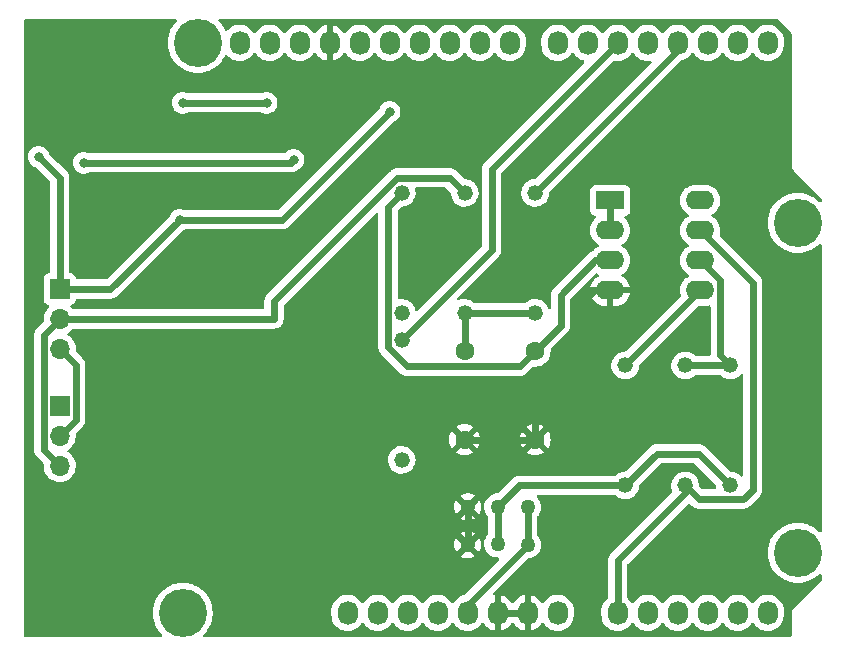
<source format=gbr>
%TF.GenerationSoftware,KiCad,Pcbnew,(6.0.4-0)*%
%TF.CreationDate,2023-04-23T00:41:00+09:00*%
%TF.ProjectId,carvetracer_arduino,63617276-6574-4726-9163-65725f617264,rev?*%
%TF.SameCoordinates,Original*%
%TF.FileFunction,Copper,L2,Bot*%
%TF.FilePolarity,Positive*%
%FSLAX46Y46*%
G04 Gerber Fmt 4.6, Leading zero omitted, Abs format (unit mm)*
G04 Created by KiCad (PCBNEW (6.0.4-0)) date 2023-04-23 00:41:00*
%MOMM*%
%LPD*%
G01*
G04 APERTURE LIST*
%TA.AperFunction,ComponentPad*%
%ADD10O,1.727200X2.032000*%
%TD*%
%TA.AperFunction,ComponentPad*%
%ADD11C,4.064000*%
%TD*%
%TA.AperFunction,ComponentPad*%
%ADD12C,1.320800*%
%TD*%
%TA.AperFunction,ComponentPad*%
%ADD13R,2.400000X1.600000*%
%TD*%
%TA.AperFunction,ComponentPad*%
%ADD14O,2.400000X1.600000*%
%TD*%
%TA.AperFunction,ComponentPad*%
%ADD15C,1.600000*%
%TD*%
%TA.AperFunction,ComponentPad*%
%ADD16R,1.700000X1.700000*%
%TD*%
%TA.AperFunction,ComponentPad*%
%ADD17O,1.700000X1.700000*%
%TD*%
%TA.AperFunction,ComponentPad*%
%ADD18C,1.270000*%
%TD*%
%TA.AperFunction,ViaPad*%
%ADD19C,0.800000*%
%TD*%
%TA.AperFunction,Conductor*%
%ADD20C,0.600000*%
%TD*%
G04 APERTURE END LIST*
D10*
%TO.P,P1,1,Pin_1*%
%TO.N,unconnected-(P1-Pad1)*%
X138938000Y-123825000D03*
%TO.P,P1,2,Pin_2*%
%TO.N,/IOREF*%
X141478000Y-123825000D03*
%TO.P,P1,3,Pin_3*%
%TO.N,/Reset*%
X144018000Y-123825000D03*
%TO.P,P1,4,Pin_4*%
%TO.N,+3V3*%
X146558000Y-123825000D03*
%TO.P,P1,5,Pin_5*%
%TO.N,+5V*%
X149098000Y-123825000D03*
%TO.P,P1,6,Pin_6*%
%TO.N,GND*%
X151638000Y-123825000D03*
%TO.P,P1,7,Pin_7*%
X154178000Y-123825000D03*
%TO.P,P1,8,Pin_8*%
%TO.N,/Vin*%
X156718000Y-123825000D03*
%TD*%
%TO.P,P2,1,Pin_1*%
%TO.N,/A0*%
X161798000Y-123825000D03*
%TO.P,P2,2,Pin_2*%
%TO.N,Collector*%
X164338000Y-123825000D03*
%TO.P,P2,3,Pin_3*%
%TO.N,/A2*%
X166878000Y-123825000D03*
%TO.P,P2,4,Pin_4*%
%TO.N,/A3*%
X169418000Y-123825000D03*
%TO.P,P2,5,Pin_5*%
%TO.N,/A4(SDA)*%
X171958000Y-123825000D03*
%TO.P,P2,6,Pin_6*%
%TO.N,/A5(SCL)*%
X174498000Y-123825000D03*
%TD*%
%TO.P,P3,1,Pin_1*%
%TO.N,/A5(SCL)*%
X129794000Y-75565000D03*
%TO.P,P3,2,Pin_2*%
%TO.N,/A4(SDA)*%
X132334000Y-75565000D03*
%TO.P,P3,3,Pin_3*%
%TO.N,/AREF*%
X134874000Y-75565000D03*
%TO.P,P3,4,Pin_4*%
%TO.N,GND*%
X137414000Y-75565000D03*
%TO.P,P3,5,Pin_5*%
%TO.N,/13(SCK)*%
X139954000Y-75565000D03*
%TO.P,P3,6,Pin_6*%
%TO.N,/12(MISO)*%
X142494000Y-75565000D03*
%TO.P,P3,7,Pin_7*%
%TO.N,/11(\u002A\u002A{slash}MOSI)*%
X145034000Y-75565000D03*
%TO.P,P3,8,Pin_8*%
%TO.N,/10(\u002A\u002A{slash}SS)*%
X147574000Y-75565000D03*
%TO.P,P3,9,Pin_9*%
%TO.N,/9(\u002A\u002A)*%
X150114000Y-75565000D03*
%TO.P,P3,10,Pin_10*%
%TO.N,/8*%
X152654000Y-75565000D03*
%TD*%
%TO.P,P4,1,Pin_1*%
%TO.N,/7*%
X156718000Y-75565000D03*
%TO.P,P4,2,Pin_2*%
%TO.N,/6(\u002A\u002A)*%
X159258000Y-75565000D03*
%TO.P,P4,3,Pin_3*%
%TO.N,/5(\u002A\u002A)*%
X161798000Y-75565000D03*
%TO.P,P4,4,Pin_4*%
%TO.N,/4*%
X164338000Y-75565000D03*
%TO.P,P4,5,Pin_5*%
%TO.N,/3(\u002A\u002A)*%
X166878000Y-75565000D03*
%TO.P,P4,6,Pin_6*%
%TO.N,/2*%
X169418000Y-75565000D03*
%TO.P,P4,7,Pin_7*%
%TO.N,/1(Tx)*%
X171958000Y-75565000D03*
%TO.P,P4,8,Pin_8*%
%TO.N,/0(Rx)*%
X174498000Y-75565000D03*
%TD*%
D11*
%TO.P,P5,1,Pin_1*%
%TO.N,unconnected-(P5-Pad1)*%
X124968000Y-123825000D03*
%TD*%
%TO.P,P6,1,Pin_1*%
%TO.N,unconnected-(P6-Pad1)*%
X177038000Y-118745000D03*
%TD*%
%TO.P,P7,1,Pin_1*%
%TO.N,unconnected-(P7-Pad1)*%
X126238000Y-75565000D03*
%TD*%
%TO.P,P8,1,Pin_1*%
%TO.N,unconnected-(P8-Pad1)*%
X177038000Y-90805000D03*
%TD*%
D12*
%TO.P,R2,1,1*%
%TO.N,Net-(C2-Pad1)*%
X154813000Y-98425000D03*
%TO.P,R2,2,2*%
%TO.N,/3(\u002A\u002A)*%
X154813000Y-88265000D03*
%TD*%
%TO.P,R5,1,1*%
%TO.N,Bulk*%
X171323000Y-113030000D03*
%TO.P,R5,2,2*%
%TO.N,Net-(R4-Pad1)*%
X171323000Y-102870000D03*
%TD*%
%TO.P,R1,1,1*%
%TO.N,Net-(R1-Pad1)*%
X143510000Y-110871000D03*
%TO.P,R1,2,2*%
%TO.N,/5(\u002A\u002A)*%
X143510000Y-100711000D03*
%TD*%
D13*
%TO.P,U1,1*%
%TO.N,Collector*%
X161163000Y-88900000D03*
D14*
%TO.P,U1,2,-*%
X161163000Y-91440000D03*
%TO.P,U1,3,+*%
%TO.N,Net-(C1-Pad1)*%
X161163000Y-93980000D03*
%TO.P,U1,4,V-*%
%TO.N,GND*%
X161163000Y-96520000D03*
%TO.P,U1,5,+*%
%TO.N,Emitter*%
X168783000Y-96520000D03*
%TO.P,U1,6,-*%
%TO.N,Net-(R4-Pad1)*%
X168783000Y-93980000D03*
%TO.P,U1,7*%
%TO.N,/A0*%
X168783000Y-91440000D03*
%TO.P,U1,8,V+*%
%TO.N,+5V*%
X168783000Y-88900000D03*
%TD*%
D15*
%TO.P,C1,1*%
%TO.N,Net-(C1-Pad1)*%
X154813000Y-101660000D03*
%TO.P,C1,2*%
%TO.N,GND*%
X154813000Y-109160000D03*
%TD*%
D16*
%TO.P,J1,1,Pin_1*%
%TO.N,Emitter*%
X114554000Y-106299000D03*
D17*
%TO.P,J1,2,Pin_2*%
%TO.N,Collector*%
X114554000Y-108839000D03*
%TO.P,J1,3,Pin_3*%
%TO.N,Base*%
X114554000Y-111379000D03*
%TD*%
D12*
%TO.P,R4,1,1*%
%TO.N,Net-(R4-Pad1)*%
X167513000Y-102870000D03*
%TO.P,R4,2,2*%
%TO.N,/A0*%
X167513000Y-113030000D03*
%TD*%
D18*
%TO.P,SW1,CH1A,CH1A*%
%TO.N,+5V*%
X154178000Y-114861340D03*
%TO.P,SW1,CH1B,CH1B*%
%TO.N,GND*%
X149098000Y-114861340D03*
%TO.P,SW1,CH2A,CH2A*%
%TO.N,+5V*%
X154178000Y-118056660D03*
%TO.P,SW1,CH2B,CH2B*%
%TO.N,GND*%
X149098000Y-118056660D03*
%TO.P,SW1,COM1,COM1*%
%TO.N,Bulk*%
X151638000Y-114861340D03*
%TO.P,SW1,COM2,COM2*%
X151638000Y-117983000D03*
%TD*%
D12*
%TO.P,R3,1,1*%
%TO.N,Net-(C2-Pad1)*%
X148844000Y-98425000D03*
%TO.P,R3,2,2*%
%TO.N,Base*%
X148844000Y-88265000D03*
%TD*%
%TO.P,R7,1,1*%
%TO.N,Net-(C1-Pad1)*%
X143510000Y-88265000D03*
%TO.P,R7,2,2*%
%TO.N,Net-(R1-Pad1)*%
X143510000Y-98425000D03*
%TD*%
D15*
%TO.P,C2,1*%
%TO.N,Net-(C2-Pad1)*%
X148844000Y-101660000D03*
%TO.P,C2,2*%
%TO.N,GND*%
X148844000Y-109160000D03*
%TD*%
D16*
%TO.P,J2,1,Pin_1*%
%TO.N,Emitter*%
X114554000Y-96408000D03*
D17*
%TO.P,J2,2,Pin_2*%
%TO.N,Base*%
X114554000Y-98948000D03*
%TO.P,J2,3,Pin_3*%
%TO.N,Collector*%
X114554000Y-101488000D03*
%TD*%
D12*
%TO.P,R6,1,1*%
%TO.N,Bulk*%
X162433000Y-113030000D03*
%TO.P,R6,2,2*%
%TO.N,Emitter*%
X162433000Y-102870000D03*
%TD*%
D19*
%TO.N,Base*%
X116586000Y-85725000D03*
X134366000Y-85471000D03*
%TO.N,Collector*%
X132080000Y-80645000D03*
X124968000Y-80645000D03*
%TO.N,Emitter*%
X142494000Y-81407000D03*
X124714000Y-90551000D03*
X112776000Y-85217000D03*
%TD*%
D20*
%TO.N,+5V*%
X154178000Y-114861340D02*
X154178000Y-118056660D01*
X149098000Y-123136660D02*
X149098000Y-123825000D01*
X154178000Y-118056660D02*
X149098000Y-123136660D01*
%TO.N,GND*%
X154178000Y-123825000D02*
X151638000Y-123825000D01*
X161153000Y-96530000D02*
X161163000Y-96520000D01*
X159883000Y-96530000D02*
X161153000Y-96530000D01*
X154813000Y-109160000D02*
X154813000Y-104648000D01*
X149098000Y-118056660D02*
X149098000Y-114861340D01*
X154813000Y-104648000D02*
X158952040Y-100508960D01*
X149733000Y-114226340D02*
X149098000Y-114861340D01*
X154813000Y-109160000D02*
X149733000Y-109160000D01*
X158952040Y-100508960D02*
X158952040Y-97460960D01*
X158952040Y-97460960D02*
X159883000Y-96530000D01*
%TO.N,/A0*%
X161798000Y-123825000D02*
X161798000Y-119380000D01*
X167513000Y-113665000D02*
X167513000Y-113030000D01*
X168672911Y-114189911D02*
X172438452Y-114189911D01*
X167513000Y-113030000D02*
X168672911Y-114189911D01*
X173228000Y-95885000D02*
X168783000Y-91440000D01*
X161798000Y-119380000D02*
X167513000Y-113665000D01*
X173228000Y-113400363D02*
X173228000Y-95885000D01*
X172438452Y-114189911D02*
X173228000Y-113400363D01*
%TO.N,/5(\u002A\u002A)*%
X151130000Y-93091000D02*
X143510000Y-100711000D01*
X151130000Y-86233000D02*
X151130000Y-93091000D01*
X161798000Y-75565000D02*
X151130000Y-86233000D01*
%TO.N,Net-(C1-Pad1)*%
X156972000Y-96901000D02*
X159883000Y-93990000D01*
X143980511Y-102959511D02*
X153513489Y-102959511D01*
X161153000Y-93990000D02*
X161163000Y-93980000D01*
X159883000Y-93990000D02*
X161153000Y-93990000D01*
X142350089Y-89424911D02*
X142350089Y-101329089D01*
X142350089Y-101329089D02*
X143980511Y-102959511D01*
X154813000Y-101660000D02*
X156972000Y-99501000D01*
X143510000Y-88265000D02*
X142350089Y-89424911D01*
X156972000Y-99501000D02*
X156972000Y-96901000D01*
X153513489Y-102959511D02*
X154813000Y-101660000D01*
%TO.N,Base*%
X143139637Y-86995000D02*
X147574000Y-86995000D01*
X132700000Y-98948000D02*
X132700000Y-97434637D01*
X114554000Y-98948000D02*
X132700000Y-98948000D01*
X134112000Y-85725000D02*
X116586000Y-85725000D01*
X114554000Y-98948000D02*
X113204489Y-100297511D01*
X132700000Y-97434637D02*
X143139637Y-86995000D01*
X113204489Y-100297511D02*
X113204489Y-110029489D01*
X113204489Y-110029489D02*
X114554000Y-111379000D01*
X134366000Y-85471000D02*
X134112000Y-85725000D01*
X147574000Y-86995000D02*
X148844000Y-88265000D01*
%TO.N,Collector*%
X115903511Y-102837511D02*
X115903511Y-107489489D01*
X114554000Y-101488000D02*
X115903511Y-102837511D01*
X115903511Y-107489489D02*
X114554000Y-108839000D01*
X132080000Y-80645000D02*
X124968000Y-80645000D01*
X161163000Y-88900000D02*
X161163000Y-91440000D01*
%TO.N,Emitter*%
X142494000Y-81407000D02*
X133350000Y-90551000D01*
X168783000Y-96520000D02*
X162433000Y-102870000D01*
X114554000Y-96408000D02*
X114554000Y-86995000D01*
X118857000Y-96408000D02*
X114554000Y-96408000D01*
X124714000Y-90551000D02*
X118857000Y-96408000D01*
X133350000Y-90551000D02*
X124714000Y-90551000D01*
X114554000Y-86995000D02*
X112776000Y-85217000D01*
%TO.N,Net-(C2-Pad1)*%
X148844000Y-101660000D02*
X148844000Y-98425000D01*
X154813000Y-98425000D02*
X148844000Y-98425000D01*
%TO.N,Net-(R4-Pad1)*%
X167513000Y-102870000D02*
X171323000Y-102870000D01*
X170482520Y-102029520D02*
X171323000Y-102870000D01*
X168783000Y-93980000D02*
X170482520Y-95679520D01*
X170482520Y-95679520D02*
X170482520Y-102029520D01*
%TO.N,/3(\u002A\u002A)*%
X166878000Y-75565000D02*
X166878000Y-76200000D01*
X166878000Y-76200000D02*
X154813000Y-88265000D01*
%TO.N,Bulk*%
X153469340Y-113030000D02*
X151638000Y-114861340D01*
X162433000Y-113030000D02*
X153469340Y-113030000D01*
X151638000Y-117983000D02*
X151638000Y-114861340D01*
X171323000Y-113030000D02*
X168656000Y-110363000D01*
X168656000Y-110363000D02*
X165100000Y-110363000D01*
X165100000Y-110363000D02*
X162433000Y-113030000D01*
%TD*%
%TA.AperFunction,Conductor*%
%TO.N,GND*%
G36*
X124439997Y-73553502D02*
G01*
X124486490Y-73607158D01*
X124496594Y-73677432D01*
X124467100Y-73742012D01*
X124458129Y-73751350D01*
X124382394Y-73822470D01*
X124178629Y-74068779D01*
X124176505Y-74072126D01*
X124176502Y-74072130D01*
X124109830Y-74177188D01*
X124007341Y-74338685D01*
X124005657Y-74342264D01*
X124005653Y-74342271D01*
X123902875Y-74560687D01*
X123871233Y-74627930D01*
X123870007Y-74631702D01*
X123870007Y-74631703D01*
X123868107Y-74637551D01*
X123772449Y-74931954D01*
X123712549Y-75245961D01*
X123692477Y-75565000D01*
X123712549Y-75884039D01*
X123772449Y-76198046D01*
X123773676Y-76201822D01*
X123868201Y-76492737D01*
X123871233Y-76502070D01*
X123872920Y-76505656D01*
X123872922Y-76505660D01*
X124005653Y-76787729D01*
X124005657Y-76787736D01*
X124007341Y-76791315D01*
X124009465Y-76794661D01*
X124009465Y-76794662D01*
X124169914Y-77047488D01*
X124178629Y-77061221D01*
X124382394Y-77307530D01*
X124615423Y-77526359D01*
X124874041Y-77714256D01*
X125154169Y-77868258D01*
X125316083Y-77932364D01*
X125447707Y-77984478D01*
X125447710Y-77984479D01*
X125451390Y-77985936D01*
X125455224Y-77986920D01*
X125455232Y-77986923D01*
X125647153Y-78036200D01*
X125761017Y-78065435D01*
X125764945Y-78065931D01*
X125764949Y-78065932D01*
X125890642Y-78081810D01*
X126078165Y-78105500D01*
X126397835Y-78105500D01*
X126585358Y-78081810D01*
X126711051Y-78065932D01*
X126711055Y-78065931D01*
X126714983Y-78065435D01*
X126828847Y-78036200D01*
X127020768Y-77986923D01*
X127020776Y-77986920D01*
X127024610Y-77985936D01*
X127028290Y-77984479D01*
X127028293Y-77984478D01*
X127159917Y-77932364D01*
X127321831Y-77868258D01*
X127601959Y-77714256D01*
X127860577Y-77526359D01*
X128093606Y-77307530D01*
X128297371Y-77061221D01*
X128306087Y-77047488D01*
X128466535Y-76794662D01*
X128466535Y-76794661D01*
X128468659Y-76791315D01*
X128470343Y-76787736D01*
X128470347Y-76787729D01*
X128540177Y-76639332D01*
X128587280Y-76586211D01*
X128655625Y-76566988D01*
X128723512Y-76587767D01*
X128745355Y-76606008D01*
X128881532Y-76748758D01*
X129068350Y-76887754D01*
X129073102Y-76890170D01*
X129270244Y-76990402D01*
X129275916Y-76993286D01*
X129387106Y-77027811D01*
X129493193Y-77060753D01*
X129493199Y-77060754D01*
X129498296Y-77062337D01*
X129622660Y-77078820D01*
X129723848Y-77092232D01*
X129723852Y-77092232D01*
X129729132Y-77092932D01*
X129734462Y-77092732D01*
X129734463Y-77092732D01*
X129845477Y-77088564D01*
X129961822Y-77084197D01*
X130066005Y-77062337D01*
X130184486Y-77037477D01*
X130184489Y-77037476D01*
X130189713Y-77036380D01*
X130406290Y-76950850D01*
X130605359Y-76830051D01*
X130609855Y-76826150D01*
X130777197Y-76680939D01*
X130777199Y-76680937D01*
X130781230Y-76677439D01*
X130784613Y-76673313D01*
X130784617Y-76673309D01*
X130883776Y-76552374D01*
X130928872Y-76497376D01*
X130954845Y-76451748D01*
X131005927Y-76402442D01*
X131075558Y-76388580D01*
X131141629Y-76414563D01*
X131168867Y-76443713D01*
X131260804Y-76580272D01*
X131264483Y-76584129D01*
X131264485Y-76584131D01*
X131349223Y-76672959D01*
X131421532Y-76748758D01*
X131608350Y-76887754D01*
X131613102Y-76890170D01*
X131810244Y-76990402D01*
X131815916Y-76993286D01*
X131927106Y-77027811D01*
X132033193Y-77060753D01*
X132033199Y-77060754D01*
X132038296Y-77062337D01*
X132162660Y-77078820D01*
X132263848Y-77092232D01*
X132263852Y-77092232D01*
X132269132Y-77092932D01*
X132274462Y-77092732D01*
X132274463Y-77092732D01*
X132385477Y-77088564D01*
X132501822Y-77084197D01*
X132606005Y-77062337D01*
X132724486Y-77037477D01*
X132724489Y-77037476D01*
X132729713Y-77036380D01*
X132946290Y-76950850D01*
X133145359Y-76830051D01*
X133149855Y-76826150D01*
X133317197Y-76680939D01*
X133317199Y-76680937D01*
X133321230Y-76677439D01*
X133324613Y-76673313D01*
X133324617Y-76673309D01*
X133423776Y-76552374D01*
X133468872Y-76497376D01*
X133494845Y-76451748D01*
X133545927Y-76402442D01*
X133615558Y-76388580D01*
X133681629Y-76414563D01*
X133708867Y-76443713D01*
X133800804Y-76580272D01*
X133804483Y-76584129D01*
X133804485Y-76584131D01*
X133889223Y-76672959D01*
X133961532Y-76748758D01*
X134148350Y-76887754D01*
X134153102Y-76890170D01*
X134350244Y-76990402D01*
X134355916Y-76993286D01*
X134467106Y-77027811D01*
X134573193Y-77060753D01*
X134573199Y-77060754D01*
X134578296Y-77062337D01*
X134702660Y-77078820D01*
X134803848Y-77092232D01*
X134803852Y-77092232D01*
X134809132Y-77092932D01*
X134814462Y-77092732D01*
X134814463Y-77092732D01*
X134925477Y-77088564D01*
X135041822Y-77084197D01*
X135146005Y-77062337D01*
X135264486Y-77037477D01*
X135264489Y-77037476D01*
X135269713Y-77036380D01*
X135486290Y-76950850D01*
X135685359Y-76830051D01*
X135689855Y-76826150D01*
X135857197Y-76680939D01*
X135857199Y-76680937D01*
X135861230Y-76677439D01*
X135864613Y-76673313D01*
X135864617Y-76673309D01*
X135963776Y-76552374D01*
X136008872Y-76497376D01*
X136035122Y-76451261D01*
X136086202Y-76401956D01*
X136155832Y-76388094D01*
X136221904Y-76414077D01*
X136249143Y-76443227D01*
X136338215Y-76575530D01*
X136344876Y-76583816D01*
X136498180Y-76744520D01*
X136506148Y-76751569D01*
X136684336Y-76884144D01*
X136693366Y-76889743D01*
X136891347Y-76990402D01*
X136901208Y-76994405D01*
X137113301Y-77060263D01*
X137123696Y-77062548D01*
X137142041Y-77064980D01*
X137156208Y-77062783D01*
X137160000Y-77049599D01*
X137160000Y-77047488D01*
X137668000Y-77047488D01*
X137671973Y-77061019D01*
X137682580Y-77062544D01*
X137804343Y-77036996D01*
X137814539Y-77033936D01*
X138021097Y-76952363D01*
X138030634Y-76947629D01*
X138220503Y-76832414D01*
X138229093Y-76826150D01*
X138396837Y-76680589D01*
X138404257Y-76672959D01*
X138545073Y-76501220D01*
X138551102Y-76492449D01*
X138574533Y-76451285D01*
X138625615Y-76401978D01*
X138695245Y-76388116D01*
X138761316Y-76414099D01*
X138788555Y-76443249D01*
X138880804Y-76580272D01*
X138884483Y-76584129D01*
X138884485Y-76584131D01*
X138969223Y-76672959D01*
X139041532Y-76748758D01*
X139228350Y-76887754D01*
X139233102Y-76890170D01*
X139430244Y-76990402D01*
X139435916Y-76993286D01*
X139547106Y-77027811D01*
X139653193Y-77060753D01*
X139653199Y-77060754D01*
X139658296Y-77062337D01*
X139782660Y-77078820D01*
X139883848Y-77092232D01*
X139883852Y-77092232D01*
X139889132Y-77092932D01*
X139894462Y-77092732D01*
X139894463Y-77092732D01*
X140005477Y-77088564D01*
X140121822Y-77084197D01*
X140226005Y-77062337D01*
X140344486Y-77037477D01*
X140344489Y-77037476D01*
X140349713Y-77036380D01*
X140566290Y-76950850D01*
X140765359Y-76830051D01*
X140769855Y-76826150D01*
X140937197Y-76680939D01*
X140937199Y-76680937D01*
X140941230Y-76677439D01*
X140944613Y-76673313D01*
X140944617Y-76673309D01*
X141043776Y-76552374D01*
X141088872Y-76497376D01*
X141114845Y-76451748D01*
X141165927Y-76402442D01*
X141235558Y-76388580D01*
X141301629Y-76414563D01*
X141328867Y-76443713D01*
X141420804Y-76580272D01*
X141424483Y-76584129D01*
X141424485Y-76584131D01*
X141509223Y-76672959D01*
X141581532Y-76748758D01*
X141768350Y-76887754D01*
X141773102Y-76890170D01*
X141970244Y-76990402D01*
X141975916Y-76993286D01*
X142087106Y-77027811D01*
X142193193Y-77060753D01*
X142193199Y-77060754D01*
X142198296Y-77062337D01*
X142322660Y-77078820D01*
X142423848Y-77092232D01*
X142423852Y-77092232D01*
X142429132Y-77092932D01*
X142434462Y-77092732D01*
X142434463Y-77092732D01*
X142545477Y-77088564D01*
X142661822Y-77084197D01*
X142766005Y-77062337D01*
X142884486Y-77037477D01*
X142884489Y-77037476D01*
X142889713Y-77036380D01*
X143106290Y-76950850D01*
X143305359Y-76830051D01*
X143309855Y-76826150D01*
X143477197Y-76680939D01*
X143477199Y-76680937D01*
X143481230Y-76677439D01*
X143484613Y-76673313D01*
X143484617Y-76673309D01*
X143583776Y-76552374D01*
X143628872Y-76497376D01*
X143654845Y-76451748D01*
X143705927Y-76402442D01*
X143775558Y-76388580D01*
X143841629Y-76414563D01*
X143868867Y-76443713D01*
X143960804Y-76580272D01*
X143964483Y-76584129D01*
X143964485Y-76584131D01*
X144049223Y-76672959D01*
X144121532Y-76748758D01*
X144308350Y-76887754D01*
X144313102Y-76890170D01*
X144510244Y-76990402D01*
X144515916Y-76993286D01*
X144627106Y-77027811D01*
X144733193Y-77060753D01*
X144733199Y-77060754D01*
X144738296Y-77062337D01*
X144862660Y-77078820D01*
X144963848Y-77092232D01*
X144963852Y-77092232D01*
X144969132Y-77092932D01*
X144974462Y-77092732D01*
X144974463Y-77092732D01*
X145085477Y-77088564D01*
X145201822Y-77084197D01*
X145306005Y-77062337D01*
X145424486Y-77037477D01*
X145424489Y-77037476D01*
X145429713Y-77036380D01*
X145646290Y-76950850D01*
X145845359Y-76830051D01*
X145849855Y-76826150D01*
X146017197Y-76680939D01*
X146017199Y-76680937D01*
X146021230Y-76677439D01*
X146024613Y-76673313D01*
X146024617Y-76673309D01*
X146123776Y-76552374D01*
X146168872Y-76497376D01*
X146194845Y-76451748D01*
X146245927Y-76402442D01*
X146315558Y-76388580D01*
X146381629Y-76414563D01*
X146408867Y-76443713D01*
X146500804Y-76580272D01*
X146504483Y-76584129D01*
X146504485Y-76584131D01*
X146589223Y-76672959D01*
X146661532Y-76748758D01*
X146848350Y-76887754D01*
X146853102Y-76890170D01*
X147050244Y-76990402D01*
X147055916Y-76993286D01*
X147167106Y-77027811D01*
X147273193Y-77060753D01*
X147273199Y-77060754D01*
X147278296Y-77062337D01*
X147402660Y-77078820D01*
X147503848Y-77092232D01*
X147503852Y-77092232D01*
X147509132Y-77092932D01*
X147514462Y-77092732D01*
X147514463Y-77092732D01*
X147625477Y-77088564D01*
X147741822Y-77084197D01*
X147846005Y-77062337D01*
X147964486Y-77037477D01*
X147964489Y-77037476D01*
X147969713Y-77036380D01*
X148186290Y-76950850D01*
X148385359Y-76830051D01*
X148389855Y-76826150D01*
X148557197Y-76680939D01*
X148557199Y-76680937D01*
X148561230Y-76677439D01*
X148564613Y-76673313D01*
X148564617Y-76673309D01*
X148663776Y-76552374D01*
X148708872Y-76497376D01*
X148734845Y-76451748D01*
X148785927Y-76402442D01*
X148855558Y-76388580D01*
X148921629Y-76414563D01*
X148948867Y-76443713D01*
X149040804Y-76580272D01*
X149044483Y-76584129D01*
X149044485Y-76584131D01*
X149129223Y-76672959D01*
X149201532Y-76748758D01*
X149388350Y-76887754D01*
X149393102Y-76890170D01*
X149590244Y-76990402D01*
X149595916Y-76993286D01*
X149707106Y-77027811D01*
X149813193Y-77060753D01*
X149813199Y-77060754D01*
X149818296Y-77062337D01*
X149942660Y-77078820D01*
X150043848Y-77092232D01*
X150043852Y-77092232D01*
X150049132Y-77092932D01*
X150054462Y-77092732D01*
X150054463Y-77092732D01*
X150165477Y-77088564D01*
X150281822Y-77084197D01*
X150386005Y-77062337D01*
X150504486Y-77037477D01*
X150504489Y-77037476D01*
X150509713Y-77036380D01*
X150726290Y-76950850D01*
X150925359Y-76830051D01*
X150929855Y-76826150D01*
X151097197Y-76680939D01*
X151097199Y-76680937D01*
X151101230Y-76677439D01*
X151104613Y-76673313D01*
X151104617Y-76673309D01*
X151203776Y-76552374D01*
X151248872Y-76497376D01*
X151274845Y-76451748D01*
X151325927Y-76402442D01*
X151395558Y-76388580D01*
X151461629Y-76414563D01*
X151488867Y-76443713D01*
X151580804Y-76580272D01*
X151584483Y-76584129D01*
X151584485Y-76584131D01*
X151669223Y-76672959D01*
X151741532Y-76748758D01*
X151928350Y-76887754D01*
X151933102Y-76890170D01*
X152130244Y-76990402D01*
X152135916Y-76993286D01*
X152247106Y-77027811D01*
X152353193Y-77060753D01*
X152353199Y-77060754D01*
X152358296Y-77062337D01*
X152482660Y-77078820D01*
X152583848Y-77092232D01*
X152583852Y-77092232D01*
X152589132Y-77092932D01*
X152594462Y-77092732D01*
X152594463Y-77092732D01*
X152705477Y-77088564D01*
X152821822Y-77084197D01*
X152926005Y-77062337D01*
X153044486Y-77037477D01*
X153044489Y-77037476D01*
X153049713Y-77036380D01*
X153266290Y-76950850D01*
X153465359Y-76830051D01*
X153469855Y-76826150D01*
X153637197Y-76680939D01*
X153637199Y-76680937D01*
X153641230Y-76677439D01*
X153644613Y-76673313D01*
X153644617Y-76673309D01*
X153743776Y-76552374D01*
X153788872Y-76497376D01*
X153819696Y-76443227D01*
X153901422Y-76299654D01*
X153904065Y-76295011D01*
X153924239Y-76239435D01*
X153981695Y-76081146D01*
X153981696Y-76081142D01*
X153983515Y-76076131D01*
X154024950Y-75846993D01*
X154026100Y-75822606D01*
X154026100Y-75354132D01*
X154011374Y-75180580D01*
X154010035Y-75175420D01*
X153954217Y-74960363D01*
X153954216Y-74960359D01*
X153952875Y-74955194D01*
X153944164Y-74935855D01*
X153859433Y-74747760D01*
X153857238Y-74742887D01*
X153727196Y-74549728D01*
X153702598Y-74523942D01*
X153570152Y-74385104D01*
X153566468Y-74381242D01*
X153379650Y-74242246D01*
X153252574Y-74177637D01*
X153176842Y-74139133D01*
X153176841Y-74139133D01*
X153172084Y-74136714D01*
X153033299Y-74093620D01*
X152954807Y-74069247D01*
X152954801Y-74069246D01*
X152949704Y-74067663D01*
X152825340Y-74051180D01*
X152724152Y-74037768D01*
X152724148Y-74037768D01*
X152718868Y-74037068D01*
X152713538Y-74037268D01*
X152713537Y-74037268D01*
X152602523Y-74041436D01*
X152486178Y-74045803D01*
X152403474Y-74063156D01*
X152263514Y-74092523D01*
X152263511Y-74092524D01*
X152258287Y-74093620D01*
X152041710Y-74179150D01*
X151842641Y-74299949D01*
X151838611Y-74303446D01*
X151744075Y-74385480D01*
X151666770Y-74452561D01*
X151663387Y-74456687D01*
X151663383Y-74456691D01*
X151590262Y-74545869D01*
X151519128Y-74632624D01*
X151516490Y-74637259D01*
X151516487Y-74637263D01*
X151493155Y-74678252D01*
X151442073Y-74727558D01*
X151372442Y-74741420D01*
X151306371Y-74715437D01*
X151279133Y-74686287D01*
X151190176Y-74554155D01*
X151187196Y-74549728D01*
X151162598Y-74523942D01*
X151030152Y-74385104D01*
X151026468Y-74381242D01*
X150839650Y-74242246D01*
X150712574Y-74177637D01*
X150636842Y-74139133D01*
X150636841Y-74139133D01*
X150632084Y-74136714D01*
X150493299Y-74093620D01*
X150414807Y-74069247D01*
X150414801Y-74069246D01*
X150409704Y-74067663D01*
X150285340Y-74051180D01*
X150184152Y-74037768D01*
X150184148Y-74037768D01*
X150178868Y-74037068D01*
X150173538Y-74037268D01*
X150173537Y-74037268D01*
X150062523Y-74041436D01*
X149946178Y-74045803D01*
X149863474Y-74063156D01*
X149723514Y-74092523D01*
X149723511Y-74092524D01*
X149718287Y-74093620D01*
X149501710Y-74179150D01*
X149302641Y-74299949D01*
X149298611Y-74303446D01*
X149204075Y-74385480D01*
X149126770Y-74452561D01*
X149123387Y-74456687D01*
X149123383Y-74456691D01*
X149050262Y-74545869D01*
X148979128Y-74632624D01*
X148976490Y-74637259D01*
X148976487Y-74637263D01*
X148953155Y-74678252D01*
X148902073Y-74727558D01*
X148832442Y-74741420D01*
X148766371Y-74715437D01*
X148739133Y-74686287D01*
X148650176Y-74554155D01*
X148647196Y-74549728D01*
X148622598Y-74523942D01*
X148490152Y-74385104D01*
X148486468Y-74381242D01*
X148299650Y-74242246D01*
X148172574Y-74177637D01*
X148096842Y-74139133D01*
X148096841Y-74139133D01*
X148092084Y-74136714D01*
X147953299Y-74093620D01*
X147874807Y-74069247D01*
X147874801Y-74069246D01*
X147869704Y-74067663D01*
X147745340Y-74051180D01*
X147644152Y-74037768D01*
X147644148Y-74037768D01*
X147638868Y-74037068D01*
X147633538Y-74037268D01*
X147633537Y-74037268D01*
X147522523Y-74041436D01*
X147406178Y-74045803D01*
X147323474Y-74063156D01*
X147183514Y-74092523D01*
X147183511Y-74092524D01*
X147178287Y-74093620D01*
X146961710Y-74179150D01*
X146762641Y-74299949D01*
X146758611Y-74303446D01*
X146664075Y-74385480D01*
X146586770Y-74452561D01*
X146583387Y-74456687D01*
X146583383Y-74456691D01*
X146510262Y-74545869D01*
X146439128Y-74632624D01*
X146436490Y-74637259D01*
X146436487Y-74637263D01*
X146413155Y-74678252D01*
X146362073Y-74727558D01*
X146292442Y-74741420D01*
X146226371Y-74715437D01*
X146199133Y-74686287D01*
X146110176Y-74554155D01*
X146107196Y-74549728D01*
X146082598Y-74523942D01*
X145950152Y-74385104D01*
X145946468Y-74381242D01*
X145759650Y-74242246D01*
X145632574Y-74177637D01*
X145556842Y-74139133D01*
X145556841Y-74139133D01*
X145552084Y-74136714D01*
X145413299Y-74093620D01*
X145334807Y-74069247D01*
X145334801Y-74069246D01*
X145329704Y-74067663D01*
X145205340Y-74051180D01*
X145104152Y-74037768D01*
X145104148Y-74037768D01*
X145098868Y-74037068D01*
X145093538Y-74037268D01*
X145093537Y-74037268D01*
X144982523Y-74041436D01*
X144866178Y-74045803D01*
X144783474Y-74063156D01*
X144643514Y-74092523D01*
X144643511Y-74092524D01*
X144638287Y-74093620D01*
X144421710Y-74179150D01*
X144222641Y-74299949D01*
X144218611Y-74303446D01*
X144124075Y-74385480D01*
X144046770Y-74452561D01*
X144043387Y-74456687D01*
X144043383Y-74456691D01*
X143970262Y-74545869D01*
X143899128Y-74632624D01*
X143896490Y-74637259D01*
X143896487Y-74637263D01*
X143873155Y-74678252D01*
X143822073Y-74727558D01*
X143752442Y-74741420D01*
X143686371Y-74715437D01*
X143659133Y-74686287D01*
X143570176Y-74554155D01*
X143567196Y-74549728D01*
X143542598Y-74523942D01*
X143410152Y-74385104D01*
X143406468Y-74381242D01*
X143219650Y-74242246D01*
X143092574Y-74177637D01*
X143016842Y-74139133D01*
X143016841Y-74139133D01*
X143012084Y-74136714D01*
X142873299Y-74093620D01*
X142794807Y-74069247D01*
X142794801Y-74069246D01*
X142789704Y-74067663D01*
X142665340Y-74051180D01*
X142564152Y-74037768D01*
X142564148Y-74037768D01*
X142558868Y-74037068D01*
X142553538Y-74037268D01*
X142553537Y-74037268D01*
X142442523Y-74041436D01*
X142326178Y-74045803D01*
X142243474Y-74063156D01*
X142103514Y-74092523D01*
X142103511Y-74092524D01*
X142098287Y-74093620D01*
X141881710Y-74179150D01*
X141682641Y-74299949D01*
X141678611Y-74303446D01*
X141584075Y-74385480D01*
X141506770Y-74452561D01*
X141503387Y-74456687D01*
X141503383Y-74456691D01*
X141430262Y-74545869D01*
X141359128Y-74632624D01*
X141356490Y-74637259D01*
X141356487Y-74637263D01*
X141333155Y-74678252D01*
X141282073Y-74727558D01*
X141212442Y-74741420D01*
X141146371Y-74715437D01*
X141119133Y-74686287D01*
X141030176Y-74554155D01*
X141027196Y-74549728D01*
X141002598Y-74523942D01*
X140870152Y-74385104D01*
X140866468Y-74381242D01*
X140679650Y-74242246D01*
X140552574Y-74177637D01*
X140476842Y-74139133D01*
X140476841Y-74139133D01*
X140472084Y-74136714D01*
X140333299Y-74093620D01*
X140254807Y-74069247D01*
X140254801Y-74069246D01*
X140249704Y-74067663D01*
X140125340Y-74051180D01*
X140024152Y-74037768D01*
X140024148Y-74037768D01*
X140018868Y-74037068D01*
X140013538Y-74037268D01*
X140013537Y-74037268D01*
X139902523Y-74041436D01*
X139786178Y-74045803D01*
X139703474Y-74063156D01*
X139563514Y-74092523D01*
X139563511Y-74092524D01*
X139558287Y-74093620D01*
X139341710Y-74179150D01*
X139142641Y-74299949D01*
X139138611Y-74303446D01*
X139044075Y-74385480D01*
X138966770Y-74452561D01*
X138963387Y-74456687D01*
X138963383Y-74456691D01*
X138890262Y-74545869D01*
X138819128Y-74632624D01*
X138792878Y-74678739D01*
X138741798Y-74728044D01*
X138672168Y-74741906D01*
X138606096Y-74715923D01*
X138578857Y-74686773D01*
X138489785Y-74554470D01*
X138483124Y-74546184D01*
X138329820Y-74385480D01*
X138321852Y-74378431D01*
X138143664Y-74245856D01*
X138134634Y-74240257D01*
X137936653Y-74139598D01*
X137926792Y-74135595D01*
X137714699Y-74069737D01*
X137704304Y-74067452D01*
X137685959Y-74065020D01*
X137671792Y-74067217D01*
X137668000Y-74080401D01*
X137668000Y-77047488D01*
X137160000Y-77047488D01*
X137160000Y-74082512D01*
X137156027Y-74068981D01*
X137145420Y-74067456D01*
X137023657Y-74093004D01*
X137013461Y-74096064D01*
X136806903Y-74177637D01*
X136797366Y-74182371D01*
X136607497Y-74297586D01*
X136598907Y-74303850D01*
X136431163Y-74449411D01*
X136423743Y-74457041D01*
X136282927Y-74628780D01*
X136276898Y-74637551D01*
X136253467Y-74678715D01*
X136202385Y-74728022D01*
X136132755Y-74741884D01*
X136066684Y-74715901D01*
X136039445Y-74686751D01*
X136003005Y-74632624D01*
X135947196Y-74549728D01*
X135922598Y-74523942D01*
X135790152Y-74385104D01*
X135786468Y-74381242D01*
X135599650Y-74242246D01*
X135472574Y-74177637D01*
X135396842Y-74139133D01*
X135396841Y-74139133D01*
X135392084Y-74136714D01*
X135253299Y-74093620D01*
X135174807Y-74069247D01*
X135174801Y-74069246D01*
X135169704Y-74067663D01*
X135045340Y-74051180D01*
X134944152Y-74037768D01*
X134944148Y-74037768D01*
X134938868Y-74037068D01*
X134933538Y-74037268D01*
X134933537Y-74037268D01*
X134822523Y-74041436D01*
X134706178Y-74045803D01*
X134623474Y-74063156D01*
X134483514Y-74092523D01*
X134483511Y-74092524D01*
X134478287Y-74093620D01*
X134261710Y-74179150D01*
X134062641Y-74299949D01*
X134058611Y-74303446D01*
X133964075Y-74385480D01*
X133886770Y-74452561D01*
X133883387Y-74456687D01*
X133883383Y-74456691D01*
X133810262Y-74545869D01*
X133739128Y-74632624D01*
X133736490Y-74637259D01*
X133736487Y-74637263D01*
X133713155Y-74678252D01*
X133662073Y-74727558D01*
X133592442Y-74741420D01*
X133526371Y-74715437D01*
X133499133Y-74686287D01*
X133410176Y-74554155D01*
X133407196Y-74549728D01*
X133382598Y-74523942D01*
X133250152Y-74385104D01*
X133246468Y-74381242D01*
X133059650Y-74242246D01*
X132932574Y-74177637D01*
X132856842Y-74139133D01*
X132856841Y-74139133D01*
X132852084Y-74136714D01*
X132713299Y-74093620D01*
X132634807Y-74069247D01*
X132634801Y-74069246D01*
X132629704Y-74067663D01*
X132505340Y-74051180D01*
X132404152Y-74037768D01*
X132404148Y-74037768D01*
X132398868Y-74037068D01*
X132393538Y-74037268D01*
X132393537Y-74037268D01*
X132282523Y-74041436D01*
X132166178Y-74045803D01*
X132083474Y-74063156D01*
X131943514Y-74092523D01*
X131943511Y-74092524D01*
X131938287Y-74093620D01*
X131721710Y-74179150D01*
X131522641Y-74299949D01*
X131518611Y-74303446D01*
X131424075Y-74385480D01*
X131346770Y-74452561D01*
X131343387Y-74456687D01*
X131343383Y-74456691D01*
X131270262Y-74545869D01*
X131199128Y-74632624D01*
X131196490Y-74637259D01*
X131196487Y-74637263D01*
X131173155Y-74678252D01*
X131122073Y-74727558D01*
X131052442Y-74741420D01*
X130986371Y-74715437D01*
X130959133Y-74686287D01*
X130870176Y-74554155D01*
X130867196Y-74549728D01*
X130842598Y-74523942D01*
X130710152Y-74385104D01*
X130706468Y-74381242D01*
X130519650Y-74242246D01*
X130392574Y-74177637D01*
X130316842Y-74139133D01*
X130316841Y-74139133D01*
X130312084Y-74136714D01*
X130173299Y-74093620D01*
X130094807Y-74069247D01*
X130094801Y-74069246D01*
X130089704Y-74067663D01*
X129965340Y-74051180D01*
X129864152Y-74037768D01*
X129864148Y-74037768D01*
X129858868Y-74037068D01*
X129853538Y-74037268D01*
X129853537Y-74037268D01*
X129742523Y-74041436D01*
X129626178Y-74045803D01*
X129543474Y-74063156D01*
X129403514Y-74092523D01*
X129403511Y-74092524D01*
X129398287Y-74093620D01*
X129181710Y-74179150D01*
X128982641Y-74299949D01*
X128978611Y-74303446D01*
X128884075Y-74385480D01*
X128806770Y-74452561D01*
X128803384Y-74456691D01*
X128803383Y-74456692D01*
X128752489Y-74518761D01*
X128693829Y-74558756D01*
X128622859Y-74560687D01*
X128562111Y-74523942D01*
X128541047Y-74492518D01*
X128470347Y-74342271D01*
X128470343Y-74342264D01*
X128468659Y-74338685D01*
X128366170Y-74177188D01*
X128299498Y-74072130D01*
X128299495Y-74072126D01*
X128297371Y-74068779D01*
X128093606Y-73822470D01*
X128017871Y-73751350D01*
X127981906Y-73690137D01*
X127984744Y-73619197D01*
X128025484Y-73561053D01*
X128091192Y-73534165D01*
X128104124Y-73533500D01*
X175251183Y-73533500D01*
X175319304Y-73553502D01*
X175340278Y-73570405D01*
X176492595Y-74722723D01*
X176526621Y-74785035D01*
X176529500Y-74811818D01*
X176529500Y-85907928D01*
X176528145Y-85920058D01*
X176528627Y-85920097D01*
X176527907Y-85929044D01*
X176525926Y-85937800D01*
X176526482Y-85946760D01*
X176529258Y-85991508D01*
X176529500Y-85999310D01*
X176529500Y-86015513D01*
X176530136Y-86019953D01*
X176530984Y-86025878D01*
X176532013Y-86035928D01*
X176532805Y-86048683D01*
X176534945Y-86083177D01*
X176537994Y-86091623D01*
X176538593Y-86094514D01*
X176542822Y-86111480D01*
X176543648Y-86114305D01*
X176544920Y-86123187D01*
X176564522Y-86166298D01*
X176568327Y-86175647D01*
X176584404Y-86220181D01*
X176589699Y-86227429D01*
X176591080Y-86230027D01*
X176599915Y-86245145D01*
X176601494Y-86247614D01*
X176605208Y-86255782D01*
X176617504Y-86270052D01*
X176636115Y-86291652D01*
X176642401Y-86299569D01*
X176647548Y-86306615D01*
X176647553Y-86306620D01*
X176650425Y-86310552D01*
X176661400Y-86321527D01*
X176667758Y-86328375D01*
X176689222Y-86353285D01*
X176700287Y-86366127D01*
X176707822Y-86371011D01*
X176714066Y-86376458D01*
X176725931Y-86386058D01*
X179032595Y-88692723D01*
X179066621Y-88755035D01*
X179069500Y-88781818D01*
X179069500Y-88936477D01*
X179049498Y-89004598D01*
X178995842Y-89051091D01*
X178925568Y-89061195D01*
X178857247Y-89028327D01*
X178660577Y-88843641D01*
X178401959Y-88655744D01*
X178256895Y-88575994D01*
X178125293Y-88503645D01*
X178125290Y-88503643D01*
X178121831Y-88501742D01*
X177902296Y-88414822D01*
X177828293Y-88385522D01*
X177828290Y-88385521D01*
X177824610Y-88384064D01*
X177820776Y-88383080D01*
X177820768Y-88383077D01*
X177628847Y-88333800D01*
X177514983Y-88304565D01*
X177511055Y-88304069D01*
X177511051Y-88304068D01*
X177351497Y-88283912D01*
X177197835Y-88264500D01*
X176878165Y-88264500D01*
X176724503Y-88283912D01*
X176564949Y-88304068D01*
X176564945Y-88304069D01*
X176561017Y-88304565D01*
X176447153Y-88333800D01*
X176255232Y-88383077D01*
X176255224Y-88383080D01*
X176251390Y-88384064D01*
X176247710Y-88385521D01*
X176247707Y-88385522D01*
X176173704Y-88414822D01*
X175954169Y-88501742D01*
X175950710Y-88503643D01*
X175950707Y-88503645D01*
X175819105Y-88575994D01*
X175674041Y-88655744D01*
X175415423Y-88843641D01*
X175182394Y-89062470D01*
X174978629Y-89308779D01*
X174976505Y-89312126D01*
X174976502Y-89312130D01*
X174874503Y-89472855D01*
X174807341Y-89578685D01*
X174805657Y-89582264D01*
X174805653Y-89582271D01*
X174698344Y-89810316D01*
X174671233Y-89867930D01*
X174572449Y-90171954D01*
X174512549Y-90485961D01*
X174492477Y-90805000D01*
X174512549Y-91124039D01*
X174572449Y-91438046D01*
X174671233Y-91742070D01*
X174672920Y-91745656D01*
X174672922Y-91745660D01*
X174805653Y-92027729D01*
X174805657Y-92027736D01*
X174807341Y-92031315D01*
X174809465Y-92034661D01*
X174809465Y-92034662D01*
X174970364Y-92288197D01*
X174978629Y-92301221D01*
X175182394Y-92547530D01*
X175185284Y-92550244D01*
X175185285Y-92550245D01*
X175210971Y-92574366D01*
X175415423Y-92766359D01*
X175674041Y-92954256D01*
X175677510Y-92956163D01*
X175677513Y-92956165D01*
X175949300Y-93105581D01*
X175954169Y-93108258D01*
X176013637Y-93131803D01*
X176247707Y-93224478D01*
X176247710Y-93224479D01*
X176251390Y-93225936D01*
X176255224Y-93226920D01*
X176255232Y-93226923D01*
X176438668Y-93274021D01*
X176561017Y-93305435D01*
X176564945Y-93305931D01*
X176564949Y-93305932D01*
X176666361Y-93318743D01*
X176878165Y-93345500D01*
X177197835Y-93345500D01*
X177409639Y-93318743D01*
X177511051Y-93305932D01*
X177511055Y-93305931D01*
X177514983Y-93305435D01*
X177637332Y-93274021D01*
X177820768Y-93226923D01*
X177820776Y-93226920D01*
X177824610Y-93225936D01*
X177828290Y-93224479D01*
X177828293Y-93224478D01*
X178062363Y-93131803D01*
X178121831Y-93108258D01*
X178126701Y-93105581D01*
X178398487Y-92956165D01*
X178398490Y-92956163D01*
X178401959Y-92954256D01*
X178660577Y-92766359D01*
X178857248Y-92581673D01*
X178920597Y-92549622D01*
X178991219Y-92556909D01*
X179046690Y-92601219D01*
X179069500Y-92673523D01*
X179069500Y-116876477D01*
X179049498Y-116944598D01*
X178995842Y-116991091D01*
X178925568Y-117001195D01*
X178857247Y-116968327D01*
X178660577Y-116783641D01*
X178401959Y-116595744D01*
X178121831Y-116441742D01*
X177959917Y-116377636D01*
X177828293Y-116325522D01*
X177828290Y-116325521D01*
X177824610Y-116324064D01*
X177820776Y-116323080D01*
X177820768Y-116323077D01*
X177628847Y-116273800D01*
X177514983Y-116244565D01*
X177511055Y-116244069D01*
X177511051Y-116244068D01*
X177385358Y-116228190D01*
X177197835Y-116204500D01*
X176878165Y-116204500D01*
X176690642Y-116228190D01*
X176564949Y-116244068D01*
X176564945Y-116244069D01*
X176561017Y-116244565D01*
X176447153Y-116273800D01*
X176255232Y-116323077D01*
X176255224Y-116323080D01*
X176251390Y-116324064D01*
X176247710Y-116325521D01*
X176247707Y-116325522D01*
X176116083Y-116377636D01*
X175954169Y-116441742D01*
X175674041Y-116595744D01*
X175415423Y-116783641D01*
X175182394Y-117002470D01*
X174978629Y-117248779D01*
X174976505Y-117252126D01*
X174976502Y-117252130D01*
X174956205Y-117284113D01*
X174807341Y-117518685D01*
X174805657Y-117522264D01*
X174805653Y-117522271D01*
X174687330Y-117773721D01*
X174671233Y-117807930D01*
X174670007Y-117811702D01*
X174670007Y-117811703D01*
X174656544Y-117853138D01*
X174572449Y-118111954D01*
X174512549Y-118425961D01*
X174492477Y-118745000D01*
X174512549Y-119064039D01*
X174572449Y-119378046D01*
X174671233Y-119682070D01*
X174672920Y-119685656D01*
X174672922Y-119685660D01*
X174805653Y-119967729D01*
X174805657Y-119967736D01*
X174807341Y-119971315D01*
X174978629Y-120241221D01*
X175182394Y-120487530D01*
X175185284Y-120490244D01*
X175185285Y-120490245D01*
X175218753Y-120521673D01*
X175415423Y-120706359D01*
X175674041Y-120894256D01*
X175954169Y-121048258D01*
X176020126Y-121074372D01*
X176247707Y-121164478D01*
X176247710Y-121164479D01*
X176251390Y-121165936D01*
X176255224Y-121166920D01*
X176255232Y-121166923D01*
X176447153Y-121216200D01*
X176561017Y-121245435D01*
X176564945Y-121245931D01*
X176564949Y-121245932D01*
X176690642Y-121261810D01*
X176878165Y-121285500D01*
X177197835Y-121285500D01*
X177385358Y-121261810D01*
X177511051Y-121245932D01*
X177511055Y-121245931D01*
X177514983Y-121245435D01*
X177628847Y-121216200D01*
X177820768Y-121166923D01*
X177820776Y-121166920D01*
X177824610Y-121165936D01*
X177828290Y-121164479D01*
X177828293Y-121164478D01*
X178055874Y-121074372D01*
X178121831Y-121048258D01*
X178401959Y-120894256D01*
X178660577Y-120706359D01*
X178857248Y-120521673D01*
X178920597Y-120489622D01*
X178991219Y-120496909D01*
X179046690Y-120541219D01*
X179069500Y-120613523D01*
X179069500Y-121022182D01*
X179049498Y-121090303D01*
X179032595Y-121111277D01*
X176728696Y-123415177D01*
X176719156Y-123422800D01*
X176719470Y-123423168D01*
X176712634Y-123428986D01*
X176705042Y-123433776D01*
X176699100Y-123440504D01*
X176669407Y-123474125D01*
X176664061Y-123479812D01*
X176652618Y-123491255D01*
X176646978Y-123498780D01*
X176646341Y-123499630D01*
X176639967Y-123507459D01*
X176608622Y-123542951D01*
X176604808Y-123551074D01*
X176603174Y-123553562D01*
X176594186Y-123568523D01*
X176592771Y-123571108D01*
X176587384Y-123578295D01*
X176584233Y-123586701D01*
X176570759Y-123622642D01*
X176566833Y-123631958D01*
X176546719Y-123674800D01*
X176545338Y-123683669D01*
X176544472Y-123686502D01*
X176540042Y-123703389D01*
X176539408Y-123706274D01*
X176536255Y-123714684D01*
X176535590Y-123723639D01*
X176532746Y-123761906D01*
X176531592Y-123771952D01*
X176529500Y-123785386D01*
X176529500Y-123800906D01*
X176529154Y-123810243D01*
X176525461Y-123859941D01*
X176527335Y-123868720D01*
X176527898Y-123876978D01*
X176529500Y-123892161D01*
X176529500Y-125730500D01*
X176509498Y-125798621D01*
X176455842Y-125845114D01*
X176403500Y-125856500D01*
X126834124Y-125856500D01*
X126766003Y-125836498D01*
X126719510Y-125782842D01*
X126709406Y-125712568D01*
X126738900Y-125647988D01*
X126747871Y-125638650D01*
X126820715Y-125570245D01*
X126820716Y-125570244D01*
X126823606Y-125567530D01*
X127027371Y-125321221D01*
X127036087Y-125307488D01*
X127196535Y-125054662D01*
X127196535Y-125054661D01*
X127198659Y-125051315D01*
X127200343Y-125047736D01*
X127200347Y-125047729D01*
X127333078Y-124765660D01*
X127333080Y-124765656D01*
X127334767Y-124762070D01*
X127337800Y-124752737D01*
X127432324Y-124461822D01*
X127433551Y-124458046D01*
X127493451Y-124144039D01*
X127500256Y-124035868D01*
X137565900Y-124035868D01*
X137580626Y-124209420D01*
X137581964Y-124214577D01*
X137581965Y-124214580D01*
X137614816Y-124341146D01*
X137639125Y-124434806D01*
X137641317Y-124439672D01*
X137641318Y-124439675D01*
X137649594Y-124458046D01*
X137734762Y-124647113D01*
X137864804Y-124840272D01*
X138025532Y-125008758D01*
X138212350Y-125147754D01*
X138217102Y-125150170D01*
X138414244Y-125250402D01*
X138419916Y-125253286D01*
X138531106Y-125287812D01*
X138637193Y-125320753D01*
X138637199Y-125320754D01*
X138642296Y-125322337D01*
X138766660Y-125338820D01*
X138867848Y-125352232D01*
X138867852Y-125352232D01*
X138873132Y-125352932D01*
X138878462Y-125352732D01*
X138878463Y-125352732D01*
X138989477Y-125348564D01*
X139105822Y-125344197D01*
X139210005Y-125322337D01*
X139328486Y-125297477D01*
X139328489Y-125297476D01*
X139333713Y-125296380D01*
X139550290Y-125210850D01*
X139749359Y-125090051D01*
X139753855Y-125086150D01*
X139921197Y-124940939D01*
X139921199Y-124940937D01*
X139925230Y-124937439D01*
X139928613Y-124933313D01*
X139928617Y-124933309D01*
X140027776Y-124812374D01*
X140072872Y-124757376D01*
X140075672Y-124752458D01*
X140098845Y-124711748D01*
X140149927Y-124662442D01*
X140219558Y-124648580D01*
X140285629Y-124674563D01*
X140312867Y-124703713D01*
X140404804Y-124840272D01*
X140565532Y-125008758D01*
X140752350Y-125147754D01*
X140757102Y-125150170D01*
X140954244Y-125250402D01*
X140959916Y-125253286D01*
X141071106Y-125287812D01*
X141177193Y-125320753D01*
X141177199Y-125320754D01*
X141182296Y-125322337D01*
X141306660Y-125338820D01*
X141407848Y-125352232D01*
X141407852Y-125352232D01*
X141413132Y-125352932D01*
X141418462Y-125352732D01*
X141418463Y-125352732D01*
X141529477Y-125348564D01*
X141645822Y-125344197D01*
X141750005Y-125322337D01*
X141868486Y-125297477D01*
X141868489Y-125297476D01*
X141873713Y-125296380D01*
X142090290Y-125210850D01*
X142289359Y-125090051D01*
X142293855Y-125086150D01*
X142461197Y-124940939D01*
X142461199Y-124940937D01*
X142465230Y-124937439D01*
X142468613Y-124933313D01*
X142468617Y-124933309D01*
X142567776Y-124812374D01*
X142612872Y-124757376D01*
X142615672Y-124752458D01*
X142638845Y-124711748D01*
X142689927Y-124662442D01*
X142759558Y-124648580D01*
X142825629Y-124674563D01*
X142852867Y-124703713D01*
X142944804Y-124840272D01*
X143105532Y-125008758D01*
X143292350Y-125147754D01*
X143297102Y-125150170D01*
X143494244Y-125250402D01*
X143499916Y-125253286D01*
X143611106Y-125287812D01*
X143717193Y-125320753D01*
X143717199Y-125320754D01*
X143722296Y-125322337D01*
X143846660Y-125338820D01*
X143947848Y-125352232D01*
X143947852Y-125352232D01*
X143953132Y-125352932D01*
X143958462Y-125352732D01*
X143958463Y-125352732D01*
X144069477Y-125348564D01*
X144185822Y-125344197D01*
X144290005Y-125322337D01*
X144408486Y-125297477D01*
X144408489Y-125297476D01*
X144413713Y-125296380D01*
X144630290Y-125210850D01*
X144829359Y-125090051D01*
X144833855Y-125086150D01*
X145001197Y-124940939D01*
X145001199Y-124940937D01*
X145005230Y-124937439D01*
X145008613Y-124933313D01*
X145008617Y-124933309D01*
X145107776Y-124812374D01*
X145152872Y-124757376D01*
X145155672Y-124752458D01*
X145178845Y-124711748D01*
X145229927Y-124662442D01*
X145299558Y-124648580D01*
X145365629Y-124674563D01*
X145392867Y-124703713D01*
X145484804Y-124840272D01*
X145645532Y-125008758D01*
X145832350Y-125147754D01*
X145837102Y-125150170D01*
X146034244Y-125250402D01*
X146039916Y-125253286D01*
X146151106Y-125287812D01*
X146257193Y-125320753D01*
X146257199Y-125320754D01*
X146262296Y-125322337D01*
X146386660Y-125338820D01*
X146487848Y-125352232D01*
X146487852Y-125352232D01*
X146493132Y-125352932D01*
X146498462Y-125352732D01*
X146498463Y-125352732D01*
X146609477Y-125348564D01*
X146725822Y-125344197D01*
X146830005Y-125322337D01*
X146948486Y-125297477D01*
X146948489Y-125297476D01*
X146953713Y-125296380D01*
X147170290Y-125210850D01*
X147369359Y-125090051D01*
X147373855Y-125086150D01*
X147541197Y-124940939D01*
X147541199Y-124940937D01*
X147545230Y-124937439D01*
X147548613Y-124933313D01*
X147548617Y-124933309D01*
X147647776Y-124812374D01*
X147692872Y-124757376D01*
X147695672Y-124752458D01*
X147718845Y-124711748D01*
X147769927Y-124662442D01*
X147839558Y-124648580D01*
X147905629Y-124674563D01*
X147932867Y-124703713D01*
X148024804Y-124840272D01*
X148185532Y-125008758D01*
X148372350Y-125147754D01*
X148377102Y-125150170D01*
X148574244Y-125250402D01*
X148579916Y-125253286D01*
X148691106Y-125287812D01*
X148797193Y-125320753D01*
X148797199Y-125320754D01*
X148802296Y-125322337D01*
X148926660Y-125338820D01*
X149027848Y-125352232D01*
X149027852Y-125352232D01*
X149033132Y-125352932D01*
X149038462Y-125352732D01*
X149038463Y-125352732D01*
X149149477Y-125348564D01*
X149265822Y-125344197D01*
X149370005Y-125322337D01*
X149488486Y-125297477D01*
X149488489Y-125297476D01*
X149493713Y-125296380D01*
X149710290Y-125210850D01*
X149909359Y-125090051D01*
X149913855Y-125086150D01*
X150081197Y-124940939D01*
X150081199Y-124940937D01*
X150085230Y-124937439D01*
X150088613Y-124933313D01*
X150088617Y-124933309D01*
X150187776Y-124812374D01*
X150232872Y-124757376D01*
X150259122Y-124711261D01*
X150310202Y-124661956D01*
X150379832Y-124648094D01*
X150445904Y-124674077D01*
X150473143Y-124703227D01*
X150562215Y-124835530D01*
X150568876Y-124843816D01*
X150722180Y-125004520D01*
X150730148Y-125011569D01*
X150908336Y-125144144D01*
X150917366Y-125149743D01*
X151115347Y-125250402D01*
X151125208Y-125254405D01*
X151337301Y-125320263D01*
X151347696Y-125322548D01*
X151366041Y-125324980D01*
X151380208Y-125322783D01*
X151384000Y-125309599D01*
X151384000Y-125307488D01*
X151892000Y-125307488D01*
X151895973Y-125321019D01*
X151906580Y-125322544D01*
X152028343Y-125296996D01*
X152038539Y-125293936D01*
X152245097Y-125212363D01*
X152254634Y-125207629D01*
X152444503Y-125092414D01*
X152453093Y-125086150D01*
X152620837Y-124940589D01*
X152628257Y-124932959D01*
X152769073Y-124761220D01*
X152775095Y-124752458D01*
X152798810Y-124710798D01*
X152849893Y-124661492D01*
X152919524Y-124647631D01*
X152985594Y-124673615D01*
X153012832Y-124702764D01*
X153102215Y-124835531D01*
X153108876Y-124843816D01*
X153262180Y-125004520D01*
X153270148Y-125011569D01*
X153448336Y-125144144D01*
X153457366Y-125149743D01*
X153655347Y-125250402D01*
X153665208Y-125254405D01*
X153877301Y-125320263D01*
X153887696Y-125322548D01*
X153906041Y-125324980D01*
X153920208Y-125322783D01*
X153924000Y-125309599D01*
X153924000Y-125307488D01*
X154432000Y-125307488D01*
X154435973Y-125321019D01*
X154446580Y-125322544D01*
X154568343Y-125296996D01*
X154578539Y-125293936D01*
X154785097Y-125212363D01*
X154794634Y-125207629D01*
X154984503Y-125092414D01*
X154993093Y-125086150D01*
X155160837Y-124940589D01*
X155168257Y-124932959D01*
X155309073Y-124761220D01*
X155315102Y-124752449D01*
X155338533Y-124711285D01*
X155389615Y-124661978D01*
X155459245Y-124648116D01*
X155525316Y-124674099D01*
X155552555Y-124703249D01*
X155644804Y-124840272D01*
X155805532Y-125008758D01*
X155992350Y-125147754D01*
X155997102Y-125150170D01*
X156194244Y-125250402D01*
X156199916Y-125253286D01*
X156311106Y-125287812D01*
X156417193Y-125320753D01*
X156417199Y-125320754D01*
X156422296Y-125322337D01*
X156546660Y-125338820D01*
X156647848Y-125352232D01*
X156647852Y-125352232D01*
X156653132Y-125352932D01*
X156658462Y-125352732D01*
X156658463Y-125352732D01*
X156769477Y-125348564D01*
X156885822Y-125344197D01*
X156990005Y-125322337D01*
X157108486Y-125297477D01*
X157108489Y-125297476D01*
X157113713Y-125296380D01*
X157330290Y-125210850D01*
X157529359Y-125090051D01*
X157533855Y-125086150D01*
X157701197Y-124940939D01*
X157701199Y-124940937D01*
X157705230Y-124937439D01*
X157708613Y-124933313D01*
X157708617Y-124933309D01*
X157807776Y-124812374D01*
X157852872Y-124757376D01*
X157855672Y-124752458D01*
X157965422Y-124559654D01*
X157968065Y-124555011D01*
X157988239Y-124499435D01*
X158045695Y-124341146D01*
X158045696Y-124341142D01*
X158047515Y-124336131D01*
X158088950Y-124106993D01*
X158089632Y-124092548D01*
X158090030Y-124084095D01*
X158090030Y-124084086D01*
X158090100Y-124082606D01*
X158090100Y-123614132D01*
X158081258Y-123509924D01*
X158075825Y-123445891D01*
X158075824Y-123445887D01*
X158075374Y-123440580D01*
X158068781Y-123415177D01*
X158018217Y-123220363D01*
X158018216Y-123220359D01*
X158016875Y-123215194D01*
X158008164Y-123195855D01*
X157923433Y-123007760D01*
X157921238Y-123002887D01*
X157791196Y-122809728D01*
X157630468Y-122641242D01*
X157443650Y-122502246D01*
X157316574Y-122437637D01*
X157240842Y-122399133D01*
X157240841Y-122399133D01*
X157236084Y-122396714D01*
X157103621Y-122355583D01*
X157018807Y-122329247D01*
X157018801Y-122329246D01*
X157013704Y-122327663D01*
X156889340Y-122311180D01*
X156788152Y-122297768D01*
X156788148Y-122297768D01*
X156782868Y-122297068D01*
X156777538Y-122297268D01*
X156777537Y-122297268D01*
X156666523Y-122301435D01*
X156550178Y-122305803D01*
X156493426Y-122317711D01*
X156327514Y-122352523D01*
X156327511Y-122352524D01*
X156322287Y-122353620D01*
X156105710Y-122439150D01*
X155906641Y-122559949D01*
X155902611Y-122563446D01*
X155808075Y-122645480D01*
X155730770Y-122712561D01*
X155727387Y-122716687D01*
X155727383Y-122716691D01*
X155654262Y-122805869D01*
X155583128Y-122892624D01*
X155556878Y-122938739D01*
X155505798Y-122988044D01*
X155436168Y-123001906D01*
X155370096Y-122975923D01*
X155342857Y-122946773D01*
X155253785Y-122814470D01*
X155247124Y-122806184D01*
X155093820Y-122645480D01*
X155085852Y-122638431D01*
X154907664Y-122505856D01*
X154898634Y-122500257D01*
X154700653Y-122399598D01*
X154690792Y-122395595D01*
X154478699Y-122329737D01*
X154468304Y-122327452D01*
X154449959Y-122325020D01*
X154435792Y-122327217D01*
X154432000Y-122340401D01*
X154432000Y-125307488D01*
X153924000Y-125307488D01*
X153924000Y-124097115D01*
X153919525Y-124081876D01*
X153918135Y-124080671D01*
X153910452Y-124079000D01*
X151910115Y-124079000D01*
X151894876Y-124083475D01*
X151893671Y-124084865D01*
X151892000Y-124092548D01*
X151892000Y-125307488D01*
X151384000Y-125307488D01*
X151384000Y-123552885D01*
X151892000Y-123552885D01*
X151896475Y-123568124D01*
X151897865Y-123569329D01*
X151905548Y-123571000D01*
X153905885Y-123571000D01*
X153921124Y-123566525D01*
X153922329Y-123565135D01*
X153924000Y-123557452D01*
X153924000Y-122342512D01*
X153920027Y-122328981D01*
X153909420Y-122327456D01*
X153787657Y-122353004D01*
X153777461Y-122356064D01*
X153570903Y-122437637D01*
X153561366Y-122442371D01*
X153371497Y-122557586D01*
X153362907Y-122563850D01*
X153195163Y-122709411D01*
X153187743Y-122717041D01*
X153046927Y-122888780D01*
X153040905Y-122897542D01*
X153017190Y-122939202D01*
X152966107Y-122988508D01*
X152896476Y-123002369D01*
X152830406Y-122976385D01*
X152803168Y-122947236D01*
X152713785Y-122814469D01*
X152707124Y-122806184D01*
X152553820Y-122645480D01*
X152545852Y-122638431D01*
X152367664Y-122505856D01*
X152358634Y-122500257D01*
X152160653Y-122399598D01*
X152150792Y-122395595D01*
X151938699Y-122329737D01*
X151928304Y-122327452D01*
X151909959Y-122325020D01*
X151895792Y-122327217D01*
X151892000Y-122340401D01*
X151892000Y-123552885D01*
X151384000Y-123552885D01*
X151384000Y-122342512D01*
X151380027Y-122328981D01*
X151348136Y-122324396D01*
X151348384Y-122322669D01*
X151309480Y-122319601D01*
X151252956Y-122276641D01*
X151228631Y-122209942D01*
X151244228Y-122140680D01*
X151265277Y-122112775D01*
X154137997Y-119240055D01*
X154200309Y-119206029D01*
X154226570Y-119203726D01*
X154226561Y-119203561D01*
X154231263Y-119203315D01*
X154232033Y-119203247D01*
X154232329Y-119203259D01*
X154232338Y-119203259D01*
X154238103Y-119203485D01*
X154446088Y-119173329D01*
X154451552Y-119171474D01*
X154451557Y-119171473D01*
X154639624Y-119107633D01*
X154639629Y-119107631D01*
X154645096Y-119105775D01*
X154828460Y-119003086D01*
X154990041Y-118868701D01*
X155124426Y-118707120D01*
X155192805Y-118585020D01*
X155224291Y-118528799D01*
X155224292Y-118528797D01*
X155227115Y-118523756D01*
X155228971Y-118518289D01*
X155228973Y-118518284D01*
X155292813Y-118330217D01*
X155292814Y-118330212D01*
X155294669Y-118324748D01*
X155324825Y-118116763D01*
X155326399Y-118056660D01*
X155307169Y-117847381D01*
X155300501Y-117823736D01*
X155261271Y-117684638D01*
X155250123Y-117645111D01*
X155157171Y-117456623D01*
X155106036Y-117388144D01*
X155034880Y-117292855D01*
X155034879Y-117292854D01*
X155031427Y-117288231D01*
X155026972Y-117284113D01*
X155026899Y-117283991D01*
X155023319Y-117280015D01*
X155024100Y-117279312D01*
X154990526Y-117223185D01*
X154986500Y-117191587D01*
X154986500Y-115723187D01*
X155006502Y-115655066D01*
X155015626Y-115642618D01*
X155045112Y-115607165D01*
X155124426Y-115511800D01*
X155227115Y-115328436D01*
X155228971Y-115322969D01*
X155228973Y-115322964D01*
X155292813Y-115134897D01*
X155292814Y-115134892D01*
X155294669Y-115129428D01*
X155324825Y-114921443D01*
X155326399Y-114861340D01*
X155307169Y-114652061D01*
X155300501Y-114628416D01*
X155261271Y-114489318D01*
X155250123Y-114449791D01*
X155157171Y-114261303D01*
X155088705Y-114169615D01*
X155034880Y-114097535D01*
X155034879Y-114097534D01*
X155031427Y-114092911D01*
X155027189Y-114088993D01*
X155027185Y-114088989D01*
X154992606Y-114057024D01*
X154956161Y-113996096D01*
X154958442Y-113925136D01*
X154998724Y-113866674D01*
X155064219Y-113839271D01*
X155078135Y-113838500D01*
X161536457Y-113838500D01*
X161604578Y-113858502D01*
X161624378Y-113874246D01*
X161694236Y-113942298D01*
X161699039Y-113945507D01*
X161699040Y-113945508D01*
X161868055Y-114058440D01*
X161868060Y-114058443D01*
X161872860Y-114061650D01*
X161878169Y-114063931D01*
X161878171Y-114063932D01*
X162064932Y-114144172D01*
X162064936Y-114144173D01*
X162070242Y-114146453D01*
X162075874Y-114147727D01*
X162075876Y-114147728D01*
X162274137Y-114192590D01*
X162274142Y-114192591D01*
X162279774Y-114193865D01*
X162285545Y-114194092D01*
X162285547Y-114194092D01*
X162351614Y-114196688D01*
X162494438Y-114202299D01*
X162619168Y-114184214D01*
X162701321Y-114172303D01*
X162701325Y-114172302D01*
X162707043Y-114171473D01*
X162712515Y-114169615D01*
X162712517Y-114169615D01*
X162905007Y-114104273D01*
X162905009Y-114104272D01*
X162910471Y-114102418D01*
X163097909Y-113997448D01*
X163263078Y-113860078D01*
X163381523Y-113717664D01*
X163396757Y-113699347D01*
X163400448Y-113694909D01*
X163505418Y-113507471D01*
X163523805Y-113453307D01*
X163572615Y-113309517D01*
X163572615Y-113309515D01*
X163574473Y-113304043D01*
X163586769Y-113219242D01*
X163604766Y-113095112D01*
X163605299Y-113091438D01*
X163606413Y-113048912D01*
X163628192Y-112981339D01*
X163643275Y-112963117D01*
X165397986Y-111208405D01*
X165460298Y-111174380D01*
X165487081Y-111171500D01*
X168268918Y-111171500D01*
X168337039Y-111191502D01*
X168358013Y-111208405D01*
X170116004Y-112966395D01*
X170150029Y-113028707D01*
X170152638Y-113047245D01*
X170163545Y-113213640D01*
X170164967Y-113219238D01*
X170164967Y-113219240D01*
X170166276Y-113224392D01*
X170163660Y-113295341D01*
X170123101Y-113353612D01*
X170057477Y-113380705D01*
X170044154Y-113381411D01*
X169059993Y-113381411D01*
X168991872Y-113361409D01*
X168970898Y-113344506D01*
X168722204Y-113095812D01*
X168688178Y-113033500D01*
X168685828Y-113018246D01*
X168667780Y-112821829D01*
X168667251Y-112816072D01*
X168660369Y-112791668D01*
X168638189Y-112713025D01*
X168608938Y-112609309D01*
X168580762Y-112552173D01*
X168516475Y-112421814D01*
X168513921Y-112416635D01*
X168401540Y-112266137D01*
X168388837Y-112249126D01*
X168388836Y-112249125D01*
X168385384Y-112244502D01*
X168381147Y-112240585D01*
X168231870Y-112102595D01*
X168231867Y-112102593D01*
X168227630Y-112098676D01*
X168045943Y-111984040D01*
X167846408Y-111904434D01*
X167840748Y-111903308D01*
X167840744Y-111903307D01*
X167641374Y-111863650D01*
X167641371Y-111863650D01*
X167635707Y-111862523D01*
X167629932Y-111862447D01*
X167629928Y-111862447D01*
X167522255Y-111861038D01*
X167420896Y-111859711D01*
X167415199Y-111860690D01*
X167415198Y-111860690D01*
X167214867Y-111895113D01*
X167209170Y-111896092D01*
X167007620Y-111970448D01*
X166822994Y-112080288D01*
X166818654Y-112084094D01*
X166818650Y-112084097D01*
X166725307Y-112165957D01*
X166661477Y-112221935D01*
X166657902Y-112226470D01*
X166657901Y-112226471D01*
X166637937Y-112251796D01*
X166528478Y-112390644D01*
X166525789Y-112395755D01*
X166525787Y-112395758D01*
X166474980Y-112492327D01*
X166428450Y-112580765D01*
X166364745Y-112785931D01*
X166339494Y-112999271D01*
X166353545Y-113213640D01*
X166406426Y-113421859D01*
X166408845Y-113427106D01*
X166434764Y-113483329D01*
X166445119Y-113553566D01*
X166415856Y-113618252D01*
X166409433Y-113625175D01*
X161232842Y-118801766D01*
X161231905Y-118802694D01*
X161167493Y-118865771D01*
X161144002Y-118902221D01*
X161136583Y-118912546D01*
X161109524Y-118946443D01*
X161106459Y-118952784D01*
X161106458Y-118952785D01*
X161094928Y-118976637D01*
X161087399Y-118990054D01*
X161069235Y-119018238D01*
X161066827Y-119024855D01*
X161066824Y-119024860D01*
X161054408Y-119058973D01*
X161049447Y-119070716D01*
X161033646Y-119103403D01*
X161033644Y-119103408D01*
X161030579Y-119109749D01*
X161028996Y-119116607D01*
X161028995Y-119116609D01*
X161023035Y-119142426D01*
X161018668Y-119157169D01*
X161007197Y-119188685D01*
X161006314Y-119195675D01*
X161006312Y-119195683D01*
X161001762Y-119231701D01*
X160999526Y-119244253D01*
X160989776Y-119286485D01*
X160989751Y-119293531D01*
X160989751Y-119293534D01*
X160989634Y-119327056D01*
X160989605Y-119327938D01*
X160989500Y-119328769D01*
X160989500Y-119365572D01*
X160989143Y-119467870D01*
X160989411Y-119469070D01*
X160989500Y-119470707D01*
X160989500Y-122499980D01*
X160969498Y-122568101D01*
X160946081Y-122595145D01*
X160810770Y-122712561D01*
X160807387Y-122716687D01*
X160807383Y-122716691D01*
X160734262Y-122805869D01*
X160663128Y-122892624D01*
X160660490Y-122897259D01*
X160660487Y-122897263D01*
X160597589Y-123007760D01*
X160547935Y-123094989D01*
X160546114Y-123100005D01*
X160546112Y-123100010D01*
X160504302Y-123215194D01*
X160468485Y-123313869D01*
X160427050Y-123543007D01*
X160426855Y-123547146D01*
X160426854Y-123547153D01*
X160425970Y-123565905D01*
X160425900Y-123567394D01*
X160425900Y-124035868D01*
X160440626Y-124209420D01*
X160441964Y-124214577D01*
X160441965Y-124214580D01*
X160474816Y-124341146D01*
X160499125Y-124434806D01*
X160501317Y-124439672D01*
X160501318Y-124439675D01*
X160509594Y-124458046D01*
X160594762Y-124647113D01*
X160724804Y-124840272D01*
X160885532Y-125008758D01*
X161072350Y-125147754D01*
X161077102Y-125150170D01*
X161274244Y-125250402D01*
X161279916Y-125253286D01*
X161391106Y-125287812D01*
X161497193Y-125320753D01*
X161497199Y-125320754D01*
X161502296Y-125322337D01*
X161626660Y-125338820D01*
X161727848Y-125352232D01*
X161727852Y-125352232D01*
X161733132Y-125352932D01*
X161738462Y-125352732D01*
X161738463Y-125352732D01*
X161849477Y-125348564D01*
X161965822Y-125344197D01*
X162070005Y-125322337D01*
X162188486Y-125297477D01*
X162188489Y-125297476D01*
X162193713Y-125296380D01*
X162410290Y-125210850D01*
X162609359Y-125090051D01*
X162613855Y-125086150D01*
X162781197Y-124940939D01*
X162781199Y-124940937D01*
X162785230Y-124937439D01*
X162788613Y-124933313D01*
X162788617Y-124933309D01*
X162887776Y-124812374D01*
X162932872Y-124757376D01*
X162935672Y-124752458D01*
X162958845Y-124711748D01*
X163009927Y-124662442D01*
X163079558Y-124648580D01*
X163145629Y-124674563D01*
X163172867Y-124703713D01*
X163264804Y-124840272D01*
X163425532Y-125008758D01*
X163612350Y-125147754D01*
X163617102Y-125150170D01*
X163814244Y-125250402D01*
X163819916Y-125253286D01*
X163931106Y-125287812D01*
X164037193Y-125320753D01*
X164037199Y-125320754D01*
X164042296Y-125322337D01*
X164166660Y-125338820D01*
X164267848Y-125352232D01*
X164267852Y-125352232D01*
X164273132Y-125352932D01*
X164278462Y-125352732D01*
X164278463Y-125352732D01*
X164389477Y-125348564D01*
X164505822Y-125344197D01*
X164610005Y-125322337D01*
X164728486Y-125297477D01*
X164728489Y-125297476D01*
X164733713Y-125296380D01*
X164950290Y-125210850D01*
X165149359Y-125090051D01*
X165153855Y-125086150D01*
X165321197Y-124940939D01*
X165321199Y-124940937D01*
X165325230Y-124937439D01*
X165328613Y-124933313D01*
X165328617Y-124933309D01*
X165427776Y-124812374D01*
X165472872Y-124757376D01*
X165475672Y-124752458D01*
X165498845Y-124711748D01*
X165549927Y-124662442D01*
X165619558Y-124648580D01*
X165685629Y-124674563D01*
X165712867Y-124703713D01*
X165804804Y-124840272D01*
X165965532Y-125008758D01*
X166152350Y-125147754D01*
X166157102Y-125150170D01*
X166354244Y-125250402D01*
X166359916Y-125253286D01*
X166471106Y-125287812D01*
X166577193Y-125320753D01*
X166577199Y-125320754D01*
X166582296Y-125322337D01*
X166706660Y-125338820D01*
X166807848Y-125352232D01*
X166807852Y-125352232D01*
X166813132Y-125352932D01*
X166818462Y-125352732D01*
X166818463Y-125352732D01*
X166929477Y-125348564D01*
X167045822Y-125344197D01*
X167150005Y-125322337D01*
X167268486Y-125297477D01*
X167268489Y-125297476D01*
X167273713Y-125296380D01*
X167490290Y-125210850D01*
X167689359Y-125090051D01*
X167693855Y-125086150D01*
X167861197Y-124940939D01*
X167861199Y-124940937D01*
X167865230Y-124937439D01*
X167868613Y-124933313D01*
X167868617Y-124933309D01*
X167967776Y-124812374D01*
X168012872Y-124757376D01*
X168015672Y-124752458D01*
X168038845Y-124711748D01*
X168089927Y-124662442D01*
X168159558Y-124648580D01*
X168225629Y-124674563D01*
X168252867Y-124703713D01*
X168344804Y-124840272D01*
X168505532Y-125008758D01*
X168692350Y-125147754D01*
X168697102Y-125150170D01*
X168894244Y-125250402D01*
X168899916Y-125253286D01*
X169011106Y-125287812D01*
X169117193Y-125320753D01*
X169117199Y-125320754D01*
X169122296Y-125322337D01*
X169246660Y-125338820D01*
X169347848Y-125352232D01*
X169347852Y-125352232D01*
X169353132Y-125352932D01*
X169358462Y-125352732D01*
X169358463Y-125352732D01*
X169469477Y-125348564D01*
X169585822Y-125344197D01*
X169690005Y-125322337D01*
X169808486Y-125297477D01*
X169808489Y-125297476D01*
X169813713Y-125296380D01*
X170030290Y-125210850D01*
X170229359Y-125090051D01*
X170233855Y-125086150D01*
X170401197Y-124940939D01*
X170401199Y-124940937D01*
X170405230Y-124937439D01*
X170408613Y-124933313D01*
X170408617Y-124933309D01*
X170507776Y-124812374D01*
X170552872Y-124757376D01*
X170555672Y-124752458D01*
X170578845Y-124711748D01*
X170629927Y-124662442D01*
X170699558Y-124648580D01*
X170765629Y-124674563D01*
X170792867Y-124703713D01*
X170884804Y-124840272D01*
X171045532Y-125008758D01*
X171232350Y-125147754D01*
X171237102Y-125150170D01*
X171434244Y-125250402D01*
X171439916Y-125253286D01*
X171551106Y-125287812D01*
X171657193Y-125320753D01*
X171657199Y-125320754D01*
X171662296Y-125322337D01*
X171786660Y-125338820D01*
X171887848Y-125352232D01*
X171887852Y-125352232D01*
X171893132Y-125352932D01*
X171898462Y-125352732D01*
X171898463Y-125352732D01*
X172009477Y-125348564D01*
X172125822Y-125344197D01*
X172230005Y-125322337D01*
X172348486Y-125297477D01*
X172348489Y-125297476D01*
X172353713Y-125296380D01*
X172570290Y-125210850D01*
X172769359Y-125090051D01*
X172773855Y-125086150D01*
X172941197Y-124940939D01*
X172941199Y-124940937D01*
X172945230Y-124937439D01*
X172948613Y-124933313D01*
X172948617Y-124933309D01*
X173047776Y-124812374D01*
X173092872Y-124757376D01*
X173095672Y-124752458D01*
X173118845Y-124711748D01*
X173169927Y-124662442D01*
X173239558Y-124648580D01*
X173305629Y-124674563D01*
X173332867Y-124703713D01*
X173424804Y-124840272D01*
X173585532Y-125008758D01*
X173772350Y-125147754D01*
X173777102Y-125150170D01*
X173974244Y-125250402D01*
X173979916Y-125253286D01*
X174091106Y-125287812D01*
X174197193Y-125320753D01*
X174197199Y-125320754D01*
X174202296Y-125322337D01*
X174326660Y-125338820D01*
X174427848Y-125352232D01*
X174427852Y-125352232D01*
X174433132Y-125352932D01*
X174438462Y-125352732D01*
X174438463Y-125352732D01*
X174549477Y-125348564D01*
X174665822Y-125344197D01*
X174770005Y-125322337D01*
X174888486Y-125297477D01*
X174888489Y-125297476D01*
X174893713Y-125296380D01*
X175110290Y-125210850D01*
X175309359Y-125090051D01*
X175313855Y-125086150D01*
X175481197Y-124940939D01*
X175481199Y-124940937D01*
X175485230Y-124937439D01*
X175488613Y-124933313D01*
X175488617Y-124933309D01*
X175587776Y-124812374D01*
X175632872Y-124757376D01*
X175635672Y-124752458D01*
X175745422Y-124559654D01*
X175748065Y-124555011D01*
X175768239Y-124499435D01*
X175825695Y-124341146D01*
X175825696Y-124341142D01*
X175827515Y-124336131D01*
X175868950Y-124106993D01*
X175869632Y-124092548D01*
X175870030Y-124084095D01*
X175870030Y-124084086D01*
X175870100Y-124082606D01*
X175870100Y-123614132D01*
X175861258Y-123509924D01*
X175855825Y-123445891D01*
X175855824Y-123445887D01*
X175855374Y-123440580D01*
X175848781Y-123415177D01*
X175798217Y-123220363D01*
X175798216Y-123220359D01*
X175796875Y-123215194D01*
X175788164Y-123195855D01*
X175703433Y-123007760D01*
X175701238Y-123002887D01*
X175571196Y-122809728D01*
X175410468Y-122641242D01*
X175223650Y-122502246D01*
X175096574Y-122437637D01*
X175020842Y-122399133D01*
X175020841Y-122399133D01*
X175016084Y-122396714D01*
X174883621Y-122355583D01*
X174798807Y-122329247D01*
X174798801Y-122329246D01*
X174793704Y-122327663D01*
X174669340Y-122311180D01*
X174568152Y-122297768D01*
X174568148Y-122297768D01*
X174562868Y-122297068D01*
X174557538Y-122297268D01*
X174557537Y-122297268D01*
X174446523Y-122301435D01*
X174330178Y-122305803D01*
X174273426Y-122317711D01*
X174107514Y-122352523D01*
X174107511Y-122352524D01*
X174102287Y-122353620D01*
X173885710Y-122439150D01*
X173686641Y-122559949D01*
X173682611Y-122563446D01*
X173588075Y-122645480D01*
X173510770Y-122712561D01*
X173507387Y-122716687D01*
X173507383Y-122716691D01*
X173434262Y-122805869D01*
X173363128Y-122892624D01*
X173360490Y-122897259D01*
X173360487Y-122897263D01*
X173337155Y-122938252D01*
X173286073Y-122987558D01*
X173216442Y-123001420D01*
X173150371Y-122975437D01*
X173123133Y-122946287D01*
X173034388Y-122814470D01*
X173031196Y-122809728D01*
X172870468Y-122641242D01*
X172683650Y-122502246D01*
X172556574Y-122437637D01*
X172480842Y-122399133D01*
X172480841Y-122399133D01*
X172476084Y-122396714D01*
X172343621Y-122355583D01*
X172258807Y-122329247D01*
X172258801Y-122329246D01*
X172253704Y-122327663D01*
X172129340Y-122311180D01*
X172028152Y-122297768D01*
X172028148Y-122297768D01*
X172022868Y-122297068D01*
X172017538Y-122297268D01*
X172017537Y-122297268D01*
X171906523Y-122301435D01*
X171790178Y-122305803D01*
X171733426Y-122317711D01*
X171567514Y-122352523D01*
X171567511Y-122352524D01*
X171562287Y-122353620D01*
X171345710Y-122439150D01*
X171146641Y-122559949D01*
X171142611Y-122563446D01*
X171048075Y-122645480D01*
X170970770Y-122712561D01*
X170967387Y-122716687D01*
X170967383Y-122716691D01*
X170894262Y-122805869D01*
X170823128Y-122892624D01*
X170820490Y-122897259D01*
X170820487Y-122897263D01*
X170797155Y-122938252D01*
X170746073Y-122987558D01*
X170676442Y-123001420D01*
X170610371Y-122975437D01*
X170583133Y-122946287D01*
X170494388Y-122814470D01*
X170491196Y-122809728D01*
X170330468Y-122641242D01*
X170143650Y-122502246D01*
X170016574Y-122437637D01*
X169940842Y-122399133D01*
X169940841Y-122399133D01*
X169936084Y-122396714D01*
X169803621Y-122355583D01*
X169718807Y-122329247D01*
X169718801Y-122329246D01*
X169713704Y-122327663D01*
X169589340Y-122311180D01*
X169488152Y-122297768D01*
X169488148Y-122297768D01*
X169482868Y-122297068D01*
X169477538Y-122297268D01*
X169477537Y-122297268D01*
X169366523Y-122301435D01*
X169250178Y-122305803D01*
X169193426Y-122317711D01*
X169027514Y-122352523D01*
X169027511Y-122352524D01*
X169022287Y-122353620D01*
X168805710Y-122439150D01*
X168606641Y-122559949D01*
X168602611Y-122563446D01*
X168508075Y-122645480D01*
X168430770Y-122712561D01*
X168427387Y-122716687D01*
X168427383Y-122716691D01*
X168354262Y-122805869D01*
X168283128Y-122892624D01*
X168280490Y-122897259D01*
X168280487Y-122897263D01*
X168257155Y-122938252D01*
X168206073Y-122987558D01*
X168136442Y-123001420D01*
X168070371Y-122975437D01*
X168043133Y-122946287D01*
X167954388Y-122814470D01*
X167951196Y-122809728D01*
X167790468Y-122641242D01*
X167603650Y-122502246D01*
X167476574Y-122437637D01*
X167400842Y-122399133D01*
X167400841Y-122399133D01*
X167396084Y-122396714D01*
X167263621Y-122355583D01*
X167178807Y-122329247D01*
X167178801Y-122329246D01*
X167173704Y-122327663D01*
X167049340Y-122311180D01*
X166948152Y-122297768D01*
X166948148Y-122297768D01*
X166942868Y-122297068D01*
X166937538Y-122297268D01*
X166937537Y-122297268D01*
X166826523Y-122301435D01*
X166710178Y-122305803D01*
X166653426Y-122317711D01*
X166487514Y-122352523D01*
X166487511Y-122352524D01*
X166482287Y-122353620D01*
X166265710Y-122439150D01*
X166066641Y-122559949D01*
X166062611Y-122563446D01*
X165968075Y-122645480D01*
X165890770Y-122712561D01*
X165887387Y-122716687D01*
X165887383Y-122716691D01*
X165814262Y-122805869D01*
X165743128Y-122892624D01*
X165740490Y-122897259D01*
X165740487Y-122897263D01*
X165717155Y-122938252D01*
X165666073Y-122987558D01*
X165596442Y-123001420D01*
X165530371Y-122975437D01*
X165503133Y-122946287D01*
X165414388Y-122814470D01*
X165411196Y-122809728D01*
X165250468Y-122641242D01*
X165063650Y-122502246D01*
X164936574Y-122437637D01*
X164860842Y-122399133D01*
X164860841Y-122399133D01*
X164856084Y-122396714D01*
X164723621Y-122355583D01*
X164638807Y-122329247D01*
X164638801Y-122329246D01*
X164633704Y-122327663D01*
X164509340Y-122311180D01*
X164408152Y-122297768D01*
X164408148Y-122297768D01*
X164402868Y-122297068D01*
X164397538Y-122297268D01*
X164397537Y-122297268D01*
X164286523Y-122301435D01*
X164170178Y-122305803D01*
X164113426Y-122317711D01*
X163947514Y-122352523D01*
X163947511Y-122352524D01*
X163942287Y-122353620D01*
X163725710Y-122439150D01*
X163526641Y-122559949D01*
X163522611Y-122563446D01*
X163428075Y-122645480D01*
X163350770Y-122712561D01*
X163347387Y-122716687D01*
X163347383Y-122716691D01*
X163274262Y-122805869D01*
X163203128Y-122892624D01*
X163200490Y-122897259D01*
X163200487Y-122897263D01*
X163177155Y-122938252D01*
X163126073Y-122987558D01*
X163056442Y-123001420D01*
X162990371Y-122975437D01*
X162963133Y-122946287D01*
X162874388Y-122814470D01*
X162871196Y-122809728D01*
X162710468Y-122641242D01*
X162658089Y-122602271D01*
X162657287Y-122601674D01*
X162614574Y-122544964D01*
X162606500Y-122500585D01*
X162606500Y-119767082D01*
X162626502Y-119698961D01*
X162643405Y-119677987D01*
X167741405Y-114579987D01*
X167803717Y-114545961D01*
X167874532Y-114551026D01*
X167919595Y-114579987D01*
X168094677Y-114755069D01*
X168095605Y-114756006D01*
X168153313Y-114814935D01*
X168158682Y-114820418D01*
X168195132Y-114843909D01*
X168205457Y-114851328D01*
X168239354Y-114878387D01*
X168245695Y-114881452D01*
X168245696Y-114881453D01*
X168269548Y-114892983D01*
X168282965Y-114900512D01*
X168311149Y-114918676D01*
X168317766Y-114921084D01*
X168317771Y-114921087D01*
X168351884Y-114933503D01*
X168363627Y-114938464D01*
X168396311Y-114954264D01*
X168396320Y-114954267D01*
X168402660Y-114957332D01*
X168409525Y-114958917D01*
X168435339Y-114964877D01*
X168450079Y-114969243D01*
X168481596Y-114980714D01*
X168488581Y-114981596D01*
X168488588Y-114981598D01*
X168524603Y-114986148D01*
X168537154Y-114988383D01*
X168579396Y-114998136D01*
X168586440Y-114998161D01*
X168586444Y-114998161D01*
X168619983Y-114998278D01*
X168620853Y-114998307D01*
X168621680Y-114998411D01*
X168658169Y-114998411D01*
X168658608Y-114998412D01*
X168757254Y-114998756D01*
X168757259Y-114998756D01*
X168760781Y-114998768D01*
X168761981Y-114998500D01*
X168763619Y-114998411D01*
X172429238Y-114998411D01*
X172430558Y-114998418D01*
X172520673Y-114999362D01*
X172563049Y-114990200D01*
X172575615Y-114988142D01*
X172618707Y-114983308D01*
X172625358Y-114980992D01*
X172625362Y-114980991D01*
X172650382Y-114972278D01*
X172665194Y-114968115D01*
X172691071Y-114962520D01*
X172697962Y-114961030D01*
X172737265Y-114942703D01*
X172749041Y-114937921D01*
X172790004Y-114923656D01*
X172795979Y-114919922D01*
X172795982Y-114919921D01*
X172818447Y-114905884D01*
X172831964Y-114898545D01*
X172855966Y-114887352D01*
X172855967Y-114887351D01*
X172862354Y-114884373D01*
X172879698Y-114870920D01*
X172896605Y-114857805D01*
X172907064Y-114850509D01*
X172937856Y-114831269D01*
X172937859Y-114831267D01*
X172943828Y-114827537D01*
X172956064Y-114815386D01*
X172972631Y-114798935D01*
X172973256Y-114798350D01*
X172973922Y-114797833D01*
X172999912Y-114771843D01*
X173072534Y-114699726D01*
X173073192Y-114698689D01*
X173074295Y-114697460D01*
X173793158Y-113978597D01*
X173794095Y-113977669D01*
X173853475Y-113919520D01*
X173853476Y-113919519D01*
X173858507Y-113914592D01*
X173881998Y-113878142D01*
X173889417Y-113867817D01*
X173916476Y-113833920D01*
X173919540Y-113827581D01*
X173919543Y-113827577D01*
X173931074Y-113803725D01*
X173938601Y-113790312D01*
X173952947Y-113768050D01*
X173952948Y-113768047D01*
X173956765Y-113762125D01*
X173959176Y-113755502D01*
X173971592Y-113721390D01*
X173976553Y-113709646D01*
X173992352Y-113676964D01*
X173992353Y-113676962D01*
X173995421Y-113670615D01*
X174002966Y-113637936D01*
X174007334Y-113623188D01*
X174018803Y-113591678D01*
X174019685Y-113584692D01*
X174019687Y-113584686D01*
X174024238Y-113548662D01*
X174026474Y-113536110D01*
X174034638Y-113500749D01*
X174034638Y-113500746D01*
X174036224Y-113493878D01*
X174036366Y-113453307D01*
X174036395Y-113452425D01*
X174036500Y-113451594D01*
X174036500Y-113414791D01*
X174036503Y-113414004D01*
X174036845Y-113316020D01*
X174036845Y-113316015D01*
X174036857Y-113312493D01*
X174036589Y-113311293D01*
X174036500Y-113309656D01*
X174036500Y-95894165D01*
X174036507Y-95892846D01*
X174037376Y-95809826D01*
X174037450Y-95802779D01*
X174028290Y-95760414D01*
X174026230Y-95747835D01*
X174022182Y-95711741D01*
X174022181Y-95711738D01*
X174021397Y-95704745D01*
X174010366Y-95673068D01*
X174006204Y-95658258D01*
X174000609Y-95632378D01*
X174000608Y-95632374D01*
X173999119Y-95625489D01*
X173996142Y-95619105D01*
X173996140Y-95619099D01*
X173980796Y-95586193D01*
X173976000Y-95574383D01*
X173969227Y-95554933D01*
X173961745Y-95533448D01*
X173958013Y-95527476D01*
X173958010Y-95527469D01*
X173943973Y-95505005D01*
X173936634Y-95491488D01*
X173925439Y-95467481D01*
X173925437Y-95467477D01*
X173922462Y-95461098D01*
X173895892Y-95426844D01*
X173888598Y-95416388D01*
X173886876Y-95413632D01*
X173865626Y-95379624D01*
X173837017Y-95350815D01*
X173836434Y-95350192D01*
X173835921Y-95349530D01*
X173810074Y-95323683D01*
X173790636Y-95304109D01*
X173740304Y-95253424D01*
X173740300Y-95253420D01*
X173737815Y-95250918D01*
X173736777Y-95250259D01*
X173735544Y-95249153D01*
X170459922Y-91973530D01*
X170425896Y-91911218D01*
X170427310Y-91851826D01*
X170476543Y-91668087D01*
X170496498Y-91440000D01*
X170476543Y-91211913D01*
X170417284Y-90990757D01*
X170414961Y-90985775D01*
X170322849Y-90788238D01*
X170322846Y-90788233D01*
X170320523Y-90783251D01*
X170189198Y-90595700D01*
X170027300Y-90433802D01*
X170022792Y-90430645D01*
X170022789Y-90430643D01*
X169944611Y-90375902D01*
X169839749Y-90302477D01*
X169834767Y-90300154D01*
X169834762Y-90300151D01*
X169800543Y-90284195D01*
X169747258Y-90237278D01*
X169727797Y-90169001D01*
X169748339Y-90101041D01*
X169800543Y-90055805D01*
X169834762Y-90039849D01*
X169834767Y-90039846D01*
X169839749Y-90037523D01*
X170003913Y-89922574D01*
X170022789Y-89909357D01*
X170022792Y-89909355D01*
X170027300Y-89906198D01*
X170189198Y-89744300D01*
X170192475Y-89739621D01*
X170305163Y-89578685D01*
X170320523Y-89556749D01*
X170322846Y-89551767D01*
X170322849Y-89551762D01*
X170414961Y-89354225D01*
X170414961Y-89354224D01*
X170417284Y-89349243D01*
X170419956Y-89339273D01*
X170475119Y-89133402D01*
X170475119Y-89133400D01*
X170476543Y-89128087D01*
X170496498Y-88900000D01*
X170476543Y-88671913D01*
X170472509Y-88656859D01*
X170418707Y-88456067D01*
X170418706Y-88456065D01*
X170417284Y-88450757D01*
X170413607Y-88442872D01*
X170322849Y-88248238D01*
X170322846Y-88248233D01*
X170320523Y-88243251D01*
X170189198Y-88055700D01*
X170027300Y-87893802D01*
X170022792Y-87890645D01*
X170022789Y-87890643D01*
X169915852Y-87815765D01*
X169839749Y-87762477D01*
X169834767Y-87760154D01*
X169834762Y-87760151D01*
X169637225Y-87668039D01*
X169637224Y-87668039D01*
X169632243Y-87665716D01*
X169626935Y-87664294D01*
X169626933Y-87664293D01*
X169416402Y-87607881D01*
X169416400Y-87607881D01*
X169411087Y-87606457D01*
X169311520Y-87597746D01*
X169242851Y-87591738D01*
X169242844Y-87591738D01*
X169240127Y-87591500D01*
X168325873Y-87591500D01*
X168323156Y-87591738D01*
X168323149Y-87591738D01*
X168254480Y-87597746D01*
X168154913Y-87606457D01*
X168149600Y-87607881D01*
X168149598Y-87607881D01*
X167939067Y-87664293D01*
X167939065Y-87664294D01*
X167933757Y-87665716D01*
X167928776Y-87668039D01*
X167928775Y-87668039D01*
X167731238Y-87760151D01*
X167731233Y-87760154D01*
X167726251Y-87762477D01*
X167650148Y-87815765D01*
X167543211Y-87890643D01*
X167543208Y-87890645D01*
X167538700Y-87893802D01*
X167376802Y-88055700D01*
X167245477Y-88243251D01*
X167243154Y-88248233D01*
X167243151Y-88248238D01*
X167152393Y-88442872D01*
X167148716Y-88450757D01*
X167147294Y-88456065D01*
X167147293Y-88456067D01*
X167093491Y-88656859D01*
X167089457Y-88671913D01*
X167069502Y-88900000D01*
X167089457Y-89128087D01*
X167090881Y-89133400D01*
X167090881Y-89133402D01*
X167146045Y-89339273D01*
X167148716Y-89349243D01*
X167151039Y-89354224D01*
X167151039Y-89354225D01*
X167243151Y-89551762D01*
X167243154Y-89551767D01*
X167245477Y-89556749D01*
X167260837Y-89578685D01*
X167373526Y-89739621D01*
X167376802Y-89744300D01*
X167538700Y-89906198D01*
X167543208Y-89909355D01*
X167543211Y-89909357D01*
X167562087Y-89922574D01*
X167726251Y-90037523D01*
X167731233Y-90039846D01*
X167731238Y-90039849D01*
X167765457Y-90055805D01*
X167818742Y-90102722D01*
X167838203Y-90170999D01*
X167817661Y-90238959D01*
X167765457Y-90284195D01*
X167731238Y-90300151D01*
X167731233Y-90300154D01*
X167726251Y-90302477D01*
X167621389Y-90375902D01*
X167543211Y-90430643D01*
X167543208Y-90430645D01*
X167538700Y-90433802D01*
X167376802Y-90595700D01*
X167245477Y-90783251D01*
X167243154Y-90788233D01*
X167243151Y-90788238D01*
X167151039Y-90985775D01*
X167148716Y-90990757D01*
X167089457Y-91211913D01*
X167069502Y-91440000D01*
X167089457Y-91668087D01*
X167148716Y-91889243D01*
X167151039Y-91894224D01*
X167151039Y-91894225D01*
X167243151Y-92091762D01*
X167243154Y-92091767D01*
X167245477Y-92096749D01*
X167376802Y-92284300D01*
X167538700Y-92446198D01*
X167543208Y-92449355D01*
X167543211Y-92449357D01*
X167621389Y-92504098D01*
X167726251Y-92577523D01*
X167731233Y-92579846D01*
X167731238Y-92579849D01*
X167765457Y-92595805D01*
X167818742Y-92642722D01*
X167838203Y-92710999D01*
X167817661Y-92778959D01*
X167765457Y-92824195D01*
X167731238Y-92840151D01*
X167731233Y-92840154D01*
X167726251Y-92842477D01*
X167621389Y-92915902D01*
X167543211Y-92970643D01*
X167543208Y-92970645D01*
X167538700Y-92973802D01*
X167376802Y-93135700D01*
X167373646Y-93140207D01*
X167373643Y-93140211D01*
X167326434Y-93207633D01*
X167245477Y-93323251D01*
X167243154Y-93328233D01*
X167243151Y-93328238D01*
X167171241Y-93482451D01*
X167148716Y-93530757D01*
X167147294Y-93536065D01*
X167147293Y-93536067D01*
X167111746Y-93668731D01*
X167089457Y-93751913D01*
X167069502Y-93980000D01*
X167089457Y-94208087D01*
X167148716Y-94429243D01*
X167151039Y-94434224D01*
X167151039Y-94434225D01*
X167243151Y-94631762D01*
X167243154Y-94631767D01*
X167245477Y-94636749D01*
X167376802Y-94824300D01*
X167538700Y-94986198D01*
X167543208Y-94989355D01*
X167543211Y-94989357D01*
X167593729Y-95024730D01*
X167726251Y-95117523D01*
X167731233Y-95119846D01*
X167731238Y-95119849D01*
X167765457Y-95135805D01*
X167818742Y-95182722D01*
X167838203Y-95250999D01*
X167817661Y-95318959D01*
X167765457Y-95364195D01*
X167731238Y-95380151D01*
X167731233Y-95380154D01*
X167726251Y-95382477D01*
X167643693Y-95440285D01*
X167543211Y-95510643D01*
X167543208Y-95510645D01*
X167538700Y-95513802D01*
X167376802Y-95675700D01*
X167373645Y-95680208D01*
X167373643Y-95680211D01*
X167356464Y-95704745D01*
X167245477Y-95863251D01*
X167243154Y-95868233D01*
X167243151Y-95868238D01*
X167151039Y-96065775D01*
X167148716Y-96070757D01*
X167089457Y-96291913D01*
X167069502Y-96520000D01*
X167089457Y-96748087D01*
X167138690Y-96931826D01*
X167137000Y-97002800D01*
X167106078Y-97053530D01*
X162495949Y-101663659D01*
X162433637Y-101697685D01*
X162405204Y-101700553D01*
X162402211Y-101700514D01*
X162340896Y-101699711D01*
X162335199Y-101700690D01*
X162335198Y-101700690D01*
X162207683Y-101722601D01*
X162129170Y-101736092D01*
X161927620Y-101810448D01*
X161742994Y-101920288D01*
X161738654Y-101924094D01*
X161738650Y-101924097D01*
X161696948Y-101960669D01*
X161581477Y-102061935D01*
X161577902Y-102066470D01*
X161577901Y-102066471D01*
X161550538Y-102101181D01*
X161448478Y-102230644D01*
X161445789Y-102235755D01*
X161445787Y-102235758D01*
X161403176Y-102316749D01*
X161348450Y-102420765D01*
X161284745Y-102625931D01*
X161259494Y-102839271D01*
X161273545Y-103053640D01*
X161326426Y-103261859D01*
X161416366Y-103456954D01*
X161540353Y-103632392D01*
X161544487Y-103636419D01*
X161677661Y-103766151D01*
X161694236Y-103782298D01*
X161699032Y-103785503D01*
X161699035Y-103785505D01*
X161868055Y-103898440D01*
X161868060Y-103898443D01*
X161872860Y-103901650D01*
X161878169Y-103903931D01*
X161878171Y-103903932D01*
X162064932Y-103984172D01*
X162064936Y-103984173D01*
X162070242Y-103986453D01*
X162075874Y-103987727D01*
X162075876Y-103987728D01*
X162274137Y-104032590D01*
X162274142Y-104032591D01*
X162279774Y-104033865D01*
X162285545Y-104034092D01*
X162285547Y-104034092D01*
X162351614Y-104036688D01*
X162494438Y-104042299D01*
X162619168Y-104024214D01*
X162701321Y-104012303D01*
X162701325Y-104012302D01*
X162707043Y-104011473D01*
X162712515Y-104009615D01*
X162712517Y-104009615D01*
X162905007Y-103944273D01*
X162905009Y-103944272D01*
X162910471Y-103942418D01*
X163097909Y-103837448D01*
X163160364Y-103785505D01*
X163230790Y-103726932D01*
X163263078Y-103700078D01*
X163340743Y-103606696D01*
X163396757Y-103539347D01*
X163400448Y-103534909D01*
X163505418Y-103347471D01*
X163532699Y-103267106D01*
X163572615Y-103149517D01*
X163572615Y-103149515D01*
X163574473Y-103144043D01*
X163586769Y-103059242D01*
X163595161Y-103001360D01*
X163605299Y-102931438D01*
X163606413Y-102888912D01*
X163628192Y-102821339D01*
X163643275Y-102803117D01*
X168580987Y-97865405D01*
X168643299Y-97831379D01*
X168670082Y-97828500D01*
X169240127Y-97828500D01*
X169242844Y-97828262D01*
X169242851Y-97828262D01*
X169312880Y-97822135D01*
X169411087Y-97813543D01*
X169416400Y-97812119D01*
X169416402Y-97812119D01*
X169515409Y-97785590D01*
X169586385Y-97787280D01*
X169645181Y-97827074D01*
X169673129Y-97892338D01*
X169674020Y-97907297D01*
X169674020Y-101935500D01*
X169654018Y-102003621D01*
X169600362Y-102050114D01*
X169548020Y-102061500D01*
X168409817Y-102061500D01*
X168341696Y-102041498D01*
X168324288Y-102028025D01*
X168231870Y-101942595D01*
X168231867Y-101942593D01*
X168227630Y-101938676D01*
X168045943Y-101824040D01*
X167846408Y-101744434D01*
X167840748Y-101743308D01*
X167840744Y-101743307D01*
X167641374Y-101703650D01*
X167641371Y-101703650D01*
X167635707Y-101702523D01*
X167629932Y-101702447D01*
X167629928Y-101702447D01*
X167522255Y-101701038D01*
X167420896Y-101699711D01*
X167415199Y-101700690D01*
X167415198Y-101700690D01*
X167287683Y-101722601D01*
X167209170Y-101736092D01*
X167007620Y-101810448D01*
X166822994Y-101920288D01*
X166818654Y-101924094D01*
X166818650Y-101924097D01*
X166776948Y-101960669D01*
X166661477Y-102061935D01*
X166657902Y-102066470D01*
X166657901Y-102066471D01*
X166630538Y-102101181D01*
X166528478Y-102230644D01*
X166525789Y-102235755D01*
X166525787Y-102235758D01*
X166483176Y-102316749D01*
X166428450Y-102420765D01*
X166364745Y-102625931D01*
X166339494Y-102839271D01*
X166353545Y-103053640D01*
X166406426Y-103261859D01*
X166496366Y-103456954D01*
X166620353Y-103632392D01*
X166624487Y-103636419D01*
X166757661Y-103766151D01*
X166774236Y-103782298D01*
X166779032Y-103785503D01*
X166779035Y-103785505D01*
X166948055Y-103898440D01*
X166948060Y-103898443D01*
X166952860Y-103901650D01*
X166958169Y-103903931D01*
X166958171Y-103903932D01*
X167144932Y-103984172D01*
X167144936Y-103984173D01*
X167150242Y-103986453D01*
X167155874Y-103987727D01*
X167155876Y-103987728D01*
X167354137Y-104032590D01*
X167354142Y-104032591D01*
X167359774Y-104033865D01*
X167365545Y-104034092D01*
X167365547Y-104034092D01*
X167431614Y-104036688D01*
X167574438Y-104042299D01*
X167699168Y-104024214D01*
X167781321Y-104012303D01*
X167781325Y-104012302D01*
X167787043Y-104011473D01*
X167792515Y-104009615D01*
X167792517Y-104009615D01*
X167985007Y-103944273D01*
X167985009Y-103944272D01*
X167990471Y-103942418D01*
X168177909Y-103837448D01*
X168240360Y-103785508D01*
X168334003Y-103707626D01*
X168399167Y-103679445D01*
X168414572Y-103678500D01*
X170426457Y-103678500D01*
X170494578Y-103698502D01*
X170514378Y-103714246D01*
X170557801Y-103756546D01*
X170584236Y-103782298D01*
X170589036Y-103785505D01*
X170589040Y-103785508D01*
X170758055Y-103898440D01*
X170758060Y-103898443D01*
X170762860Y-103901650D01*
X170768169Y-103903931D01*
X170768171Y-103903932D01*
X170954932Y-103984172D01*
X170954936Y-103984173D01*
X170960242Y-103986453D01*
X170965874Y-103987727D01*
X170965876Y-103987728D01*
X171164137Y-104032590D01*
X171164142Y-104032591D01*
X171169774Y-104033865D01*
X171175545Y-104034092D01*
X171175547Y-104034092D01*
X171241614Y-104036688D01*
X171384438Y-104042299D01*
X171509168Y-104024214D01*
X171591321Y-104012303D01*
X171591325Y-104012302D01*
X171597043Y-104011473D01*
X171602515Y-104009615D01*
X171602517Y-104009615D01*
X171795007Y-103944273D01*
X171795009Y-103944272D01*
X171800471Y-103942418D01*
X171987909Y-103837448D01*
X172050364Y-103785505D01*
X172120790Y-103726932D01*
X172153078Y-103700078D01*
X172196627Y-103647717D01*
X172255563Y-103608133D01*
X172326545Y-103606696D01*
X172387036Y-103643864D01*
X172417829Y-103707835D01*
X172419500Y-103728286D01*
X172419500Y-112165957D01*
X172399498Y-112234078D01*
X172345842Y-112280571D01*
X172275568Y-112290675D01*
X172210988Y-112261181D01*
X172199862Y-112250265D01*
X172198839Y-112249129D01*
X172195384Y-112244502D01*
X172037630Y-112098676D01*
X171855943Y-111984040D01*
X171656408Y-111904434D01*
X171650748Y-111903308D01*
X171650744Y-111903307D01*
X171451374Y-111863650D01*
X171451371Y-111863650D01*
X171445707Y-111862523D01*
X171439932Y-111862447D01*
X171439928Y-111862447D01*
X171401477Y-111861944D01*
X171348189Y-111861246D01*
X171280338Y-111840356D01*
X171260745Y-111824353D01*
X169234234Y-109797842D01*
X169233306Y-109796905D01*
X169175157Y-109737525D01*
X169175156Y-109737524D01*
X169170229Y-109732493D01*
X169133779Y-109709002D01*
X169123454Y-109701583D01*
X169089557Y-109674524D01*
X169059362Y-109659927D01*
X169045945Y-109652398D01*
X169043942Y-109651107D01*
X169017762Y-109634235D01*
X169011145Y-109631827D01*
X169011140Y-109631824D01*
X168977027Y-109619408D01*
X168965284Y-109614447D01*
X168932597Y-109598646D01*
X168932592Y-109598644D01*
X168926251Y-109595579D01*
X168919393Y-109593996D01*
X168919391Y-109593995D01*
X168893574Y-109588035D01*
X168878831Y-109583668D01*
X168847315Y-109572197D01*
X168840325Y-109571314D01*
X168840317Y-109571312D01*
X168804299Y-109566762D01*
X168791747Y-109564526D01*
X168756386Y-109556362D01*
X168756383Y-109556362D01*
X168749515Y-109554776D01*
X168742469Y-109554751D01*
X168742466Y-109554751D01*
X168708944Y-109554634D01*
X168708062Y-109554605D01*
X168707231Y-109554500D01*
X168670581Y-109554500D01*
X168670141Y-109554499D01*
X168571657Y-109554155D01*
X168571652Y-109554155D01*
X168568130Y-109554143D01*
X168566930Y-109554411D01*
X168565293Y-109554500D01*
X165109260Y-109554500D01*
X165107941Y-109554493D01*
X165017779Y-109553549D01*
X165010893Y-109555038D01*
X165010891Y-109555038D01*
X165004768Y-109556362D01*
X164975403Y-109562711D01*
X164962837Y-109564769D01*
X164919745Y-109569603D01*
X164913094Y-109571919D01*
X164913090Y-109571920D01*
X164888070Y-109580633D01*
X164873257Y-109584796D01*
X164840490Y-109591881D01*
X164801189Y-109610207D01*
X164789406Y-109614992D01*
X164748448Y-109629255D01*
X164734370Y-109638052D01*
X164720016Y-109647021D01*
X164706499Y-109654360D01*
X164682481Y-109665560D01*
X164682477Y-109665562D01*
X164676098Y-109668537D01*
X164670534Y-109672853D01*
X164670532Y-109672854D01*
X164641840Y-109695109D01*
X164631385Y-109702403D01*
X164600598Y-109721641D01*
X164594624Y-109725374D01*
X164589627Y-109730336D01*
X164589626Y-109730337D01*
X164565821Y-109753976D01*
X164565196Y-109754561D01*
X164564530Y-109755078D01*
X164538540Y-109781068D01*
X164465918Y-109853185D01*
X164465260Y-109854222D01*
X164464157Y-109855451D01*
X162495949Y-111823659D01*
X162433637Y-111857685D01*
X162405204Y-111860553D01*
X162402211Y-111860514D01*
X162340896Y-111859711D01*
X162335199Y-111860690D01*
X162335198Y-111860690D01*
X162134867Y-111895113D01*
X162129170Y-111896092D01*
X161927620Y-111970448D01*
X161742994Y-112080288D01*
X161725541Y-112095594D01*
X161617627Y-112190232D01*
X161553222Y-112220109D01*
X161534549Y-112221500D01*
X153478554Y-112221500D01*
X153477234Y-112221493D01*
X153476159Y-112221482D01*
X153387119Y-112220549D01*
X153344743Y-112229711D01*
X153332177Y-112231769D01*
X153289085Y-112236603D01*
X153282434Y-112238919D01*
X153282430Y-112238920D01*
X153257410Y-112247633D01*
X153242597Y-112251796D01*
X153209830Y-112258881D01*
X153170527Y-112277208D01*
X153158751Y-112281990D01*
X153117788Y-112296255D01*
X153111813Y-112299989D01*
X153111810Y-112299990D01*
X153089345Y-112314027D01*
X153075828Y-112321366D01*
X153051826Y-112332559D01*
X153045438Y-112335538D01*
X153039873Y-112339855D01*
X153039871Y-112339856D01*
X153011187Y-112362106D01*
X153000728Y-112369402D01*
X152969936Y-112388642D01*
X152969933Y-112388644D01*
X152963964Y-112392374D01*
X152958969Y-112397334D01*
X152958968Y-112397335D01*
X152935161Y-112420976D01*
X152934536Y-112421561D01*
X152933870Y-112422078D01*
X152907880Y-112448068D01*
X152835258Y-112520185D01*
X152834600Y-112521222D01*
X152833497Y-112522451D01*
X151675874Y-113680074D01*
X151613562Y-113714100D01*
X151585131Y-113716968D01*
X151569237Y-113716760D01*
X151547898Y-113716481D01*
X151542201Y-113717460D01*
X151542200Y-113717460D01*
X151519329Y-113721390D01*
X151340772Y-113752072D01*
X151143601Y-113824812D01*
X151138640Y-113827764D01*
X151138639Y-113827764D01*
X151073238Y-113866674D01*
X150962988Y-113932266D01*
X150804981Y-114070834D01*
X150801410Y-114075364D01*
X150701522Y-114202072D01*
X150674872Y-114235877D01*
X150672181Y-114240993D01*
X150672179Y-114240995D01*
X150660554Y-114263091D01*
X150577018Y-114421867D01*
X150514696Y-114622574D01*
X150514018Y-114628306D01*
X150514017Y-114628309D01*
X150491929Y-114814935D01*
X150471966Y-114861705D01*
X150493514Y-114902487D01*
X150495766Y-114919333D01*
X150503740Y-115040989D01*
X150555471Y-115244683D01*
X150557890Y-115249930D01*
X150641038Y-115430293D01*
X150641041Y-115430298D01*
X150643457Y-115435539D01*
X150646788Y-115440252D01*
X150646789Y-115440254D01*
X150660684Y-115459914D01*
X150764751Y-115607165D01*
X150768887Y-115611194D01*
X150791422Y-115633147D01*
X150826260Y-115695009D01*
X150829500Y-115723401D01*
X150829500Y-117117699D01*
X150809498Y-117185820D01*
X150802453Y-117195700D01*
X150674872Y-117357537D01*
X150672181Y-117362653D01*
X150672179Y-117362655D01*
X150619875Y-117462069D01*
X150577018Y-117543527D01*
X150514696Y-117744234D01*
X150489995Y-117952938D01*
X150491516Y-117976138D01*
X150481599Y-118020456D01*
X150493320Y-118039790D01*
X150497266Y-118063869D01*
X150503740Y-118162649D01*
X150555471Y-118366343D01*
X150557890Y-118371590D01*
X150641038Y-118551953D01*
X150641041Y-118551958D01*
X150643457Y-118557199D01*
X150646788Y-118561912D01*
X150646789Y-118561914D01*
X150712742Y-118655234D01*
X150764751Y-118728825D01*
X150915289Y-118875474D01*
X150920085Y-118878679D01*
X150920088Y-118878681D01*
X151021501Y-118946443D01*
X151090031Y-118992233D01*
X151095339Y-118994514D01*
X151095340Y-118994514D01*
X151277822Y-119072914D01*
X151277825Y-119072915D01*
X151283125Y-119075192D01*
X151288754Y-119076466D01*
X151288755Y-119076466D01*
X151482467Y-119120299D01*
X151482473Y-119120300D01*
X151488104Y-119121574D01*
X151493875Y-119121801D01*
X151493877Y-119121801D01*
X151549612Y-119123991D01*
X151663652Y-119128471D01*
X151730934Y-119151132D01*
X151775284Y-119206572D01*
X151782621Y-119277188D01*
X151747799Y-119343469D01*
X148773557Y-122317711D01*
X148712547Y-122350734D01*
X148712624Y-122350989D01*
X148711393Y-122351358D01*
X148710335Y-122351931D01*
X148707508Y-122352524D01*
X148707503Y-122352526D01*
X148702287Y-122353620D01*
X148485710Y-122439150D01*
X148286641Y-122559949D01*
X148282611Y-122563446D01*
X148188075Y-122645480D01*
X148110770Y-122712561D01*
X148107387Y-122716687D01*
X148107383Y-122716691D01*
X148034262Y-122805869D01*
X147963128Y-122892624D01*
X147960490Y-122897259D01*
X147960487Y-122897263D01*
X147937155Y-122938252D01*
X147886073Y-122987558D01*
X147816442Y-123001420D01*
X147750371Y-122975437D01*
X147723133Y-122946287D01*
X147634388Y-122814470D01*
X147631196Y-122809728D01*
X147470468Y-122641242D01*
X147283650Y-122502246D01*
X147156574Y-122437637D01*
X147080842Y-122399133D01*
X147080841Y-122399133D01*
X147076084Y-122396714D01*
X146943621Y-122355583D01*
X146858807Y-122329247D01*
X146858801Y-122329246D01*
X146853704Y-122327663D01*
X146729340Y-122311180D01*
X146628152Y-122297768D01*
X146628148Y-122297768D01*
X146622868Y-122297068D01*
X146617538Y-122297268D01*
X146617537Y-122297268D01*
X146506523Y-122301435D01*
X146390178Y-122305803D01*
X146333426Y-122317711D01*
X146167514Y-122352523D01*
X146167511Y-122352524D01*
X146162287Y-122353620D01*
X145945710Y-122439150D01*
X145746641Y-122559949D01*
X145742611Y-122563446D01*
X145648075Y-122645480D01*
X145570770Y-122712561D01*
X145567387Y-122716687D01*
X145567383Y-122716691D01*
X145494262Y-122805869D01*
X145423128Y-122892624D01*
X145420490Y-122897259D01*
X145420487Y-122897263D01*
X145397155Y-122938252D01*
X145346073Y-122987558D01*
X145276442Y-123001420D01*
X145210371Y-122975437D01*
X145183133Y-122946287D01*
X145094388Y-122814470D01*
X145091196Y-122809728D01*
X144930468Y-122641242D01*
X144743650Y-122502246D01*
X144616574Y-122437637D01*
X144540842Y-122399133D01*
X144540841Y-122399133D01*
X144536084Y-122396714D01*
X144403621Y-122355583D01*
X144318807Y-122329247D01*
X144318801Y-122329246D01*
X144313704Y-122327663D01*
X144189340Y-122311180D01*
X144088152Y-122297768D01*
X144088148Y-122297768D01*
X144082868Y-122297068D01*
X144077538Y-122297268D01*
X144077537Y-122297268D01*
X143966523Y-122301435D01*
X143850178Y-122305803D01*
X143793426Y-122317711D01*
X143627514Y-122352523D01*
X143627511Y-122352524D01*
X143622287Y-122353620D01*
X143405710Y-122439150D01*
X143206641Y-122559949D01*
X143202611Y-122563446D01*
X143108075Y-122645480D01*
X143030770Y-122712561D01*
X143027387Y-122716687D01*
X143027383Y-122716691D01*
X142954262Y-122805869D01*
X142883128Y-122892624D01*
X142880490Y-122897259D01*
X142880487Y-122897263D01*
X142857155Y-122938252D01*
X142806073Y-122987558D01*
X142736442Y-123001420D01*
X142670371Y-122975437D01*
X142643133Y-122946287D01*
X142554388Y-122814470D01*
X142551196Y-122809728D01*
X142390468Y-122641242D01*
X142203650Y-122502246D01*
X142076574Y-122437637D01*
X142000842Y-122399133D01*
X142000841Y-122399133D01*
X141996084Y-122396714D01*
X141863621Y-122355583D01*
X141778807Y-122329247D01*
X141778801Y-122329246D01*
X141773704Y-122327663D01*
X141649340Y-122311180D01*
X141548152Y-122297768D01*
X141548148Y-122297768D01*
X141542868Y-122297068D01*
X141537538Y-122297268D01*
X141537537Y-122297268D01*
X141426523Y-122301435D01*
X141310178Y-122305803D01*
X141253426Y-122317711D01*
X141087514Y-122352523D01*
X141087511Y-122352524D01*
X141082287Y-122353620D01*
X140865710Y-122439150D01*
X140666641Y-122559949D01*
X140662611Y-122563446D01*
X140568075Y-122645480D01*
X140490770Y-122712561D01*
X140487387Y-122716687D01*
X140487383Y-122716691D01*
X140414262Y-122805869D01*
X140343128Y-122892624D01*
X140340490Y-122897259D01*
X140340487Y-122897263D01*
X140317155Y-122938252D01*
X140266073Y-122987558D01*
X140196442Y-123001420D01*
X140130371Y-122975437D01*
X140103133Y-122946287D01*
X140014388Y-122814470D01*
X140011196Y-122809728D01*
X139850468Y-122641242D01*
X139663650Y-122502246D01*
X139536574Y-122437637D01*
X139460842Y-122399133D01*
X139460841Y-122399133D01*
X139456084Y-122396714D01*
X139323621Y-122355583D01*
X139238807Y-122329247D01*
X139238801Y-122329246D01*
X139233704Y-122327663D01*
X139109340Y-122311180D01*
X139008152Y-122297768D01*
X139008148Y-122297768D01*
X139002868Y-122297068D01*
X138997538Y-122297268D01*
X138997537Y-122297268D01*
X138886523Y-122301435D01*
X138770178Y-122305803D01*
X138713426Y-122317711D01*
X138547514Y-122352523D01*
X138547511Y-122352524D01*
X138542287Y-122353620D01*
X138325710Y-122439150D01*
X138126641Y-122559949D01*
X138122611Y-122563446D01*
X138028075Y-122645480D01*
X137950770Y-122712561D01*
X137947387Y-122716687D01*
X137947383Y-122716691D01*
X137874262Y-122805869D01*
X137803128Y-122892624D01*
X137800490Y-122897259D01*
X137800487Y-122897263D01*
X137737589Y-123007760D01*
X137687935Y-123094989D01*
X137686114Y-123100005D01*
X137686112Y-123100010D01*
X137644302Y-123215194D01*
X137608485Y-123313869D01*
X137567050Y-123543007D01*
X137566855Y-123547146D01*
X137566854Y-123547153D01*
X137565970Y-123565905D01*
X137565900Y-123567394D01*
X137565900Y-124035868D01*
X127500256Y-124035868D01*
X127513523Y-123825000D01*
X127493451Y-123505961D01*
X127433551Y-123191954D01*
X127337890Y-122897542D01*
X127335993Y-122891703D01*
X127335993Y-122891702D01*
X127334767Y-122887930D01*
X127333078Y-122884340D01*
X127200347Y-122602271D01*
X127200343Y-122602264D01*
X127198659Y-122598685D01*
X127096170Y-122437188D01*
X127029498Y-122332130D01*
X127029495Y-122332126D01*
X127027371Y-122328779D01*
X126823606Y-122082470D01*
X126590577Y-121863641D01*
X126331959Y-121675744D01*
X126328487Y-121673835D01*
X126055293Y-121523645D01*
X126055290Y-121523643D01*
X126051831Y-121521742D01*
X125781527Y-121414721D01*
X125758293Y-121405522D01*
X125758290Y-121405521D01*
X125754610Y-121404064D01*
X125750776Y-121403080D01*
X125750768Y-121403077D01*
X125558847Y-121353800D01*
X125444983Y-121324565D01*
X125441055Y-121324069D01*
X125441051Y-121324068D01*
X125285423Y-121304408D01*
X125127835Y-121284500D01*
X124808165Y-121284500D01*
X124650577Y-121304408D01*
X124494949Y-121324068D01*
X124494945Y-121324069D01*
X124491017Y-121324565D01*
X124377153Y-121353800D01*
X124185232Y-121403077D01*
X124185224Y-121403080D01*
X124181390Y-121404064D01*
X124177710Y-121405521D01*
X124177707Y-121405522D01*
X124154473Y-121414721D01*
X123884169Y-121521742D01*
X123880710Y-121523643D01*
X123880707Y-121523645D01*
X123607513Y-121673835D01*
X123604041Y-121675744D01*
X123345423Y-121863641D01*
X123112394Y-122082470D01*
X122908629Y-122328779D01*
X122906505Y-122332126D01*
X122906502Y-122332130D01*
X122839830Y-122437188D01*
X122737341Y-122598685D01*
X122735657Y-122602264D01*
X122735653Y-122602271D01*
X122602922Y-122884340D01*
X122601233Y-122887930D01*
X122600007Y-122891702D01*
X122600007Y-122891703D01*
X122598110Y-122897542D01*
X122502449Y-123191954D01*
X122442549Y-123505961D01*
X122422477Y-123825000D01*
X122442549Y-124144039D01*
X122502449Y-124458046D01*
X122503676Y-124461822D01*
X122598201Y-124752737D01*
X122601233Y-124762070D01*
X122602920Y-124765656D01*
X122602922Y-124765660D01*
X122735653Y-125047729D01*
X122735657Y-125047736D01*
X122737341Y-125051315D01*
X122739465Y-125054661D01*
X122739465Y-125054662D01*
X122899914Y-125307488D01*
X122908629Y-125321221D01*
X123112394Y-125567530D01*
X123115284Y-125570244D01*
X123115285Y-125570245D01*
X123188129Y-125638650D01*
X123224094Y-125699863D01*
X123221256Y-125770803D01*
X123180516Y-125828947D01*
X123114808Y-125855835D01*
X123101876Y-125856500D01*
X111632500Y-125856500D01*
X111564379Y-125836498D01*
X111517886Y-125782842D01*
X111506500Y-125730500D01*
X111506500Y-119023190D01*
X148495830Y-119023190D01*
X148505710Y-119035677D01*
X148545472Y-119062245D01*
X148555575Y-119067731D01*
X148737973Y-119146095D01*
X148748916Y-119149650D01*
X148942533Y-119193462D01*
X148953942Y-119194964D01*
X149152308Y-119202757D01*
X149163790Y-119202155D01*
X149360250Y-119173671D01*
X149371445Y-119170983D01*
X149559424Y-119107172D01*
X149569931Y-119102494D01*
X149691745Y-119034274D01*
X149701610Y-119024196D01*
X149698654Y-119016524D01*
X149110812Y-118428682D01*
X149096868Y-118421068D01*
X149095035Y-118421199D01*
X149088420Y-118425450D01*
X148502027Y-119011843D01*
X148495830Y-119023190D01*
X111506500Y-119023190D01*
X111506500Y-118032378D01*
X147950874Y-118032378D01*
X147963858Y-118230463D01*
X147965659Y-118241833D01*
X148014523Y-118434236D01*
X148018364Y-118445083D01*
X148101475Y-118625365D01*
X148107223Y-118635321D01*
X148118675Y-118651527D01*
X148129263Y-118659914D01*
X148142564Y-118652886D01*
X148725978Y-118069472D01*
X148732356Y-118057792D01*
X149462408Y-118057792D01*
X149462539Y-118059625D01*
X149466790Y-118066240D01*
X150053950Y-118653400D01*
X150066330Y-118660160D01*
X150072910Y-118655234D01*
X150143834Y-118528591D01*
X150148512Y-118518084D01*
X150212323Y-118330105D01*
X150215011Y-118318910D01*
X150243791Y-118120410D01*
X150244421Y-118113027D01*
X150245579Y-118068812D01*
X150255379Y-118038406D01*
X150247471Y-118027710D01*
X150240315Y-117995909D01*
X150227204Y-117853226D01*
X150225107Y-117841911D01*
X150171222Y-117650850D01*
X150167100Y-117640111D01*
X150079299Y-117462069D01*
X150077192Y-117458630D01*
X150067876Y-117451640D01*
X150055459Y-117458411D01*
X149470022Y-118043848D01*
X149462408Y-118057792D01*
X148732356Y-118057792D01*
X148733592Y-118055528D01*
X148733461Y-118053695D01*
X148729210Y-118047080D01*
X148140626Y-117458496D01*
X148128246Y-117451736D01*
X148122280Y-117456202D01*
X148040173Y-117612262D01*
X148035768Y-117622896D01*
X147976900Y-117812482D01*
X147974508Y-117823736D01*
X147951175Y-118020877D01*
X147950874Y-118032378D01*
X111506500Y-118032378D01*
X111506500Y-117089799D01*
X148495251Y-117089799D01*
X148498738Y-117098188D01*
X149085188Y-117684638D01*
X149099132Y-117692252D01*
X149100965Y-117692121D01*
X149107580Y-117687870D01*
X149693657Y-117101793D01*
X149700417Y-117089413D01*
X149694387Y-117081358D01*
X149624020Y-117036959D01*
X149613769Y-117031736D01*
X149429389Y-116958176D01*
X149418352Y-116954907D01*
X149223654Y-116916178D01*
X149212210Y-116914975D01*
X149013719Y-116912378D01*
X149002239Y-116913281D01*
X148806599Y-116946898D01*
X148795479Y-116949878D01*
X148609234Y-117018587D01*
X148598856Y-117023537D01*
X148504849Y-117079466D01*
X148495251Y-117089799D01*
X111506500Y-117089799D01*
X111506500Y-115827870D01*
X148495830Y-115827870D01*
X148505710Y-115840357D01*
X148545472Y-115866925D01*
X148555575Y-115872411D01*
X148737973Y-115950775D01*
X148748916Y-115954330D01*
X148942533Y-115998142D01*
X148953942Y-115999644D01*
X149152308Y-116007437D01*
X149163790Y-116006835D01*
X149360250Y-115978351D01*
X149371445Y-115975663D01*
X149559424Y-115911852D01*
X149569931Y-115907174D01*
X149691745Y-115838954D01*
X149701610Y-115828876D01*
X149698654Y-115821204D01*
X149110812Y-115233362D01*
X149096868Y-115225748D01*
X149095035Y-115225879D01*
X149088420Y-115230130D01*
X148502027Y-115816523D01*
X148495830Y-115827870D01*
X111506500Y-115827870D01*
X111506500Y-114837058D01*
X147950874Y-114837058D01*
X147963858Y-115035143D01*
X147965659Y-115046513D01*
X148014523Y-115238916D01*
X148018364Y-115249763D01*
X148101475Y-115430045D01*
X148107223Y-115440001D01*
X148118675Y-115456207D01*
X148129263Y-115464594D01*
X148142564Y-115457566D01*
X148725978Y-114874152D01*
X148732356Y-114862472D01*
X149462408Y-114862472D01*
X149462539Y-114864305D01*
X149466790Y-114870920D01*
X150053950Y-115458080D01*
X150066330Y-115464840D01*
X150072910Y-115459914D01*
X150143834Y-115333271D01*
X150148512Y-115322764D01*
X150212323Y-115134785D01*
X150215011Y-115123590D01*
X150243791Y-114925093D01*
X150244493Y-114916865D01*
X150264332Y-114865827D01*
X150242572Y-114821168D01*
X150241331Y-114811654D01*
X150227204Y-114657906D01*
X150225107Y-114646591D01*
X150171222Y-114455530D01*
X150167100Y-114444791D01*
X150079299Y-114266749D01*
X150077192Y-114263310D01*
X150067876Y-114256320D01*
X150055459Y-114263091D01*
X149470022Y-114848528D01*
X149462408Y-114862472D01*
X148732356Y-114862472D01*
X148733592Y-114860208D01*
X148733461Y-114858375D01*
X148729210Y-114851760D01*
X148140626Y-114263176D01*
X148128246Y-114256416D01*
X148122280Y-114260882D01*
X148040173Y-114416942D01*
X148035768Y-114427576D01*
X147976900Y-114617162D01*
X147974508Y-114628416D01*
X147951175Y-114825557D01*
X147950874Y-114837058D01*
X111506500Y-114837058D01*
X111506500Y-113894479D01*
X148495251Y-113894479D01*
X148498738Y-113902868D01*
X149085188Y-114489318D01*
X149099132Y-114496932D01*
X149100965Y-114496801D01*
X149107580Y-114492550D01*
X149693657Y-113906473D01*
X149700417Y-113894093D01*
X149694387Y-113886038D01*
X149624020Y-113841639D01*
X149613769Y-113836416D01*
X149429389Y-113762856D01*
X149418352Y-113759587D01*
X149223654Y-113720858D01*
X149212210Y-113719655D01*
X149013719Y-113717058D01*
X149002239Y-113717961D01*
X148806599Y-113751578D01*
X148795479Y-113754558D01*
X148609234Y-113823267D01*
X148598856Y-113828217D01*
X148504849Y-113884146D01*
X148495251Y-113894479D01*
X111506500Y-113894479D01*
X111506500Y-85217000D01*
X111862496Y-85217000D01*
X111882458Y-85406928D01*
X111941473Y-85588556D01*
X112036960Y-85753944D01*
X112041378Y-85758851D01*
X112041379Y-85758852D01*
X112137240Y-85865316D01*
X112164747Y-85895866D01*
X112200724Y-85922005D01*
X112301756Y-85995409D01*
X112319248Y-86008118D01*
X112325276Y-86010802D01*
X112325278Y-86010803D01*
X112394641Y-86041685D01*
X112467708Y-86074216D01*
X112486242Y-86082468D01*
X112524088Y-86108480D01*
X113708595Y-87292986D01*
X113742620Y-87355298D01*
X113745500Y-87382081D01*
X113745500Y-94926709D01*
X113725498Y-94994830D01*
X113671842Y-95041323D01*
X113633108Y-95051972D01*
X113620914Y-95053297D01*
X113593684Y-95056255D01*
X113457295Y-95107385D01*
X113340739Y-95194739D01*
X113253385Y-95311295D01*
X113202255Y-95447684D01*
X113195500Y-95509866D01*
X113195500Y-97306134D01*
X113202255Y-97368316D01*
X113253385Y-97504705D01*
X113340739Y-97621261D01*
X113457295Y-97708615D01*
X113465704Y-97711767D01*
X113465705Y-97711768D01*
X113574451Y-97752535D01*
X113631216Y-97795176D01*
X113655916Y-97861738D01*
X113640709Y-97931087D01*
X113621316Y-97957568D01*
X113494629Y-98090138D01*
X113491715Y-98094410D01*
X113491714Y-98094411D01*
X113445640Y-98161953D01*
X113368743Y-98274680D01*
X113274688Y-98477305D01*
X113214989Y-98692570D01*
X113191251Y-98914695D01*
X113191548Y-98919848D01*
X113191548Y-98919851D01*
X113201773Y-99097183D01*
X113185725Y-99166342D01*
X113165077Y-99193531D01*
X112639331Y-99719277D01*
X112638394Y-99720205D01*
X112586268Y-99771251D01*
X112573982Y-99783282D01*
X112550491Y-99819732D01*
X112543072Y-99830057D01*
X112516013Y-99863954D01*
X112512948Y-99870295D01*
X112512947Y-99870296D01*
X112501417Y-99894148D01*
X112493888Y-99907565D01*
X112475724Y-99935749D01*
X112473316Y-99942366D01*
X112473313Y-99942371D01*
X112460897Y-99976484D01*
X112455936Y-99988227D01*
X112440135Y-100020914D01*
X112440133Y-100020919D01*
X112437068Y-100027260D01*
X112435485Y-100034118D01*
X112435484Y-100034120D01*
X112429524Y-100059937D01*
X112425157Y-100074680D01*
X112413686Y-100106196D01*
X112412803Y-100113186D01*
X112412801Y-100113194D01*
X112408251Y-100149212D01*
X112406015Y-100161764D01*
X112396265Y-100203996D01*
X112396240Y-100211042D01*
X112396240Y-100211045D01*
X112396123Y-100244567D01*
X112396094Y-100245449D01*
X112395989Y-100246280D01*
X112395989Y-100282930D01*
X112395988Y-100283370D01*
X112395700Y-100365978D01*
X112395632Y-100385381D01*
X112395900Y-100386581D01*
X112395989Y-100388218D01*
X112395989Y-110020275D01*
X112395982Y-110021595D01*
X112395038Y-110111710D01*
X112404200Y-110154086D01*
X112406258Y-110166652D01*
X112411092Y-110209744D01*
X112413408Y-110216395D01*
X112413409Y-110216399D01*
X112422122Y-110241419D01*
X112426285Y-110256231D01*
X112433370Y-110288999D01*
X112451697Y-110328302D01*
X112456479Y-110340078D01*
X112470744Y-110381041D01*
X112474478Y-110387016D01*
X112474479Y-110387019D01*
X112488516Y-110409484D01*
X112495855Y-110423001D01*
X112497852Y-110427283D01*
X112510027Y-110453391D01*
X112514344Y-110458956D01*
X112514345Y-110458958D01*
X112536595Y-110487642D01*
X112543891Y-110498101D01*
X112566863Y-110534865D01*
X112571823Y-110539860D01*
X112571824Y-110539861D01*
X112595465Y-110563668D01*
X112596050Y-110564293D01*
X112596567Y-110564959D01*
X112622557Y-110590949D01*
X112694674Y-110663571D01*
X112695711Y-110664229D01*
X112696940Y-110665332D01*
X113166622Y-111135014D01*
X113200648Y-111197326D01*
X113202814Y-111237495D01*
X113191251Y-111345695D01*
X113191548Y-111350848D01*
X113191548Y-111350851D01*
X113201928Y-111530875D01*
X113204110Y-111568715D01*
X113205247Y-111573761D01*
X113205248Y-111573767D01*
X113217623Y-111628677D01*
X113253222Y-111786639D01*
X113301922Y-111906574D01*
X113334629Y-111987121D01*
X113337266Y-111993616D01*
X113453987Y-112184088D01*
X113600250Y-112352938D01*
X113772126Y-112495632D01*
X113965000Y-112608338D01*
X114173692Y-112688030D01*
X114178760Y-112689061D01*
X114178763Y-112689062D01*
X114286017Y-112710883D01*
X114392597Y-112732567D01*
X114397772Y-112732757D01*
X114397774Y-112732757D01*
X114610673Y-112740564D01*
X114610677Y-112740564D01*
X114615837Y-112740753D01*
X114620957Y-112740097D01*
X114620959Y-112740097D01*
X114832288Y-112713025D01*
X114832289Y-112713025D01*
X114837416Y-112712368D01*
X114842366Y-112710883D01*
X115046429Y-112649661D01*
X115046434Y-112649659D01*
X115051384Y-112648174D01*
X115251994Y-112549896D01*
X115433860Y-112420173D01*
X115458361Y-112395758D01*
X115588435Y-112266137D01*
X115592096Y-112262489D01*
X115617978Y-112226471D01*
X115719435Y-112085277D01*
X115722453Y-112081077D01*
X115745293Y-112034865D01*
X115819136Y-111885453D01*
X115819137Y-111885451D01*
X115821430Y-111880811D01*
X115886370Y-111667069D01*
X115915529Y-111445590D01*
X115917156Y-111379000D01*
X115898852Y-111156361D01*
X115844431Y-110939702D01*
X115801197Y-110840271D01*
X142336494Y-110840271D01*
X142350545Y-111054640D01*
X142403426Y-111262859D01*
X142493366Y-111457954D01*
X142617353Y-111633392D01*
X142771236Y-111783298D01*
X142776032Y-111786503D01*
X142776035Y-111786505D01*
X142945055Y-111899440D01*
X142945060Y-111899443D01*
X142949860Y-111902650D01*
X142955169Y-111904931D01*
X142955171Y-111904932D01*
X143141932Y-111985172D01*
X143141936Y-111985173D01*
X143147242Y-111987453D01*
X143152874Y-111988727D01*
X143152876Y-111988728D01*
X143351137Y-112033590D01*
X143351142Y-112033591D01*
X143356774Y-112034865D01*
X143362545Y-112035092D01*
X143362547Y-112035092D01*
X143428614Y-112037688D01*
X143571438Y-112043299D01*
X143696168Y-112025214D01*
X143778321Y-112013303D01*
X143778325Y-112013302D01*
X143784043Y-112012473D01*
X143789515Y-112010615D01*
X143789517Y-112010615D01*
X143982007Y-111945273D01*
X143982009Y-111945272D01*
X143987471Y-111943418D01*
X144174909Y-111838448D01*
X144237364Y-111786505D01*
X144335640Y-111704769D01*
X144340078Y-111701078D01*
X144477448Y-111535909D01*
X144582418Y-111348471D01*
X144609699Y-111268106D01*
X144649615Y-111150517D01*
X144649615Y-111150515D01*
X144651473Y-111145043D01*
X144663769Y-111060242D01*
X144680518Y-110944720D01*
X144682299Y-110932438D01*
X144683908Y-110871000D01*
X144664251Y-110657072D01*
X144657369Y-110632668D01*
X144638743Y-110566627D01*
X144605938Y-110450309D01*
X144592472Y-110423001D01*
X144513475Y-110262814D01*
X144510921Y-110257635D01*
X144502279Y-110246062D01*
X148122493Y-110246062D01*
X148131789Y-110258077D01*
X148182994Y-110293931D01*
X148192489Y-110299414D01*
X148389947Y-110391490D01*
X148400239Y-110395236D01*
X148610688Y-110451625D01*
X148621481Y-110453528D01*
X148838525Y-110472517D01*
X148849475Y-110472517D01*
X149066519Y-110453528D01*
X149077312Y-110451625D01*
X149287761Y-110395236D01*
X149298053Y-110391490D01*
X149495511Y-110299414D01*
X149505006Y-110293931D01*
X149557048Y-110257491D01*
X149565424Y-110247012D01*
X149564925Y-110246062D01*
X154091493Y-110246062D01*
X154100789Y-110258077D01*
X154151994Y-110293931D01*
X154161489Y-110299414D01*
X154358947Y-110391490D01*
X154369239Y-110395236D01*
X154579688Y-110451625D01*
X154590481Y-110453528D01*
X154807525Y-110472517D01*
X154818475Y-110472517D01*
X155035519Y-110453528D01*
X155046312Y-110451625D01*
X155256761Y-110395236D01*
X155267053Y-110391490D01*
X155464511Y-110299414D01*
X155474006Y-110293931D01*
X155526048Y-110257491D01*
X155534424Y-110247012D01*
X155527356Y-110233566D01*
X154825812Y-109532022D01*
X154811868Y-109524408D01*
X154810035Y-109524539D01*
X154803420Y-109528790D01*
X154097923Y-110234287D01*
X154091493Y-110246062D01*
X149564925Y-110246062D01*
X149558356Y-110233566D01*
X148856812Y-109532022D01*
X148842868Y-109524408D01*
X148841035Y-109524539D01*
X148834420Y-109528790D01*
X148128923Y-110234287D01*
X148122493Y-110246062D01*
X144502279Y-110246062D01*
X144382384Y-110085502D01*
X144300594Y-110009896D01*
X144228870Y-109943595D01*
X144228867Y-109943593D01*
X144224630Y-109939676D01*
X144042943Y-109825040D01*
X143843408Y-109745434D01*
X143837748Y-109744308D01*
X143837744Y-109744307D01*
X143638374Y-109704650D01*
X143638371Y-109704650D01*
X143632707Y-109703523D01*
X143626932Y-109703447D01*
X143626928Y-109703447D01*
X143519255Y-109702038D01*
X143417896Y-109700711D01*
X143412199Y-109701690D01*
X143412198Y-109701690D01*
X143211867Y-109736113D01*
X143206170Y-109737092D01*
X143004620Y-109811448D01*
X142819994Y-109921288D01*
X142815654Y-109925094D01*
X142815650Y-109925097D01*
X142662818Y-110059128D01*
X142658477Y-110062935D01*
X142525478Y-110231644D01*
X142522789Y-110236755D01*
X142522787Y-110236758D01*
X142489822Y-110299414D01*
X142425450Y-110421765D01*
X142361745Y-110626931D01*
X142336494Y-110840271D01*
X115801197Y-110840271D01*
X115755354Y-110734840D01*
X115685545Y-110626931D01*
X115636822Y-110551617D01*
X115636820Y-110551614D01*
X115634014Y-110547277D01*
X115483670Y-110382051D01*
X115479619Y-110378852D01*
X115479615Y-110378848D01*
X115312414Y-110246800D01*
X115312410Y-110246798D01*
X115308359Y-110243598D01*
X115267053Y-110220796D01*
X115217084Y-110170364D01*
X115202312Y-110100921D01*
X115227428Y-110034516D01*
X115254780Y-110007909D01*
X115354760Y-109936594D01*
X115433860Y-109880173D01*
X115439698Y-109874356D01*
X115569071Y-109745434D01*
X115592096Y-109722489D01*
X115605725Y-109703523D01*
X115719435Y-109545277D01*
X115722453Y-109541077D01*
X115726929Y-109532022D01*
X115819136Y-109345453D01*
X115819137Y-109345451D01*
X115821430Y-109340811D01*
X115874701Y-109165475D01*
X147531483Y-109165475D01*
X147550472Y-109382519D01*
X147552375Y-109393312D01*
X147608764Y-109603761D01*
X147612510Y-109614053D01*
X147704586Y-109811511D01*
X147710069Y-109821006D01*
X147746509Y-109873048D01*
X147756988Y-109881424D01*
X147770434Y-109874356D01*
X148471978Y-109172812D01*
X148478356Y-109161132D01*
X149208408Y-109161132D01*
X149208539Y-109162965D01*
X149212790Y-109169580D01*
X149918287Y-109875077D01*
X149930062Y-109881507D01*
X149942077Y-109872211D01*
X149977931Y-109821006D01*
X149983414Y-109811511D01*
X150075490Y-109614053D01*
X150079236Y-109603761D01*
X150135625Y-109393312D01*
X150137528Y-109382519D01*
X150156517Y-109165475D01*
X153500483Y-109165475D01*
X153519472Y-109382519D01*
X153521375Y-109393312D01*
X153577764Y-109603761D01*
X153581510Y-109614053D01*
X153673586Y-109811511D01*
X153679069Y-109821006D01*
X153715509Y-109873048D01*
X153725988Y-109881424D01*
X153739434Y-109874356D01*
X154440978Y-109172812D01*
X154447356Y-109161132D01*
X155177408Y-109161132D01*
X155177539Y-109162965D01*
X155181790Y-109169580D01*
X155887287Y-109875077D01*
X155899062Y-109881507D01*
X155911077Y-109872211D01*
X155946931Y-109821006D01*
X155952414Y-109811511D01*
X156044490Y-109614053D01*
X156048236Y-109603761D01*
X156104625Y-109393312D01*
X156106528Y-109382519D01*
X156125517Y-109165475D01*
X156125517Y-109154525D01*
X156106528Y-108937481D01*
X156104625Y-108926688D01*
X156048236Y-108716239D01*
X156044490Y-108705947D01*
X155952414Y-108508489D01*
X155946931Y-108498994D01*
X155910491Y-108446952D01*
X155900012Y-108438576D01*
X155886566Y-108445644D01*
X155185022Y-109147188D01*
X155177408Y-109161132D01*
X154447356Y-109161132D01*
X154448592Y-109158868D01*
X154448461Y-109157035D01*
X154444210Y-109150420D01*
X153738713Y-108444923D01*
X153726938Y-108438493D01*
X153714923Y-108447789D01*
X153679069Y-108498994D01*
X153673586Y-108508489D01*
X153581510Y-108705947D01*
X153577764Y-108716239D01*
X153521375Y-108926688D01*
X153519472Y-108937481D01*
X153500483Y-109154525D01*
X153500483Y-109165475D01*
X150156517Y-109165475D01*
X150156517Y-109154525D01*
X150137528Y-108937481D01*
X150135625Y-108926688D01*
X150079236Y-108716239D01*
X150075490Y-108705947D01*
X149983414Y-108508489D01*
X149977931Y-108498994D01*
X149941491Y-108446952D01*
X149931012Y-108438576D01*
X149917566Y-108445644D01*
X149216022Y-109147188D01*
X149208408Y-109161132D01*
X148478356Y-109161132D01*
X148479592Y-109158868D01*
X148479461Y-109157035D01*
X148475210Y-109150420D01*
X147769713Y-108444923D01*
X147757938Y-108438493D01*
X147745923Y-108447789D01*
X147710069Y-108498994D01*
X147704586Y-108508489D01*
X147612510Y-108705947D01*
X147608764Y-108716239D01*
X147552375Y-108926688D01*
X147550472Y-108937481D01*
X147531483Y-109154525D01*
X147531483Y-109165475D01*
X115874701Y-109165475D01*
X115878028Y-109154525D01*
X115884865Y-109132023D01*
X115884865Y-109132021D01*
X115886370Y-109127069D01*
X115915529Y-108905590D01*
X115917156Y-108839000D01*
X115905242Y-108694087D01*
X115919595Y-108624558D01*
X115941723Y-108594669D01*
X116463404Y-108072988D01*
X148122576Y-108072988D01*
X148129644Y-108086434D01*
X148831188Y-108787978D01*
X148845132Y-108795592D01*
X148846965Y-108795461D01*
X148853580Y-108791210D01*
X149559077Y-108085713D01*
X149565507Y-108073938D01*
X149564772Y-108072988D01*
X154091576Y-108072988D01*
X154098644Y-108086434D01*
X154800188Y-108787978D01*
X154814132Y-108795592D01*
X154815965Y-108795461D01*
X154822580Y-108791210D01*
X155528077Y-108085713D01*
X155534507Y-108073938D01*
X155525211Y-108061923D01*
X155474006Y-108026069D01*
X155464511Y-108020586D01*
X155267053Y-107928510D01*
X155256761Y-107924764D01*
X155046312Y-107868375D01*
X155035519Y-107866472D01*
X154818475Y-107847483D01*
X154807525Y-107847483D01*
X154590481Y-107866472D01*
X154579688Y-107868375D01*
X154369239Y-107924764D01*
X154358947Y-107928510D01*
X154161489Y-108020586D01*
X154151994Y-108026069D01*
X154099952Y-108062509D01*
X154091576Y-108072988D01*
X149564772Y-108072988D01*
X149556211Y-108061923D01*
X149505006Y-108026069D01*
X149495511Y-108020586D01*
X149298053Y-107928510D01*
X149287761Y-107924764D01*
X149077312Y-107868375D01*
X149066519Y-107866472D01*
X148849475Y-107847483D01*
X148838525Y-107847483D01*
X148621481Y-107866472D01*
X148610688Y-107868375D01*
X148400239Y-107924764D01*
X148389947Y-107928510D01*
X148192489Y-108020586D01*
X148182994Y-108026069D01*
X148130952Y-108062509D01*
X148122576Y-108072988D01*
X116463404Y-108072988D01*
X116468669Y-108067723D01*
X116469606Y-108066795D01*
X116528986Y-108008646D01*
X116528987Y-108008645D01*
X116534018Y-108003718D01*
X116557509Y-107967268D01*
X116564928Y-107956943D01*
X116591987Y-107923046D01*
X116606584Y-107892851D01*
X116614113Y-107879434D01*
X116621240Y-107868375D01*
X116632276Y-107851251D01*
X116634684Y-107844634D01*
X116634687Y-107844629D01*
X116647103Y-107810516D01*
X116652064Y-107798773D01*
X116667864Y-107766089D01*
X116667867Y-107766080D01*
X116670932Y-107759740D01*
X116678477Y-107727061D01*
X116682845Y-107712314D01*
X116694314Y-107680804D01*
X116695196Y-107673819D01*
X116695198Y-107673812D01*
X116699748Y-107637797D01*
X116701983Y-107625246D01*
X116710151Y-107589867D01*
X116711736Y-107583004D01*
X116711878Y-107542417D01*
X116711907Y-107541547D01*
X116712011Y-107540720D01*
X116712011Y-107504079D01*
X116712368Y-107401619D01*
X116712100Y-107400419D01*
X116712011Y-107398781D01*
X116712011Y-102846725D01*
X116712018Y-102845405D01*
X116712514Y-102798061D01*
X116712962Y-102755290D01*
X116703800Y-102712914D01*
X116701741Y-102700343D01*
X116697693Y-102664255D01*
X116696908Y-102657256D01*
X116687998Y-102631668D01*
X116685878Y-102625581D01*
X116681715Y-102610769D01*
X116676120Y-102584892D01*
X116674630Y-102578001D01*
X116656303Y-102538698D01*
X116651521Y-102526922D01*
X116637256Y-102485959D01*
X116633521Y-102479981D01*
X116619484Y-102457516D01*
X116612145Y-102443999D01*
X116600952Y-102419997D01*
X116600951Y-102419996D01*
X116597973Y-102413609D01*
X116571405Y-102379358D01*
X116564109Y-102368899D01*
X116544869Y-102338107D01*
X116544867Y-102338104D01*
X116541137Y-102332135D01*
X116512535Y-102303332D01*
X116511950Y-102302707D01*
X116511433Y-102302041D01*
X116485443Y-102276051D01*
X116413326Y-102203429D01*
X116412289Y-102202771D01*
X116411060Y-102201668D01*
X115941836Y-101732444D01*
X115907810Y-101670132D01*
X115906009Y-101626903D01*
X115915092Y-101557911D01*
X115915092Y-101557907D01*
X115915529Y-101554590D01*
X115916472Y-101515999D01*
X115917074Y-101491365D01*
X115917074Y-101491361D01*
X115917156Y-101488000D01*
X115898852Y-101265361D01*
X115844431Y-101048702D01*
X115755354Y-100843840D01*
X115634014Y-100656277D01*
X115483670Y-100491051D01*
X115479619Y-100487852D01*
X115479615Y-100487848D01*
X115312414Y-100355800D01*
X115312410Y-100355798D01*
X115308359Y-100352598D01*
X115267053Y-100329796D01*
X115217084Y-100279364D01*
X115202312Y-100209921D01*
X115227428Y-100143516D01*
X115254780Y-100116909D01*
X115370846Y-100034120D01*
X115433860Y-99989173D01*
X115440575Y-99982482D01*
X115559517Y-99863954D01*
X115592096Y-99831489D01*
X115600556Y-99819716D01*
X115608276Y-99808973D01*
X115664271Y-99765326D01*
X115710598Y-99756500D01*
X132644095Y-99756500D01*
X132659014Y-99757386D01*
X132694320Y-99761596D01*
X132740575Y-99756734D01*
X132743493Y-99756500D01*
X132745610Y-99756500D01*
X132787068Y-99751849D01*
X132787665Y-99751785D01*
X132874712Y-99742636D01*
X132877416Y-99741715D01*
X132880255Y-99741397D01*
X132962923Y-99712609D01*
X132963494Y-99712413D01*
X133046421Y-99684182D01*
X133048856Y-99682684D01*
X133051552Y-99681745D01*
X133057031Y-99678321D01*
X133057034Y-99678320D01*
X133125763Y-99635375D01*
X133126507Y-99634913D01*
X133200912Y-99589138D01*
X133202951Y-99587141D01*
X133205376Y-99585626D01*
X133267493Y-99523941D01*
X133268119Y-99523324D01*
X133325891Y-99466749D01*
X133330507Y-99462229D01*
X133332053Y-99459830D01*
X133334082Y-99457815D01*
X133362440Y-99413130D01*
X133380954Y-99383955D01*
X133381429Y-99383212D01*
X133428765Y-99309762D01*
X133429741Y-99307079D01*
X133431273Y-99304666D01*
X133460602Y-99222301D01*
X133460900Y-99221474D01*
X133488588Y-99145402D01*
X133488589Y-99145398D01*
X133490803Y-99139315D01*
X133491161Y-99136480D01*
X133492119Y-99133790D01*
X133502479Y-99046914D01*
X133502586Y-99046044D01*
X133506297Y-99016670D01*
X133508500Y-98999231D01*
X133508500Y-98997102D01*
X133508763Y-98994211D01*
X133512762Y-98960673D01*
X133513596Y-98953680D01*
X133509190Y-98911760D01*
X133508500Y-98898589D01*
X133508500Y-97821719D01*
X133528502Y-97753598D01*
X133545405Y-97732624D01*
X141326494Y-89951535D01*
X141388806Y-89917509D01*
X141459621Y-89922574D01*
X141516457Y-89965121D01*
X141541268Y-90031641D01*
X141541589Y-90040630D01*
X141541589Y-101319875D01*
X141541582Y-101321195D01*
X141540638Y-101411310D01*
X141549800Y-101453686D01*
X141551858Y-101466252D01*
X141556692Y-101509344D01*
X141559008Y-101515995D01*
X141559009Y-101515999D01*
X141567722Y-101541019D01*
X141571885Y-101555831D01*
X141576276Y-101576137D01*
X141578970Y-101588599D01*
X141597297Y-101627902D01*
X141602079Y-101639678D01*
X141616344Y-101680641D01*
X141620078Y-101686616D01*
X141620079Y-101686619D01*
X141634116Y-101709084D01*
X141641455Y-101722601D01*
X141652648Y-101746603D01*
X141655627Y-101752991D01*
X141659944Y-101758556D01*
X141659945Y-101758558D01*
X141682195Y-101787242D01*
X141689491Y-101797701D01*
X141704612Y-101821900D01*
X141712463Y-101834465D01*
X141717423Y-101839460D01*
X141717424Y-101839461D01*
X141741065Y-101863268D01*
X141741650Y-101863893D01*
X141742167Y-101864559D01*
X141768157Y-101890549D01*
X141840274Y-101963171D01*
X141841311Y-101963829D01*
X141842540Y-101964932D01*
X143402277Y-103524669D01*
X143403205Y-103525606D01*
X143442532Y-103565765D01*
X143466282Y-103590018D01*
X143502732Y-103613509D01*
X143513057Y-103620928D01*
X143546954Y-103647987D01*
X143553295Y-103651052D01*
X143553296Y-103651053D01*
X143577148Y-103662583D01*
X143590565Y-103670112D01*
X143618749Y-103688276D01*
X143625366Y-103690684D01*
X143625371Y-103690687D01*
X143659484Y-103703103D01*
X143671227Y-103708064D01*
X143703911Y-103723864D01*
X143703920Y-103723867D01*
X143710260Y-103726932D01*
X143717125Y-103728517D01*
X143742939Y-103734477D01*
X143757679Y-103738843D01*
X143789196Y-103750314D01*
X143796181Y-103751196D01*
X143796188Y-103751198D01*
X143832203Y-103755748D01*
X143844754Y-103757983D01*
X143886996Y-103767736D01*
X143894040Y-103767761D01*
X143894044Y-103767761D01*
X143927583Y-103767878D01*
X143928453Y-103767907D01*
X143929280Y-103768011D01*
X143965769Y-103768011D01*
X143966208Y-103768012D01*
X144064854Y-103768356D01*
X144064859Y-103768356D01*
X144068381Y-103768368D01*
X144069581Y-103768100D01*
X144071219Y-103768011D01*
X153504275Y-103768011D01*
X153505595Y-103768018D01*
X153595710Y-103768962D01*
X153638086Y-103759800D01*
X153650652Y-103757742D01*
X153693744Y-103752908D01*
X153700395Y-103750592D01*
X153700399Y-103750591D01*
X153725419Y-103741878D01*
X153740231Y-103737715D01*
X153766108Y-103732120D01*
X153772999Y-103730630D01*
X153812302Y-103712303D01*
X153824078Y-103707521D01*
X153865041Y-103693256D01*
X153871016Y-103689522D01*
X153871019Y-103689521D01*
X153893484Y-103675484D01*
X153907001Y-103668145D01*
X153931003Y-103656952D01*
X153931004Y-103656951D01*
X153937391Y-103653973D01*
X153950424Y-103643864D01*
X153971642Y-103627405D01*
X153982101Y-103620109D01*
X154012893Y-103600869D01*
X154012896Y-103600867D01*
X154018865Y-103597137D01*
X154047668Y-103568535D01*
X154048293Y-103567950D01*
X154048959Y-103567433D01*
X154074949Y-103541443D01*
X154147571Y-103469326D01*
X154148229Y-103468289D01*
X154149332Y-103467060D01*
X154615032Y-103001360D01*
X154677344Y-102967334D01*
X154715108Y-102964934D01*
X154807524Y-102973019D01*
X154807525Y-102973019D01*
X154813000Y-102973498D01*
X155041087Y-102953543D01*
X155046400Y-102952119D01*
X155046402Y-102952119D01*
X155256933Y-102895707D01*
X155256935Y-102895706D01*
X155262243Y-102894284D01*
X155267225Y-102891961D01*
X155464762Y-102799849D01*
X155464767Y-102799846D01*
X155469749Y-102797523D01*
X155608536Y-102700343D01*
X155652789Y-102669357D01*
X155652792Y-102669355D01*
X155657300Y-102666198D01*
X155819198Y-102504300D01*
X155836227Y-102479981D01*
X155886599Y-102408042D01*
X155950523Y-102316749D01*
X155952846Y-102311767D01*
X155952849Y-102311762D01*
X156044961Y-102114225D01*
X156044961Y-102114224D01*
X156047284Y-102109243D01*
X156053914Y-102084502D01*
X156105119Y-101893402D01*
X156105120Y-101893399D01*
X156106543Y-101888087D01*
X156126498Y-101660000D01*
X156123609Y-101626975D01*
X156117934Y-101562108D01*
X156131924Y-101492503D01*
X156154360Y-101462032D01*
X157537158Y-100079234D01*
X157538095Y-100078306D01*
X157597475Y-100020157D01*
X157597476Y-100020156D01*
X157602507Y-100015229D01*
X157625998Y-99978779D01*
X157633417Y-99968454D01*
X157660476Y-99934557D01*
X157675073Y-99904362D01*
X157682602Y-99890945D01*
X157700765Y-99862762D01*
X157703173Y-99856145D01*
X157703176Y-99856140D01*
X157715592Y-99822027D01*
X157720553Y-99810284D01*
X157736354Y-99777597D01*
X157736356Y-99777592D01*
X157739421Y-99771251D01*
X157746965Y-99738572D01*
X157751332Y-99723831D01*
X157762803Y-99692315D01*
X157763686Y-99685325D01*
X157763688Y-99685317D01*
X157768238Y-99649299D01*
X157770474Y-99636747D01*
X157778638Y-99601386D01*
X157778638Y-99601383D01*
X157780224Y-99594515D01*
X157780319Y-99567465D01*
X157780366Y-99553944D01*
X157780395Y-99553062D01*
X157780500Y-99552231D01*
X157780500Y-99515428D01*
X157780694Y-99459821D01*
X157780845Y-99416657D01*
X157780845Y-99416652D01*
X157780857Y-99413130D01*
X157780589Y-99411930D01*
X157780500Y-99410293D01*
X157780500Y-97288082D01*
X157800502Y-97219961D01*
X157817405Y-97198987D01*
X158229870Y-96786522D01*
X159480273Y-96786522D01*
X159527764Y-96963761D01*
X159531510Y-96974053D01*
X159623586Y-97171511D01*
X159629069Y-97181007D01*
X159754028Y-97359467D01*
X159761084Y-97367875D01*
X159915125Y-97521916D01*
X159923533Y-97528972D01*
X160101993Y-97653931D01*
X160111489Y-97659414D01*
X160308947Y-97751490D01*
X160319239Y-97755236D01*
X160529688Y-97811625D01*
X160540481Y-97813528D01*
X160703170Y-97827762D01*
X160708635Y-97828000D01*
X160890885Y-97828000D01*
X160906124Y-97823525D01*
X160907329Y-97822135D01*
X160909000Y-97814452D01*
X160909000Y-97809885D01*
X161417000Y-97809885D01*
X161421475Y-97825124D01*
X161422865Y-97826329D01*
X161430548Y-97828000D01*
X161617365Y-97828000D01*
X161622830Y-97827762D01*
X161785519Y-97813528D01*
X161796312Y-97811625D01*
X162006761Y-97755236D01*
X162017053Y-97751490D01*
X162214511Y-97659414D01*
X162224007Y-97653931D01*
X162402467Y-97528972D01*
X162410875Y-97521916D01*
X162564916Y-97367875D01*
X162571972Y-97359467D01*
X162696931Y-97181007D01*
X162702414Y-97171511D01*
X162794490Y-96974053D01*
X162798236Y-96963761D01*
X162844394Y-96791497D01*
X162844058Y-96777401D01*
X162836116Y-96774000D01*
X161435115Y-96774000D01*
X161419876Y-96778475D01*
X161418671Y-96779865D01*
X161417000Y-96787548D01*
X161417000Y-97809885D01*
X160909000Y-97809885D01*
X160909000Y-96792115D01*
X160904525Y-96776876D01*
X160903135Y-96775671D01*
X160895452Y-96774000D01*
X159495033Y-96774000D01*
X159481502Y-96777973D01*
X159480273Y-96786522D01*
X158229870Y-96786522D01*
X159909516Y-95106875D01*
X159971828Y-95072850D01*
X160042643Y-95077914D01*
X160070880Y-95092756D01*
X160106251Y-95117523D01*
X160111233Y-95119846D01*
X160111238Y-95119849D01*
X160146049Y-95136081D01*
X160199334Y-95182998D01*
X160218795Y-95251275D01*
X160198253Y-95319235D01*
X160146049Y-95364471D01*
X160111489Y-95380586D01*
X160101993Y-95386069D01*
X159923533Y-95511028D01*
X159915125Y-95518084D01*
X159761084Y-95672125D01*
X159754028Y-95680533D01*
X159629069Y-95858993D01*
X159623586Y-95868489D01*
X159531510Y-96065947D01*
X159527764Y-96076239D01*
X159481606Y-96248503D01*
X159481942Y-96262599D01*
X159489884Y-96266000D01*
X162830967Y-96266000D01*
X162844498Y-96262027D01*
X162845727Y-96253478D01*
X162798236Y-96076239D01*
X162794490Y-96065947D01*
X162702414Y-95868489D01*
X162696931Y-95858993D01*
X162571972Y-95680533D01*
X162564916Y-95672125D01*
X162410875Y-95518084D01*
X162402467Y-95511028D01*
X162224007Y-95386069D01*
X162214511Y-95380586D01*
X162179951Y-95364471D01*
X162126666Y-95317554D01*
X162107205Y-95249277D01*
X162127747Y-95181317D01*
X162179951Y-95136081D01*
X162214762Y-95119849D01*
X162214767Y-95119846D01*
X162219749Y-95117523D01*
X162352271Y-95024730D01*
X162402789Y-94989357D01*
X162402792Y-94989355D01*
X162407300Y-94986198D01*
X162569198Y-94824300D01*
X162700523Y-94636749D01*
X162702846Y-94631767D01*
X162702849Y-94631762D01*
X162794961Y-94434225D01*
X162794961Y-94434224D01*
X162797284Y-94429243D01*
X162856543Y-94208087D01*
X162876498Y-93980000D01*
X162856543Y-93751913D01*
X162834254Y-93668731D01*
X162798707Y-93536067D01*
X162798706Y-93536065D01*
X162797284Y-93530757D01*
X162774759Y-93482451D01*
X162702849Y-93328238D01*
X162702846Y-93328233D01*
X162700523Y-93323251D01*
X162619566Y-93207633D01*
X162572357Y-93140211D01*
X162572354Y-93140207D01*
X162569198Y-93135700D01*
X162407300Y-92973802D01*
X162402792Y-92970645D01*
X162402789Y-92970643D01*
X162324611Y-92915902D01*
X162219749Y-92842477D01*
X162214767Y-92840154D01*
X162214762Y-92840151D01*
X162180543Y-92824195D01*
X162127258Y-92777278D01*
X162107797Y-92709001D01*
X162128339Y-92641041D01*
X162180543Y-92595805D01*
X162214762Y-92579849D01*
X162214767Y-92579846D01*
X162219749Y-92577523D01*
X162324611Y-92504098D01*
X162402789Y-92449357D01*
X162402792Y-92449355D01*
X162407300Y-92446198D01*
X162569198Y-92284300D01*
X162700523Y-92096749D01*
X162702846Y-92091767D01*
X162702849Y-92091762D01*
X162794961Y-91894225D01*
X162794961Y-91894224D01*
X162797284Y-91889243D01*
X162856543Y-91668087D01*
X162876498Y-91440000D01*
X162856543Y-91211913D01*
X162797284Y-90990757D01*
X162794961Y-90985775D01*
X162702849Y-90788238D01*
X162702846Y-90788233D01*
X162700523Y-90783251D01*
X162569198Y-90595700D01*
X162407300Y-90433802D01*
X162402789Y-90430643D01*
X162398576Y-90427108D01*
X162399527Y-90425974D01*
X162359529Y-90375929D01*
X162352224Y-90305310D01*
X162384258Y-90241951D01*
X162445462Y-90205970D01*
X162462517Y-90202918D01*
X162473316Y-90201745D01*
X162609705Y-90150615D01*
X162726261Y-90063261D01*
X162813615Y-89946705D01*
X162864745Y-89810316D01*
X162871500Y-89748134D01*
X162871500Y-88051866D01*
X162864745Y-87989684D01*
X162813615Y-87853295D01*
X162726261Y-87736739D01*
X162609705Y-87649385D01*
X162473316Y-87598255D01*
X162411134Y-87591500D01*
X159914866Y-87591500D01*
X159852684Y-87598255D01*
X159716295Y-87649385D01*
X159599739Y-87736739D01*
X159512385Y-87853295D01*
X159461255Y-87989684D01*
X159454500Y-88051866D01*
X159454500Y-89748134D01*
X159461255Y-89810316D01*
X159512385Y-89946705D01*
X159599739Y-90063261D01*
X159716295Y-90150615D01*
X159852684Y-90201745D01*
X159863474Y-90202917D01*
X159865606Y-90203803D01*
X159868222Y-90204425D01*
X159868121Y-90204848D01*
X159929035Y-90230155D01*
X159969463Y-90288517D01*
X159971922Y-90359471D01*
X159935629Y-90420490D01*
X159926969Y-90427489D01*
X159923207Y-90430646D01*
X159918700Y-90433802D01*
X159756802Y-90595700D01*
X159625477Y-90783251D01*
X159623154Y-90788233D01*
X159623151Y-90788238D01*
X159531039Y-90985775D01*
X159528716Y-90990757D01*
X159469457Y-91211913D01*
X159449502Y-91440000D01*
X159469457Y-91668087D01*
X159528716Y-91889243D01*
X159531039Y-91894224D01*
X159531039Y-91894225D01*
X159623151Y-92091762D01*
X159623154Y-92091767D01*
X159625477Y-92096749D01*
X159756802Y-92284300D01*
X159918700Y-92446198D01*
X159923208Y-92449355D01*
X159923211Y-92449357D01*
X160001389Y-92504098D01*
X160106251Y-92577523D01*
X160111233Y-92579846D01*
X160111238Y-92579849D01*
X160145457Y-92595805D01*
X160198742Y-92642722D01*
X160218203Y-92710999D01*
X160197661Y-92778959D01*
X160145457Y-92824195D01*
X160111238Y-92840151D01*
X160111233Y-92840154D01*
X160106251Y-92842477D01*
X160001389Y-92915902D01*
X159923211Y-92970643D01*
X159923208Y-92970645D01*
X159918700Y-92973802D01*
X159756802Y-93135700D01*
X159741180Y-93158011D01*
X159679406Y-93204730D01*
X159671070Y-93207633D01*
X159656257Y-93211796D01*
X159623490Y-93218881D01*
X159584189Y-93237207D01*
X159572406Y-93241992D01*
X159531448Y-93256255D01*
X159525471Y-93259990D01*
X159503016Y-93274021D01*
X159489499Y-93281360D01*
X159465481Y-93292560D01*
X159465477Y-93292562D01*
X159459098Y-93295537D01*
X159453534Y-93299853D01*
X159453532Y-93299854D01*
X159424840Y-93322109D01*
X159414385Y-93329403D01*
X159377624Y-93352374D01*
X159372627Y-93357336D01*
X159372626Y-93357337D01*
X159348821Y-93380976D01*
X159348196Y-93381561D01*
X159347530Y-93382078D01*
X159321540Y-93408068D01*
X159248918Y-93480185D01*
X159248260Y-93481222D01*
X159247157Y-93482451D01*
X156406842Y-96322766D01*
X156405905Y-96323694D01*
X156341493Y-96386771D01*
X156318002Y-96423221D01*
X156310583Y-96433546D01*
X156283524Y-96467443D01*
X156280459Y-96473784D01*
X156280458Y-96473785D01*
X156268928Y-96497637D01*
X156261399Y-96511054D01*
X156243235Y-96539238D01*
X156240827Y-96545855D01*
X156240824Y-96545860D01*
X156228408Y-96579973D01*
X156223447Y-96591716D01*
X156207646Y-96624403D01*
X156207644Y-96624408D01*
X156204579Y-96630749D01*
X156202996Y-96637607D01*
X156202995Y-96637609D01*
X156197035Y-96663426D01*
X156192668Y-96678169D01*
X156181197Y-96709685D01*
X156180314Y-96716675D01*
X156180312Y-96716683D01*
X156175762Y-96752701D01*
X156173526Y-96765253D01*
X156167325Y-96792115D01*
X156163776Y-96807485D01*
X156163751Y-96814531D01*
X156163751Y-96814534D01*
X156163634Y-96848056D01*
X156163605Y-96848938D01*
X156163500Y-96849769D01*
X156163500Y-96886419D01*
X156163499Y-96886859D01*
X156163195Y-96974053D01*
X156163143Y-96988870D01*
X156163411Y-96990070D01*
X156163500Y-96991707D01*
X156163500Y-97995967D01*
X156143498Y-98064088D01*
X156089842Y-98110581D01*
X156019568Y-98120685D01*
X155954988Y-98091191D01*
X155916231Y-98030169D01*
X155911530Y-98013500D01*
X155908938Y-98004309D01*
X155904825Y-97995967D01*
X155816475Y-97816814D01*
X155813921Y-97811635D01*
X155739347Y-97711768D01*
X155688837Y-97644126D01*
X155688836Y-97644125D01*
X155685384Y-97639502D01*
X155657884Y-97614081D01*
X155531870Y-97497595D01*
X155531867Y-97497593D01*
X155527630Y-97493676D01*
X155345943Y-97379040D01*
X155146408Y-97299434D01*
X155140748Y-97298308D01*
X155140744Y-97298307D01*
X154941374Y-97258650D01*
X154941371Y-97258650D01*
X154935707Y-97257523D01*
X154929932Y-97257447D01*
X154929928Y-97257447D01*
X154822255Y-97256038D01*
X154720896Y-97254711D01*
X154715199Y-97255690D01*
X154715198Y-97255690D01*
X154526687Y-97288082D01*
X154509170Y-97291092D01*
X154307620Y-97365448D01*
X154122994Y-97475288D01*
X154073173Y-97518980D01*
X153997627Y-97585232D01*
X153933222Y-97615109D01*
X153914549Y-97616500D01*
X149740817Y-97616500D01*
X149672696Y-97596498D01*
X149655288Y-97583025D01*
X149562870Y-97497595D01*
X149562867Y-97497593D01*
X149558630Y-97493676D01*
X149376943Y-97379040D01*
X149177408Y-97299434D01*
X149171748Y-97298308D01*
X149171744Y-97298307D01*
X148972374Y-97258650D01*
X148972371Y-97258650D01*
X148966707Y-97257523D01*
X148960932Y-97257447D01*
X148960928Y-97257447D01*
X148853255Y-97256038D01*
X148751896Y-97254711D01*
X148746199Y-97255690D01*
X148746198Y-97255690D01*
X148557687Y-97288082D01*
X148540170Y-97291092D01*
X148385451Y-97348171D01*
X148339154Y-97365251D01*
X148268321Y-97370063D01*
X148206130Y-97335816D01*
X148172328Y-97273383D01*
X148177645Y-97202585D01*
X148206448Y-97157944D01*
X151695158Y-93669234D01*
X151696095Y-93668306D01*
X151755475Y-93610157D01*
X151755476Y-93610156D01*
X151760507Y-93605229D01*
X151783998Y-93568779D01*
X151791417Y-93558454D01*
X151818476Y-93524557D01*
X151821540Y-93518218D01*
X151821543Y-93518214D01*
X151833074Y-93494362D01*
X151840601Y-93480949D01*
X151854947Y-93458687D01*
X151854948Y-93458684D01*
X151858765Y-93452762D01*
X151861176Y-93446139D01*
X151873592Y-93412027D01*
X151878553Y-93400283D01*
X151894352Y-93367601D01*
X151894353Y-93367599D01*
X151897421Y-93361252D01*
X151904966Y-93328573D01*
X151909334Y-93313825D01*
X151912388Y-93305435D01*
X151920803Y-93282315D01*
X151921685Y-93275329D01*
X151921687Y-93275323D01*
X151926238Y-93239299D01*
X151928474Y-93226747D01*
X151936638Y-93191386D01*
X151936638Y-93191383D01*
X151938224Y-93184515D01*
X151938366Y-93143944D01*
X151938395Y-93143062D01*
X151938500Y-93142231D01*
X151938500Y-93105428D01*
X151938857Y-93003130D01*
X151938589Y-93001930D01*
X151938500Y-93000293D01*
X151938500Y-86620082D01*
X151958502Y-86551961D01*
X151975405Y-86530987D01*
X161406885Y-77099507D01*
X161469197Y-77065481D01*
X161512535Y-77063694D01*
X161552132Y-77068942D01*
X161727848Y-77092232D01*
X161727852Y-77092232D01*
X161733132Y-77092932D01*
X161738462Y-77092732D01*
X161738463Y-77092732D01*
X161849477Y-77088564D01*
X161965822Y-77084197D01*
X162070005Y-77062337D01*
X162188486Y-77037477D01*
X162188489Y-77037476D01*
X162193713Y-77036380D01*
X162410290Y-76950850D01*
X162609359Y-76830051D01*
X162613855Y-76826150D01*
X162781197Y-76680939D01*
X162781199Y-76680937D01*
X162785230Y-76677439D01*
X162788613Y-76673313D01*
X162788617Y-76673309D01*
X162887776Y-76552374D01*
X162932872Y-76497376D01*
X162958845Y-76451748D01*
X163009927Y-76402442D01*
X163079558Y-76388580D01*
X163145629Y-76414563D01*
X163172867Y-76443713D01*
X163264804Y-76580272D01*
X163268483Y-76584129D01*
X163268485Y-76584131D01*
X163353223Y-76672959D01*
X163425532Y-76748758D01*
X163612350Y-76887754D01*
X163617102Y-76890170D01*
X163814244Y-76990402D01*
X163819916Y-76993286D01*
X163931106Y-77027811D01*
X164037193Y-77060753D01*
X164037199Y-77060754D01*
X164042296Y-77062337D01*
X164166660Y-77078820D01*
X164267848Y-77092232D01*
X164267852Y-77092232D01*
X164273132Y-77092932D01*
X164278462Y-77092732D01*
X164278463Y-77092732D01*
X164389477Y-77088564D01*
X164505822Y-77084197D01*
X164527602Y-77079627D01*
X164598378Y-77085214D01*
X164654898Y-77128179D01*
X164679218Y-77194880D01*
X164663615Y-77264141D01*
X164642571Y-77292037D01*
X154875949Y-87058659D01*
X154813637Y-87092685D01*
X154785204Y-87095553D01*
X154782211Y-87095514D01*
X154720896Y-87094711D01*
X154715199Y-87095690D01*
X154715198Y-87095690D01*
X154711945Y-87096249D01*
X154509170Y-87131092D01*
X154307620Y-87205448D01*
X154122994Y-87315288D01*
X154118654Y-87319094D01*
X154118650Y-87319097D01*
X154077371Y-87355298D01*
X153961477Y-87456935D01*
X153828478Y-87625644D01*
X153825789Y-87630755D01*
X153825787Y-87630758D01*
X153807395Y-87665716D01*
X153728450Y-87815765D01*
X153664745Y-88020931D01*
X153639494Y-88234271D01*
X153653545Y-88448640D01*
X153706426Y-88656859D01*
X153796366Y-88851954D01*
X153920353Y-89027392D01*
X154074236Y-89177298D01*
X154079032Y-89180503D01*
X154079035Y-89180505D01*
X154248055Y-89293440D01*
X154248060Y-89293443D01*
X154252860Y-89296650D01*
X154258169Y-89298931D01*
X154258171Y-89298932D01*
X154444932Y-89379172D01*
X154444936Y-89379173D01*
X154450242Y-89381453D01*
X154455874Y-89382727D01*
X154455876Y-89382728D01*
X154654137Y-89427590D01*
X154654142Y-89427591D01*
X154659774Y-89428865D01*
X154665545Y-89429092D01*
X154665547Y-89429092D01*
X154731614Y-89431688D01*
X154874438Y-89437299D01*
X154999168Y-89419214D01*
X155081321Y-89407303D01*
X155081325Y-89407302D01*
X155087043Y-89406473D01*
X155092515Y-89404615D01*
X155092517Y-89404615D01*
X155285007Y-89339273D01*
X155285009Y-89339272D01*
X155290471Y-89337418D01*
X155477909Y-89232448D01*
X155540364Y-89180505D01*
X155560493Y-89163763D01*
X155643078Y-89095078D01*
X155780448Y-88929909D01*
X155885418Y-88742471D01*
X155909370Y-88671913D01*
X155952615Y-88544517D01*
X155952615Y-88544515D01*
X155954473Y-88539043D01*
X155959606Y-88503645D01*
X155984766Y-88330112D01*
X155985299Y-88326438D01*
X155986413Y-88283912D01*
X156008192Y-88216339D01*
X156023275Y-88198117D01*
X167134938Y-77086453D01*
X167198159Y-77052233D01*
X167268486Y-77037477D01*
X167268489Y-77037476D01*
X167273713Y-77036380D01*
X167490290Y-76950850D01*
X167689359Y-76830051D01*
X167693855Y-76826150D01*
X167861197Y-76680939D01*
X167861199Y-76680937D01*
X167865230Y-76677439D01*
X167868613Y-76673313D01*
X167868617Y-76673309D01*
X167967776Y-76552374D01*
X168012872Y-76497376D01*
X168038845Y-76451748D01*
X168089927Y-76402442D01*
X168159558Y-76388580D01*
X168225629Y-76414563D01*
X168252867Y-76443713D01*
X168344804Y-76580272D01*
X168348483Y-76584129D01*
X168348485Y-76584131D01*
X168433223Y-76672959D01*
X168505532Y-76748758D01*
X168692350Y-76887754D01*
X168697102Y-76890170D01*
X168894244Y-76990402D01*
X168899916Y-76993286D01*
X169011106Y-77027811D01*
X169117193Y-77060753D01*
X169117199Y-77060754D01*
X169122296Y-77062337D01*
X169246660Y-77078820D01*
X169347848Y-77092232D01*
X169347852Y-77092232D01*
X169353132Y-77092932D01*
X169358462Y-77092732D01*
X169358463Y-77092732D01*
X169469477Y-77088564D01*
X169585822Y-77084197D01*
X169690005Y-77062337D01*
X169808486Y-77037477D01*
X169808489Y-77037476D01*
X169813713Y-77036380D01*
X170030290Y-76950850D01*
X170229359Y-76830051D01*
X170233855Y-76826150D01*
X170401197Y-76680939D01*
X170401199Y-76680937D01*
X170405230Y-76677439D01*
X170408613Y-76673313D01*
X170408617Y-76673309D01*
X170507776Y-76552374D01*
X170552872Y-76497376D01*
X170578845Y-76451748D01*
X170629927Y-76402442D01*
X170699558Y-76388580D01*
X170765629Y-76414563D01*
X170792867Y-76443713D01*
X170884804Y-76580272D01*
X170888483Y-76584129D01*
X170888485Y-76584131D01*
X170973223Y-76672959D01*
X171045532Y-76748758D01*
X171232350Y-76887754D01*
X171237102Y-76890170D01*
X171434244Y-76990402D01*
X171439916Y-76993286D01*
X171551106Y-77027811D01*
X171657193Y-77060753D01*
X171657199Y-77060754D01*
X171662296Y-77062337D01*
X171786660Y-77078820D01*
X171887848Y-77092232D01*
X171887852Y-77092232D01*
X171893132Y-77092932D01*
X171898462Y-77092732D01*
X171898463Y-77092732D01*
X172009477Y-77088564D01*
X172125822Y-77084197D01*
X172230005Y-77062337D01*
X172348486Y-77037477D01*
X172348489Y-77037476D01*
X172353713Y-77036380D01*
X172570290Y-76950850D01*
X172769359Y-76830051D01*
X172773855Y-76826150D01*
X172941197Y-76680939D01*
X172941199Y-76680937D01*
X172945230Y-76677439D01*
X172948613Y-76673313D01*
X172948617Y-76673309D01*
X173047776Y-76552374D01*
X173092872Y-76497376D01*
X173118845Y-76451748D01*
X173169927Y-76402442D01*
X173239558Y-76388580D01*
X173305629Y-76414563D01*
X173332867Y-76443713D01*
X173424804Y-76580272D01*
X173428483Y-76584129D01*
X173428485Y-76584131D01*
X173513223Y-76672959D01*
X173585532Y-76748758D01*
X173772350Y-76887754D01*
X173777102Y-76890170D01*
X173974244Y-76990402D01*
X173979916Y-76993286D01*
X174091106Y-77027811D01*
X174197193Y-77060753D01*
X174197199Y-77060754D01*
X174202296Y-77062337D01*
X174326660Y-77078820D01*
X174427848Y-77092232D01*
X174427852Y-77092232D01*
X174433132Y-77092932D01*
X174438462Y-77092732D01*
X174438463Y-77092732D01*
X174549477Y-77088564D01*
X174665822Y-77084197D01*
X174770005Y-77062337D01*
X174888486Y-77037477D01*
X174888489Y-77037476D01*
X174893713Y-77036380D01*
X175110290Y-76950850D01*
X175309359Y-76830051D01*
X175313855Y-76826150D01*
X175481197Y-76680939D01*
X175481199Y-76680937D01*
X175485230Y-76677439D01*
X175488613Y-76673313D01*
X175488617Y-76673309D01*
X175587776Y-76552374D01*
X175632872Y-76497376D01*
X175663696Y-76443227D01*
X175745422Y-76299654D01*
X175748065Y-76295011D01*
X175768239Y-76239435D01*
X175825695Y-76081146D01*
X175825696Y-76081142D01*
X175827515Y-76076131D01*
X175868950Y-75846993D01*
X175870100Y-75822606D01*
X175870100Y-75354132D01*
X175855374Y-75180580D01*
X175854035Y-75175420D01*
X175798217Y-74960363D01*
X175798216Y-74960359D01*
X175796875Y-74955194D01*
X175788164Y-74935855D01*
X175703433Y-74747760D01*
X175701238Y-74742887D01*
X175571196Y-74549728D01*
X175546598Y-74523942D01*
X175414152Y-74385104D01*
X175410468Y-74381242D01*
X175223650Y-74242246D01*
X175096574Y-74177637D01*
X175020842Y-74139133D01*
X175020841Y-74139133D01*
X175016084Y-74136714D01*
X174877299Y-74093620D01*
X174798807Y-74069247D01*
X174798801Y-74069246D01*
X174793704Y-74067663D01*
X174669340Y-74051180D01*
X174568152Y-74037768D01*
X174568148Y-74037768D01*
X174562868Y-74037068D01*
X174557538Y-74037268D01*
X174557537Y-74037268D01*
X174446523Y-74041436D01*
X174330178Y-74045803D01*
X174247474Y-74063156D01*
X174107514Y-74092523D01*
X174107511Y-74092524D01*
X174102287Y-74093620D01*
X173885710Y-74179150D01*
X173686641Y-74299949D01*
X173682611Y-74303446D01*
X173588075Y-74385480D01*
X173510770Y-74452561D01*
X173507387Y-74456687D01*
X173507383Y-74456691D01*
X173434262Y-74545869D01*
X173363128Y-74632624D01*
X173360490Y-74637259D01*
X173360487Y-74637263D01*
X173337155Y-74678252D01*
X173286073Y-74727558D01*
X173216442Y-74741420D01*
X173150371Y-74715437D01*
X173123133Y-74686287D01*
X173034176Y-74554155D01*
X173031196Y-74549728D01*
X173006598Y-74523942D01*
X172874152Y-74385104D01*
X172870468Y-74381242D01*
X172683650Y-74242246D01*
X172556574Y-74177637D01*
X172480842Y-74139133D01*
X172480841Y-74139133D01*
X172476084Y-74136714D01*
X172337299Y-74093620D01*
X172258807Y-74069247D01*
X172258801Y-74069246D01*
X172253704Y-74067663D01*
X172129340Y-74051180D01*
X172028152Y-74037768D01*
X172028148Y-74037768D01*
X172022868Y-74037068D01*
X172017538Y-74037268D01*
X172017537Y-74037268D01*
X171906523Y-74041436D01*
X171790178Y-74045803D01*
X171707474Y-74063156D01*
X171567514Y-74092523D01*
X171567511Y-74092524D01*
X171562287Y-74093620D01*
X171345710Y-74179150D01*
X171146641Y-74299949D01*
X171142611Y-74303446D01*
X171048075Y-74385480D01*
X170970770Y-74452561D01*
X170967387Y-74456687D01*
X170967383Y-74456691D01*
X170894262Y-74545869D01*
X170823128Y-74632624D01*
X170820490Y-74637259D01*
X170820487Y-74637263D01*
X170797155Y-74678252D01*
X170746073Y-74727558D01*
X170676442Y-74741420D01*
X170610371Y-74715437D01*
X170583133Y-74686287D01*
X170494176Y-74554155D01*
X170491196Y-74549728D01*
X170466598Y-74523942D01*
X170334152Y-74385104D01*
X170330468Y-74381242D01*
X170143650Y-74242246D01*
X170016574Y-74177637D01*
X169940842Y-74139133D01*
X169940841Y-74139133D01*
X169936084Y-74136714D01*
X169797299Y-74093620D01*
X169718807Y-74069247D01*
X169718801Y-74069246D01*
X169713704Y-74067663D01*
X169589340Y-74051180D01*
X169488152Y-74037768D01*
X169488148Y-74037768D01*
X169482868Y-74037068D01*
X169477538Y-74037268D01*
X169477537Y-74037268D01*
X169366523Y-74041436D01*
X169250178Y-74045803D01*
X169167474Y-74063156D01*
X169027514Y-74092523D01*
X169027511Y-74092524D01*
X169022287Y-74093620D01*
X168805710Y-74179150D01*
X168606641Y-74299949D01*
X168602611Y-74303446D01*
X168508075Y-74385480D01*
X168430770Y-74452561D01*
X168427387Y-74456687D01*
X168427383Y-74456691D01*
X168354262Y-74545869D01*
X168283128Y-74632624D01*
X168280490Y-74637259D01*
X168280487Y-74637263D01*
X168257155Y-74678252D01*
X168206073Y-74727558D01*
X168136442Y-74741420D01*
X168070371Y-74715437D01*
X168043133Y-74686287D01*
X167954176Y-74554155D01*
X167951196Y-74549728D01*
X167926598Y-74523942D01*
X167794152Y-74385104D01*
X167790468Y-74381242D01*
X167603650Y-74242246D01*
X167476574Y-74177637D01*
X167400842Y-74139133D01*
X167400841Y-74139133D01*
X167396084Y-74136714D01*
X167257299Y-74093620D01*
X167178807Y-74069247D01*
X167178801Y-74069246D01*
X167173704Y-74067663D01*
X167049340Y-74051180D01*
X166948152Y-74037768D01*
X166948148Y-74037768D01*
X166942868Y-74037068D01*
X166937538Y-74037268D01*
X166937537Y-74037268D01*
X166826523Y-74041436D01*
X166710178Y-74045803D01*
X166627474Y-74063156D01*
X166487514Y-74092523D01*
X166487511Y-74092524D01*
X166482287Y-74093620D01*
X166265710Y-74179150D01*
X166066641Y-74299949D01*
X166062611Y-74303446D01*
X165968075Y-74385480D01*
X165890770Y-74452561D01*
X165887387Y-74456687D01*
X165887383Y-74456691D01*
X165814262Y-74545869D01*
X165743128Y-74632624D01*
X165740490Y-74637259D01*
X165740487Y-74637263D01*
X165717155Y-74678252D01*
X165666073Y-74727558D01*
X165596442Y-74741420D01*
X165530371Y-74715437D01*
X165503133Y-74686287D01*
X165414176Y-74554155D01*
X165411196Y-74549728D01*
X165386598Y-74523942D01*
X165254152Y-74385104D01*
X165250468Y-74381242D01*
X165063650Y-74242246D01*
X164936574Y-74177637D01*
X164860842Y-74139133D01*
X164860841Y-74139133D01*
X164856084Y-74136714D01*
X164717299Y-74093620D01*
X164638807Y-74069247D01*
X164638801Y-74069246D01*
X164633704Y-74067663D01*
X164509340Y-74051180D01*
X164408152Y-74037768D01*
X164408148Y-74037768D01*
X164402868Y-74037068D01*
X164397538Y-74037268D01*
X164397537Y-74037268D01*
X164286523Y-74041436D01*
X164170178Y-74045803D01*
X164087474Y-74063156D01*
X163947514Y-74092523D01*
X163947511Y-74092524D01*
X163942287Y-74093620D01*
X163725710Y-74179150D01*
X163526641Y-74299949D01*
X163522611Y-74303446D01*
X163428075Y-74385480D01*
X163350770Y-74452561D01*
X163347387Y-74456687D01*
X163347383Y-74456691D01*
X163274262Y-74545869D01*
X163203128Y-74632624D01*
X163200490Y-74637259D01*
X163200487Y-74637263D01*
X163177155Y-74678252D01*
X163126073Y-74727558D01*
X163056442Y-74741420D01*
X162990371Y-74715437D01*
X162963133Y-74686287D01*
X162874176Y-74554155D01*
X162871196Y-74549728D01*
X162846598Y-74523942D01*
X162714152Y-74385104D01*
X162710468Y-74381242D01*
X162523650Y-74242246D01*
X162396574Y-74177637D01*
X162320842Y-74139133D01*
X162320841Y-74139133D01*
X162316084Y-74136714D01*
X162177299Y-74093620D01*
X162098807Y-74069247D01*
X162098801Y-74069246D01*
X162093704Y-74067663D01*
X161969340Y-74051180D01*
X161868152Y-74037768D01*
X161868148Y-74037768D01*
X161862868Y-74037068D01*
X161857538Y-74037268D01*
X161857537Y-74037268D01*
X161746523Y-74041436D01*
X161630178Y-74045803D01*
X161547474Y-74063156D01*
X161407514Y-74092523D01*
X161407511Y-74092524D01*
X161402287Y-74093620D01*
X161185710Y-74179150D01*
X160986641Y-74299949D01*
X160982611Y-74303446D01*
X160888075Y-74385480D01*
X160810770Y-74452561D01*
X160807387Y-74456687D01*
X160807383Y-74456691D01*
X160734262Y-74545869D01*
X160663128Y-74632624D01*
X160660490Y-74637259D01*
X160660487Y-74637263D01*
X160637155Y-74678252D01*
X160586073Y-74727558D01*
X160516442Y-74741420D01*
X160450371Y-74715437D01*
X160423133Y-74686287D01*
X160334176Y-74554155D01*
X160331196Y-74549728D01*
X160306598Y-74523942D01*
X160174152Y-74385104D01*
X160170468Y-74381242D01*
X159983650Y-74242246D01*
X159856574Y-74177637D01*
X159780842Y-74139133D01*
X159780841Y-74139133D01*
X159776084Y-74136714D01*
X159637299Y-74093620D01*
X159558807Y-74069247D01*
X159558801Y-74069246D01*
X159553704Y-74067663D01*
X159429340Y-74051180D01*
X159328152Y-74037768D01*
X159328148Y-74037768D01*
X159322868Y-74037068D01*
X159317538Y-74037268D01*
X159317537Y-74037268D01*
X159206523Y-74041436D01*
X159090178Y-74045803D01*
X159007474Y-74063156D01*
X158867514Y-74092523D01*
X158867511Y-74092524D01*
X158862287Y-74093620D01*
X158645710Y-74179150D01*
X158446641Y-74299949D01*
X158442611Y-74303446D01*
X158348075Y-74385480D01*
X158270770Y-74452561D01*
X158267387Y-74456687D01*
X158267383Y-74456691D01*
X158194262Y-74545869D01*
X158123128Y-74632624D01*
X158120490Y-74637259D01*
X158120487Y-74637263D01*
X158097155Y-74678252D01*
X158046073Y-74727558D01*
X157976442Y-74741420D01*
X157910371Y-74715437D01*
X157883133Y-74686287D01*
X157794176Y-74554155D01*
X157791196Y-74549728D01*
X157766598Y-74523942D01*
X157634152Y-74385104D01*
X157630468Y-74381242D01*
X157443650Y-74242246D01*
X157316574Y-74177637D01*
X157240842Y-74139133D01*
X157240841Y-74139133D01*
X157236084Y-74136714D01*
X157097299Y-74093620D01*
X157018807Y-74069247D01*
X157018801Y-74069246D01*
X157013704Y-74067663D01*
X156889340Y-74051180D01*
X156788152Y-74037768D01*
X156788148Y-74037768D01*
X156782868Y-74037068D01*
X156777538Y-74037268D01*
X156777537Y-74037268D01*
X156666523Y-74041436D01*
X156550178Y-74045803D01*
X156467474Y-74063156D01*
X156327514Y-74092523D01*
X156327511Y-74092524D01*
X156322287Y-74093620D01*
X156105710Y-74179150D01*
X155906641Y-74299949D01*
X155902611Y-74303446D01*
X155808075Y-74385480D01*
X155730770Y-74452561D01*
X155727387Y-74456687D01*
X155727383Y-74456691D01*
X155654262Y-74545869D01*
X155583128Y-74632624D01*
X155580490Y-74637259D01*
X155580487Y-74637263D01*
X155484597Y-74805719D01*
X155467935Y-74834989D01*
X155466114Y-74840005D01*
X155466112Y-74840010D01*
X155424302Y-74955194D01*
X155388485Y-75053869D01*
X155347050Y-75283007D01*
X155345900Y-75307394D01*
X155345900Y-75775868D01*
X155360626Y-75949420D01*
X155361964Y-75954577D01*
X155361965Y-75954580D01*
X155394816Y-76081146D01*
X155419125Y-76174806D01*
X155421317Y-76179672D01*
X155421318Y-76179675D01*
X155429594Y-76198046D01*
X155514762Y-76387113D01*
X155644804Y-76580272D01*
X155648483Y-76584129D01*
X155648485Y-76584131D01*
X155733223Y-76672959D01*
X155805532Y-76748758D01*
X155992350Y-76887754D01*
X155997102Y-76890170D01*
X156194244Y-76990402D01*
X156199916Y-76993286D01*
X156311106Y-77027811D01*
X156417193Y-77060753D01*
X156417199Y-77060754D01*
X156422296Y-77062337D01*
X156546660Y-77078820D01*
X156647848Y-77092232D01*
X156647852Y-77092232D01*
X156653132Y-77092932D01*
X156658462Y-77092732D01*
X156658463Y-77092732D01*
X156769477Y-77088564D01*
X156885822Y-77084197D01*
X156990005Y-77062337D01*
X157108486Y-77037477D01*
X157108489Y-77037476D01*
X157113713Y-77036380D01*
X157330290Y-76950850D01*
X157529359Y-76830051D01*
X157533855Y-76826150D01*
X157701197Y-76680939D01*
X157701199Y-76680937D01*
X157705230Y-76677439D01*
X157708613Y-76673313D01*
X157708617Y-76673309D01*
X157807776Y-76552374D01*
X157852872Y-76497376D01*
X157878845Y-76451748D01*
X157929927Y-76402442D01*
X157999558Y-76388580D01*
X158065629Y-76414563D01*
X158092867Y-76443713D01*
X158184804Y-76580272D01*
X158188483Y-76584129D01*
X158188485Y-76584131D01*
X158273223Y-76672959D01*
X158345532Y-76748758D01*
X158532350Y-76887754D01*
X158537102Y-76890170D01*
X158734244Y-76990402D01*
X158739916Y-76993286D01*
X158870830Y-77033936D01*
X158911795Y-77046656D01*
X158970921Y-77085959D01*
X158999411Y-77150988D01*
X158988221Y-77221097D01*
X158963526Y-77256083D01*
X154755215Y-81464393D01*
X150564842Y-85654766D01*
X150563905Y-85655694D01*
X150499493Y-85718771D01*
X150476002Y-85755221D01*
X150468583Y-85765546D01*
X150441524Y-85799443D01*
X150438459Y-85805784D01*
X150438458Y-85805785D01*
X150426928Y-85829637D01*
X150419399Y-85843054D01*
X150401235Y-85871238D01*
X150398827Y-85877855D01*
X150398824Y-85877860D01*
X150386408Y-85911973D01*
X150381447Y-85923716D01*
X150365646Y-85956403D01*
X150365644Y-85956408D01*
X150362579Y-85962749D01*
X150360996Y-85969607D01*
X150360995Y-85969609D01*
X150355035Y-85995426D01*
X150350668Y-86010169D01*
X150339197Y-86041685D01*
X150338314Y-86048675D01*
X150338312Y-86048683D01*
X150333762Y-86084701D01*
X150331526Y-86097253D01*
X150323653Y-86131356D01*
X150321776Y-86139485D01*
X150321751Y-86146531D01*
X150321751Y-86146534D01*
X150321634Y-86180056D01*
X150321605Y-86180938D01*
X150321500Y-86181769D01*
X150321500Y-86218302D01*
X150321499Y-86218741D01*
X150321167Y-86314003D01*
X150321143Y-86320870D01*
X150321411Y-86322070D01*
X150321500Y-86323707D01*
X150321500Y-92703919D01*
X150301498Y-92772040D01*
X150284595Y-92793014D01*
X144860762Y-98216846D01*
X144798450Y-98250872D01*
X144727635Y-98245807D01*
X144670799Y-98203260D01*
X144650398Y-98161953D01*
X144644066Y-98139500D01*
X144605938Y-98004309D01*
X144601825Y-97995967D01*
X144513475Y-97816814D01*
X144510921Y-97811635D01*
X144436347Y-97711768D01*
X144385837Y-97644126D01*
X144385836Y-97644125D01*
X144382384Y-97639502D01*
X144354884Y-97614081D01*
X144228870Y-97497595D01*
X144228867Y-97497593D01*
X144224630Y-97493676D01*
X144042943Y-97379040D01*
X143843408Y-97299434D01*
X143837748Y-97298308D01*
X143837744Y-97298307D01*
X143638374Y-97258650D01*
X143638371Y-97258650D01*
X143632707Y-97257523D01*
X143626932Y-97257447D01*
X143626928Y-97257447D01*
X143519255Y-97256038D01*
X143417896Y-97254711D01*
X143412199Y-97255690D01*
X143412198Y-97255690D01*
X143401973Y-97257447D01*
X143305926Y-97273951D01*
X143235403Y-97265774D01*
X143180495Y-97220767D01*
X143158589Y-97149771D01*
X143158589Y-89811993D01*
X143178591Y-89743872D01*
X143195494Y-89722898D01*
X143445537Y-89472855D01*
X143507849Y-89438829D01*
X143539576Y-89436047D01*
X143571438Y-89437299D01*
X143679802Y-89421587D01*
X143778321Y-89407303D01*
X143778325Y-89407302D01*
X143784043Y-89406473D01*
X143789515Y-89404615D01*
X143789517Y-89404615D01*
X143982007Y-89339273D01*
X143982009Y-89339272D01*
X143987471Y-89337418D01*
X144174909Y-89232448D01*
X144237364Y-89180505D01*
X144257493Y-89163763D01*
X144340078Y-89095078D01*
X144477448Y-88929909D01*
X144582418Y-88742471D01*
X144606370Y-88671913D01*
X144649615Y-88544517D01*
X144649615Y-88544515D01*
X144651473Y-88539043D01*
X144656606Y-88503645D01*
X144681766Y-88330112D01*
X144682299Y-88326438D01*
X144683908Y-88265000D01*
X144664251Y-88051072D01*
X144657369Y-88026668D01*
X144639610Y-87963701D01*
X144640370Y-87892709D01*
X144679391Y-87833397D01*
X144744284Y-87804598D01*
X144760879Y-87803500D01*
X147186918Y-87803500D01*
X147255039Y-87823502D01*
X147276013Y-87840405D01*
X147637004Y-88201396D01*
X147671030Y-88263708D01*
X147673638Y-88282246D01*
X147684545Y-88448640D01*
X147737426Y-88656859D01*
X147827366Y-88851954D01*
X147951353Y-89027392D01*
X148105236Y-89177298D01*
X148110032Y-89180503D01*
X148110035Y-89180505D01*
X148279055Y-89293440D01*
X148279060Y-89293443D01*
X148283860Y-89296650D01*
X148289169Y-89298931D01*
X148289171Y-89298932D01*
X148475932Y-89379172D01*
X148475936Y-89379173D01*
X148481242Y-89381453D01*
X148486874Y-89382727D01*
X148486876Y-89382728D01*
X148685137Y-89427590D01*
X148685142Y-89427591D01*
X148690774Y-89428865D01*
X148696545Y-89429092D01*
X148696547Y-89429092D01*
X148762614Y-89431688D01*
X148905438Y-89437299D01*
X149030168Y-89419214D01*
X149112321Y-89407303D01*
X149112325Y-89407302D01*
X149118043Y-89406473D01*
X149123515Y-89404615D01*
X149123517Y-89404615D01*
X149316007Y-89339273D01*
X149316009Y-89339272D01*
X149321471Y-89337418D01*
X149508909Y-89232448D01*
X149571364Y-89180505D01*
X149591493Y-89163763D01*
X149674078Y-89095078D01*
X149811448Y-88929909D01*
X149916418Y-88742471D01*
X149940370Y-88671913D01*
X149983615Y-88544517D01*
X149983615Y-88544515D01*
X149985473Y-88539043D01*
X149990606Y-88503645D01*
X150015766Y-88330112D01*
X150016299Y-88326438D01*
X150017908Y-88265000D01*
X149998251Y-88051072D01*
X149991369Y-88026668D01*
X149953005Y-87890643D01*
X149939938Y-87844309D01*
X149929678Y-87823502D01*
X149847475Y-87656814D01*
X149844921Y-87651635D01*
X149716384Y-87479502D01*
X149687853Y-87453128D01*
X149562870Y-87337595D01*
X149562867Y-87337593D01*
X149558630Y-87333676D01*
X149376943Y-87219040D01*
X149177408Y-87139434D01*
X149171748Y-87138308D01*
X149171744Y-87138307D01*
X148972374Y-87098650D01*
X148972371Y-87098650D01*
X148966707Y-87097523D01*
X148960932Y-87097447D01*
X148960928Y-87097447D01*
X148922049Y-87096938D01*
X148869189Y-87096246D01*
X148801338Y-87075356D01*
X148781744Y-87059353D01*
X148152187Y-86429795D01*
X148151260Y-86428858D01*
X148093157Y-86369525D01*
X148093156Y-86369524D01*
X148088229Y-86364493D01*
X148051779Y-86341002D01*
X148041454Y-86333583D01*
X148007557Y-86306524D01*
X147977362Y-86291927D01*
X147963945Y-86284398D01*
X147935762Y-86266235D01*
X147929145Y-86263827D01*
X147929140Y-86263824D01*
X147895027Y-86251408D01*
X147883284Y-86246447D01*
X147850597Y-86230646D01*
X147850592Y-86230644D01*
X147844251Y-86227579D01*
X147837393Y-86225996D01*
X147837391Y-86225995D01*
X147819108Y-86221774D01*
X147811572Y-86220035D01*
X147796831Y-86215668D01*
X147765315Y-86204197D01*
X147758325Y-86203314D01*
X147758317Y-86203312D01*
X147722299Y-86198762D01*
X147709747Y-86196526D01*
X147674386Y-86188362D01*
X147674383Y-86188362D01*
X147667515Y-86186776D01*
X147660469Y-86186751D01*
X147660466Y-86186751D01*
X147626944Y-86186634D01*
X147626062Y-86186605D01*
X147625231Y-86186500D01*
X147588581Y-86186500D01*
X147588141Y-86186499D01*
X147489657Y-86186155D01*
X147489652Y-86186155D01*
X147486130Y-86186143D01*
X147484930Y-86186411D01*
X147483293Y-86186500D01*
X143148802Y-86186500D01*
X143147483Y-86186493D01*
X143057416Y-86185550D01*
X143050538Y-86187037D01*
X143050528Y-86187038D01*
X143015050Y-86194709D01*
X143002475Y-86196769D01*
X142959382Y-86201603D01*
X142927711Y-86212632D01*
X142912902Y-86216795D01*
X142887008Y-86222393D01*
X142887005Y-86222394D01*
X142880127Y-86223881D01*
X142840824Y-86242208D01*
X142829048Y-86246990D01*
X142788085Y-86261255D01*
X142782110Y-86264989D01*
X142782107Y-86264990D01*
X142759642Y-86279027D01*
X142746125Y-86286366D01*
X142722118Y-86297561D01*
X142722114Y-86297563D01*
X142715735Y-86300538D01*
X142689523Y-86320870D01*
X142681481Y-86327108D01*
X142671032Y-86334397D01*
X142634261Y-86357374D01*
X142629262Y-86362339D01*
X142629260Y-86362340D01*
X142605452Y-86385983D01*
X142604829Y-86386566D01*
X142604167Y-86387079D01*
X142578320Y-86412926D01*
X142512993Y-86477799D01*
X142505555Y-86485185D01*
X142504896Y-86486223D01*
X142503790Y-86487456D01*
X132134842Y-96856403D01*
X132133905Y-96857331D01*
X132069493Y-96920408D01*
X132046002Y-96956858D01*
X132038583Y-96967183D01*
X132011524Y-97001080D01*
X132008459Y-97007421D01*
X132008458Y-97007422D01*
X131996928Y-97031274D01*
X131989399Y-97044691D01*
X131971235Y-97072875D01*
X131968827Y-97079492D01*
X131968824Y-97079497D01*
X131956408Y-97113610D01*
X131951447Y-97125353D01*
X131935646Y-97158040D01*
X131935644Y-97158045D01*
X131932579Y-97164386D01*
X131930996Y-97171244D01*
X131930995Y-97171246D01*
X131925035Y-97197063D01*
X131920668Y-97211806D01*
X131909197Y-97243322D01*
X131908314Y-97250312D01*
X131908312Y-97250320D01*
X131903762Y-97286338D01*
X131901526Y-97298890D01*
X131894600Y-97328892D01*
X131891776Y-97341122D01*
X131891751Y-97348168D01*
X131891751Y-97348171D01*
X131891634Y-97381693D01*
X131891605Y-97382575D01*
X131891500Y-97383406D01*
X131891500Y-97420056D01*
X131891499Y-97420496D01*
X131891244Y-97493676D01*
X131891143Y-97522507D01*
X131891411Y-97523707D01*
X131891500Y-97525344D01*
X131891500Y-98013500D01*
X131871498Y-98081621D01*
X131817842Y-98128114D01*
X131765500Y-98139500D01*
X115710850Y-98139500D01*
X115642729Y-98119498D01*
X115617657Y-98098300D01*
X115486798Y-97954488D01*
X115455746Y-97890642D01*
X115464141Y-97820143D01*
X115509317Y-97765375D01*
X115535761Y-97751706D01*
X115642297Y-97711767D01*
X115650705Y-97708615D01*
X115767261Y-97621261D01*
X115854615Y-97504705D01*
X115905745Y-97368316D01*
X115910028Y-97328892D01*
X115937270Y-97263330D01*
X115995634Y-97222904D01*
X116035291Y-97216500D01*
X118847786Y-97216500D01*
X118849106Y-97216507D01*
X118939221Y-97217451D01*
X118981597Y-97208289D01*
X118994163Y-97206231D01*
X119037255Y-97201397D01*
X119043906Y-97199081D01*
X119043910Y-97199080D01*
X119068930Y-97190367D01*
X119083742Y-97186204D01*
X119109619Y-97180609D01*
X119116510Y-97179119D01*
X119155813Y-97160792D01*
X119167589Y-97156010D01*
X119208552Y-97141745D01*
X119214527Y-97138011D01*
X119214530Y-97138010D01*
X119236995Y-97123973D01*
X119250512Y-97116634D01*
X119274514Y-97105441D01*
X119274515Y-97105440D01*
X119280902Y-97102462D01*
X119315153Y-97075894D01*
X119325612Y-97068598D01*
X119356404Y-97049358D01*
X119356407Y-97049356D01*
X119362376Y-97045626D01*
X119391179Y-97017024D01*
X119391804Y-97016439D01*
X119392470Y-97015922D01*
X119418460Y-96989932D01*
X119491082Y-96917815D01*
X119491740Y-96916778D01*
X119492843Y-96915549D01*
X124965912Y-91442480D01*
X125003759Y-91416468D01*
X125107246Y-91370393D01*
X125158494Y-91359500D01*
X133340786Y-91359500D01*
X133342106Y-91359507D01*
X133432221Y-91360451D01*
X133474597Y-91351289D01*
X133487163Y-91349231D01*
X133530255Y-91344397D01*
X133536906Y-91342081D01*
X133536910Y-91342080D01*
X133561930Y-91333367D01*
X133576742Y-91329204D01*
X133602619Y-91323609D01*
X133609510Y-91322119D01*
X133648813Y-91303792D01*
X133660589Y-91299010D01*
X133701552Y-91284745D01*
X133707527Y-91281011D01*
X133707530Y-91281010D01*
X133729995Y-91266973D01*
X133743512Y-91259634D01*
X133767514Y-91248441D01*
X133767515Y-91248440D01*
X133773902Y-91245462D01*
X133808153Y-91218894D01*
X133818612Y-91211598D01*
X133849404Y-91192358D01*
X133849407Y-91192356D01*
X133855376Y-91188626D01*
X133884179Y-91160024D01*
X133884804Y-91159439D01*
X133885470Y-91158922D01*
X133911460Y-91132932D01*
X133984082Y-91060815D01*
X133984740Y-91059778D01*
X133985843Y-91058549D01*
X142745912Y-82298480D01*
X142783758Y-82272468D01*
X142944722Y-82200803D01*
X142944724Y-82200802D01*
X142950752Y-82198118D01*
X143105253Y-82085866D01*
X143233040Y-81943944D01*
X143328527Y-81778556D01*
X143387542Y-81596928D01*
X143392107Y-81553500D01*
X143406814Y-81413565D01*
X143407504Y-81407000D01*
X143406814Y-81400435D01*
X143388232Y-81223635D01*
X143388232Y-81223633D01*
X143387542Y-81217072D01*
X143328527Y-81035444D01*
X143233040Y-80870056D01*
X143207064Y-80841206D01*
X143109675Y-80733045D01*
X143109674Y-80733044D01*
X143105253Y-80728134D01*
X142990829Y-80645000D01*
X142956094Y-80619763D01*
X142956093Y-80619762D01*
X142950752Y-80615882D01*
X142944724Y-80613198D01*
X142944722Y-80613197D01*
X142782319Y-80540891D01*
X142782318Y-80540891D01*
X142776288Y-80538206D01*
X142682887Y-80518353D01*
X142595944Y-80499872D01*
X142595939Y-80499872D01*
X142589487Y-80498500D01*
X142398513Y-80498500D01*
X142392061Y-80499872D01*
X142392056Y-80499872D01*
X142305113Y-80518353D01*
X142211712Y-80538206D01*
X142205682Y-80540891D01*
X142205681Y-80540891D01*
X142043278Y-80613197D01*
X142043276Y-80613198D01*
X142037248Y-80615882D01*
X142031907Y-80619762D01*
X142031906Y-80619763D01*
X141997171Y-80645000D01*
X141882747Y-80728134D01*
X141878326Y-80733044D01*
X141878325Y-80733045D01*
X141780937Y-80841206D01*
X141754960Y-80870056D01*
X141659473Y-81035444D01*
X141657433Y-81041724D01*
X141657432Y-81041725D01*
X141638646Y-81099542D01*
X141607908Y-81149700D01*
X133052013Y-89705595D01*
X132989701Y-89739621D01*
X132962918Y-89742500D01*
X125158494Y-89742500D01*
X125107245Y-89731607D01*
X125002319Y-89684891D01*
X125002318Y-89684891D01*
X124996288Y-89682206D01*
X124902887Y-89662353D01*
X124815944Y-89643872D01*
X124815939Y-89643872D01*
X124809487Y-89642500D01*
X124618513Y-89642500D01*
X124612061Y-89643872D01*
X124612056Y-89643872D01*
X124525113Y-89662353D01*
X124431712Y-89682206D01*
X124425682Y-89684891D01*
X124425681Y-89684891D01*
X124263278Y-89757197D01*
X124263276Y-89757198D01*
X124257248Y-89759882D01*
X124102747Y-89872134D01*
X124098326Y-89877044D01*
X124098325Y-89877045D01*
X124043174Y-89938297D01*
X123974960Y-90014056D01*
X123943445Y-90068642D01*
X123884926Y-90170000D01*
X123879473Y-90179444D01*
X123877433Y-90185724D01*
X123877432Y-90185725D01*
X123858646Y-90243542D01*
X123827908Y-90293700D01*
X118559013Y-95562595D01*
X118496701Y-95596621D01*
X118469918Y-95599500D01*
X116035291Y-95599500D01*
X115967170Y-95579498D01*
X115920677Y-95525842D01*
X115910028Y-95487108D01*
X115907908Y-95467598D01*
X115905745Y-95447684D01*
X115854615Y-95311295D01*
X115767261Y-95194739D01*
X115650705Y-95107385D01*
X115514316Y-95056255D01*
X115487086Y-95053297D01*
X115474892Y-95051972D01*
X115409330Y-95024730D01*
X115368904Y-94966366D01*
X115362500Y-94926709D01*
X115362500Y-87004260D01*
X115362507Y-87002941D01*
X115363377Y-86919826D01*
X115363451Y-86912779D01*
X115354289Y-86870403D01*
X115352230Y-86857832D01*
X115348182Y-86821744D01*
X115347397Y-86814745D01*
X115336367Y-86783070D01*
X115332204Y-86768258D01*
X115326609Y-86742381D01*
X115325119Y-86735490D01*
X115306793Y-86696189D01*
X115302008Y-86684406D01*
X115287745Y-86643448D01*
X115269979Y-86615016D01*
X115262640Y-86601499D01*
X115251440Y-86577481D01*
X115251438Y-86577477D01*
X115248463Y-86571098D01*
X115244146Y-86565532D01*
X115221891Y-86536840D01*
X115214597Y-86526385D01*
X115195359Y-86495598D01*
X115191626Y-86489624D01*
X115184746Y-86482696D01*
X115163024Y-86460821D01*
X115162439Y-86460196D01*
X115161922Y-86459530D01*
X115135932Y-86433540D01*
X115063815Y-86360918D01*
X115062778Y-86360260D01*
X115061549Y-86359157D01*
X114427392Y-85725000D01*
X115672496Y-85725000D01*
X115673186Y-85731565D01*
X115690863Y-85899749D01*
X115692458Y-85914928D01*
X115751473Y-86096556D01*
X115846960Y-86261944D01*
X115851378Y-86266851D01*
X115851379Y-86266852D01*
X115961345Y-86388982D01*
X115974747Y-86403866D01*
X116069904Y-86473002D01*
X116103773Y-86497609D01*
X116129248Y-86516118D01*
X116135276Y-86518802D01*
X116135278Y-86518803D01*
X116267072Y-86577481D01*
X116303712Y-86593794D01*
X116372790Y-86608477D01*
X116484056Y-86632128D01*
X116484061Y-86632128D01*
X116490513Y-86633500D01*
X116681487Y-86633500D01*
X116687939Y-86632128D01*
X116687944Y-86632128D01*
X116799210Y-86608477D01*
X116868288Y-86593794D01*
X116919265Y-86571098D01*
X116979245Y-86544393D01*
X117030494Y-86533500D01*
X134102786Y-86533500D01*
X134104106Y-86533507D01*
X134194221Y-86534451D01*
X134236597Y-86525289D01*
X134249163Y-86523231D01*
X134292255Y-86518397D01*
X134298906Y-86516081D01*
X134298910Y-86516080D01*
X134323930Y-86507367D01*
X134338742Y-86503204D01*
X134364619Y-86497609D01*
X134371510Y-86496119D01*
X134410813Y-86477792D01*
X134422589Y-86473010D01*
X134463552Y-86458745D01*
X134469527Y-86455011D01*
X134469530Y-86455010D01*
X134491995Y-86440973D01*
X134505512Y-86433634D01*
X134529514Y-86422441D01*
X134529515Y-86422440D01*
X134535902Y-86419462D01*
X134570153Y-86392894D01*
X134580612Y-86385598D01*
X134611399Y-86366361D01*
X134611401Y-86366360D01*
X134617376Y-86362626D01*
X134622376Y-86357661D01*
X134627897Y-86353285D01*
X134628972Y-86354642D01*
X134655058Y-86336780D01*
X134816719Y-86264805D01*
X134816726Y-86264801D01*
X134822752Y-86262118D01*
X134977253Y-86149866D01*
X134992787Y-86132614D01*
X135100621Y-86012852D01*
X135100622Y-86012851D01*
X135105040Y-86007944D01*
X135180144Y-85877860D01*
X135197223Y-85848279D01*
X135197224Y-85848278D01*
X135200527Y-85842556D01*
X135259542Y-85660928D01*
X135279504Y-85471000D01*
X135259542Y-85281072D01*
X135200527Y-85099444D01*
X135105040Y-84934056D01*
X135079425Y-84905607D01*
X134981675Y-84797045D01*
X134981674Y-84797044D01*
X134977253Y-84792134D01*
X134822752Y-84679882D01*
X134816724Y-84677198D01*
X134816722Y-84677197D01*
X134654319Y-84604891D01*
X134654318Y-84604891D01*
X134648288Y-84602206D01*
X134554888Y-84582353D01*
X134467944Y-84563872D01*
X134467939Y-84563872D01*
X134461487Y-84562500D01*
X134270513Y-84562500D01*
X134264061Y-84563872D01*
X134264056Y-84563872D01*
X134177112Y-84582353D01*
X134083712Y-84602206D01*
X134077682Y-84604891D01*
X134077681Y-84604891D01*
X133915278Y-84677197D01*
X133915276Y-84677198D01*
X133909248Y-84679882D01*
X133754747Y-84792134D01*
X133750334Y-84797036D01*
X133750332Y-84797037D01*
X133680304Y-84874811D01*
X133619858Y-84912050D01*
X133586668Y-84916500D01*
X117030494Y-84916500D01*
X116979245Y-84905607D01*
X116874319Y-84858891D01*
X116874318Y-84858891D01*
X116868288Y-84856206D01*
X116774888Y-84836353D01*
X116687944Y-84817872D01*
X116687939Y-84817872D01*
X116681487Y-84816500D01*
X116490513Y-84816500D01*
X116484061Y-84817872D01*
X116484056Y-84817872D01*
X116397112Y-84836353D01*
X116303712Y-84856206D01*
X116297682Y-84858891D01*
X116297681Y-84858891D01*
X116135278Y-84931197D01*
X116135276Y-84931198D01*
X116129248Y-84933882D01*
X115974747Y-85046134D01*
X115970326Y-85051044D01*
X115970325Y-85051045D01*
X115926747Y-85099444D01*
X115846960Y-85188056D01*
X115751473Y-85353444D01*
X115692458Y-85535072D01*
X115672496Y-85725000D01*
X114427392Y-85725000D01*
X113662092Y-84959700D01*
X113631354Y-84909542D01*
X113612568Y-84851725D01*
X113612567Y-84851724D01*
X113610527Y-84845444D01*
X113515040Y-84680056D01*
X113387253Y-84538134D01*
X113232752Y-84425882D01*
X113226724Y-84423198D01*
X113226722Y-84423197D01*
X113064319Y-84350891D01*
X113064318Y-84350891D01*
X113058288Y-84348206D01*
X112964888Y-84328353D01*
X112877944Y-84309872D01*
X112877939Y-84309872D01*
X112871487Y-84308500D01*
X112680513Y-84308500D01*
X112674061Y-84309872D01*
X112674056Y-84309872D01*
X112587112Y-84328353D01*
X112493712Y-84348206D01*
X112487682Y-84350891D01*
X112487681Y-84350891D01*
X112325278Y-84423197D01*
X112325276Y-84423198D01*
X112319248Y-84425882D01*
X112164747Y-84538134D01*
X112036960Y-84680056D01*
X111941473Y-84845444D01*
X111882458Y-85027072D01*
X111881768Y-85033633D01*
X111881768Y-85033635D01*
X111879938Y-85051045D01*
X111862496Y-85217000D01*
X111506500Y-85217000D01*
X111506500Y-80645000D01*
X124054496Y-80645000D01*
X124055186Y-80651565D01*
X124062826Y-80724251D01*
X124074458Y-80834928D01*
X124133473Y-81016556D01*
X124228960Y-81181944D01*
X124233378Y-81186851D01*
X124233379Y-81186852D01*
X124260589Y-81217072D01*
X124356747Y-81323866D01*
X124455843Y-81395864D01*
X124480207Y-81413565D01*
X124511248Y-81436118D01*
X124517276Y-81438802D01*
X124517278Y-81438803D01*
X124679681Y-81511109D01*
X124685712Y-81513794D01*
X124779112Y-81533647D01*
X124866056Y-81552128D01*
X124866061Y-81552128D01*
X124872513Y-81553500D01*
X125063487Y-81553500D01*
X125069939Y-81552128D01*
X125069944Y-81552128D01*
X125156888Y-81533647D01*
X125250288Y-81513794D01*
X125361245Y-81464393D01*
X125412494Y-81453500D01*
X131635506Y-81453500D01*
X131686755Y-81464393D01*
X131797712Y-81513794D01*
X131891112Y-81533647D01*
X131978056Y-81552128D01*
X131978061Y-81552128D01*
X131984513Y-81553500D01*
X132175487Y-81553500D01*
X132181939Y-81552128D01*
X132181944Y-81552128D01*
X132268888Y-81533647D01*
X132362288Y-81513794D01*
X132368319Y-81511109D01*
X132530722Y-81438803D01*
X132530724Y-81438802D01*
X132536752Y-81436118D01*
X132567794Y-81413565D01*
X132592157Y-81395864D01*
X132691253Y-81323866D01*
X132787411Y-81217072D01*
X132814621Y-81186852D01*
X132814622Y-81186851D01*
X132819040Y-81181944D01*
X132914527Y-81016556D01*
X132973542Y-80834928D01*
X132985175Y-80724251D01*
X132992814Y-80651565D01*
X132993504Y-80645000D01*
X132982280Y-80538206D01*
X132974232Y-80461635D01*
X132974232Y-80461633D01*
X132973542Y-80455072D01*
X132914527Y-80273444D01*
X132819040Y-80108056D01*
X132691253Y-79966134D01*
X132536752Y-79853882D01*
X132530724Y-79851198D01*
X132530722Y-79851197D01*
X132368319Y-79778891D01*
X132368318Y-79778891D01*
X132362288Y-79776206D01*
X132268888Y-79756353D01*
X132181944Y-79737872D01*
X132181939Y-79737872D01*
X132175487Y-79736500D01*
X131984513Y-79736500D01*
X131978061Y-79737872D01*
X131978056Y-79737872D01*
X131891112Y-79756353D01*
X131797712Y-79776206D01*
X131791682Y-79778891D01*
X131791681Y-79778891D01*
X131686755Y-79825607D01*
X131635506Y-79836500D01*
X125412494Y-79836500D01*
X125361245Y-79825607D01*
X125256319Y-79778891D01*
X125256318Y-79778891D01*
X125250288Y-79776206D01*
X125156888Y-79756353D01*
X125069944Y-79737872D01*
X125069939Y-79737872D01*
X125063487Y-79736500D01*
X124872513Y-79736500D01*
X124866061Y-79737872D01*
X124866056Y-79737872D01*
X124779112Y-79756353D01*
X124685712Y-79776206D01*
X124679682Y-79778891D01*
X124679681Y-79778891D01*
X124517278Y-79851197D01*
X124517276Y-79851198D01*
X124511248Y-79853882D01*
X124356747Y-79966134D01*
X124228960Y-80108056D01*
X124133473Y-80273444D01*
X124074458Y-80455072D01*
X124073768Y-80461633D01*
X124073768Y-80461635D01*
X124065720Y-80538206D01*
X124054496Y-80645000D01*
X111506500Y-80645000D01*
X111506500Y-73659500D01*
X111526502Y-73591379D01*
X111580158Y-73544886D01*
X111632500Y-73533500D01*
X124371876Y-73533500D01*
X124439997Y-73553502D01*
G37*
%TD.AperFunction*%
%TD*%
M02*

</source>
